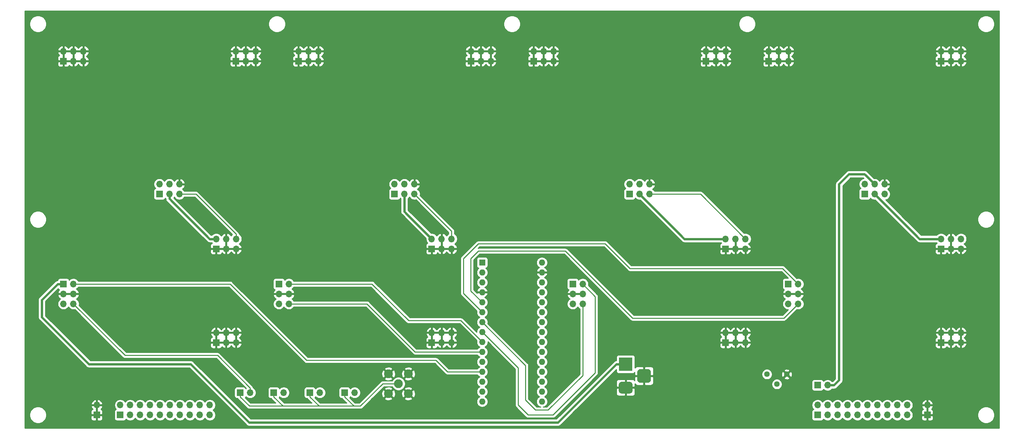
<source format=gbl>
G04 #@! TF.GenerationSoftware,KiCad,Pcbnew,5.1.5+dfsg1-2build2*
G04 #@! TF.CreationDate,2021-11-26T12:37:46+03:00*
G04 #@! TF.ProjectId,Motherboard,4d6f7468-6572-4626-9f61-72642e6b6963,rev?*
G04 #@! TF.SameCoordinates,Original*
G04 #@! TF.FileFunction,Copper,L2,Bot*
G04 #@! TF.FilePolarity,Positive*
%FSLAX46Y46*%
G04 Gerber Fmt 4.6, Leading zero omitted, Abs format (unit mm)*
G04 Created by KiCad (PCBNEW 5.1.5+dfsg1-2build2) date 2021-11-26 12:37:46*
%MOMM*%
%LPD*%
G04 APERTURE LIST*
%ADD10C,1.440000*%
%ADD11C,0.100000*%
%ADD12R,3.500000X3.500000*%
%ADD13O,1.700000X1.700000*%
%ADD14R,1.700000X1.700000*%
%ADD15C,2.250000*%
%ADD16O,1.600000X1.600000*%
%ADD17R,1.600000X1.600000*%
%ADD18C,0.800000*%
%ADD19C,0.250000*%
%ADD20C,0.600000*%
%ADD21C,0.254000*%
G04 APERTURE END LIST*
D10*
X211055000Y-108586000D03*
X213595000Y-111126000D03*
X216135000Y-108586000D03*
G04 #@! TA.AperFunction,ComponentPad*
D11*
G36*
X180660765Y-107254213D02*
G01*
X180745704Y-107266813D01*
X180828999Y-107287677D01*
X180909848Y-107316605D01*
X180987472Y-107353319D01*
X181061124Y-107397464D01*
X181130094Y-107448616D01*
X181193718Y-107506282D01*
X181251384Y-107569906D01*
X181302536Y-107638876D01*
X181346681Y-107712528D01*
X181383395Y-107790152D01*
X181412323Y-107871001D01*
X181433187Y-107954296D01*
X181445787Y-108039235D01*
X181450000Y-108125000D01*
X181450000Y-109875000D01*
X181445787Y-109960765D01*
X181433187Y-110045704D01*
X181412323Y-110128999D01*
X181383395Y-110209848D01*
X181346681Y-110287472D01*
X181302536Y-110361124D01*
X181251384Y-110430094D01*
X181193718Y-110493718D01*
X181130094Y-110551384D01*
X181061124Y-110602536D01*
X180987472Y-110646681D01*
X180909848Y-110683395D01*
X180828999Y-110712323D01*
X180745704Y-110733187D01*
X180660765Y-110745787D01*
X180575000Y-110750000D01*
X178825000Y-110750000D01*
X178739235Y-110745787D01*
X178654296Y-110733187D01*
X178571001Y-110712323D01*
X178490152Y-110683395D01*
X178412528Y-110646681D01*
X178338876Y-110602536D01*
X178269906Y-110551384D01*
X178206282Y-110493718D01*
X178148616Y-110430094D01*
X178097464Y-110361124D01*
X178053319Y-110287472D01*
X178016605Y-110209848D01*
X177987677Y-110128999D01*
X177966813Y-110045704D01*
X177954213Y-109960765D01*
X177950000Y-109875000D01*
X177950000Y-108125000D01*
X177954213Y-108039235D01*
X177966813Y-107954296D01*
X177987677Y-107871001D01*
X178016605Y-107790152D01*
X178053319Y-107712528D01*
X178097464Y-107638876D01*
X178148616Y-107569906D01*
X178206282Y-107506282D01*
X178269906Y-107448616D01*
X178338876Y-107397464D01*
X178412528Y-107353319D01*
X178490152Y-107316605D01*
X178571001Y-107287677D01*
X178654296Y-107266813D01*
X178739235Y-107254213D01*
X178825000Y-107250000D01*
X180575000Y-107250000D01*
X180660765Y-107254213D01*
G37*
G04 #@! TD.AperFunction*
G04 #@! TA.AperFunction,ComponentPad*
G36*
X176073513Y-110503611D02*
G01*
X176146318Y-110514411D01*
X176217714Y-110532295D01*
X176287013Y-110557090D01*
X176353548Y-110588559D01*
X176416678Y-110626398D01*
X176475795Y-110670242D01*
X176530330Y-110719670D01*
X176579758Y-110774205D01*
X176623602Y-110833322D01*
X176661441Y-110896452D01*
X176692910Y-110962987D01*
X176717705Y-111032286D01*
X176735589Y-111103682D01*
X176746389Y-111176487D01*
X176750000Y-111250000D01*
X176750000Y-112750000D01*
X176746389Y-112823513D01*
X176735589Y-112896318D01*
X176717705Y-112967714D01*
X176692910Y-113037013D01*
X176661441Y-113103548D01*
X176623602Y-113166678D01*
X176579758Y-113225795D01*
X176530330Y-113280330D01*
X176475795Y-113329758D01*
X176416678Y-113373602D01*
X176353548Y-113411441D01*
X176287013Y-113442910D01*
X176217714Y-113467705D01*
X176146318Y-113485589D01*
X176073513Y-113496389D01*
X176000000Y-113500000D01*
X174000000Y-113500000D01*
X173926487Y-113496389D01*
X173853682Y-113485589D01*
X173782286Y-113467705D01*
X173712987Y-113442910D01*
X173646452Y-113411441D01*
X173583322Y-113373602D01*
X173524205Y-113329758D01*
X173469670Y-113280330D01*
X173420242Y-113225795D01*
X173376398Y-113166678D01*
X173338559Y-113103548D01*
X173307090Y-113037013D01*
X173282295Y-112967714D01*
X173264411Y-112896318D01*
X173253611Y-112823513D01*
X173250000Y-112750000D01*
X173250000Y-111250000D01*
X173253611Y-111176487D01*
X173264411Y-111103682D01*
X173282295Y-111032286D01*
X173307090Y-110962987D01*
X173338559Y-110896452D01*
X173376398Y-110833322D01*
X173420242Y-110774205D01*
X173469670Y-110719670D01*
X173524205Y-110670242D01*
X173583322Y-110626398D01*
X173646452Y-110588559D01*
X173712987Y-110557090D01*
X173782286Y-110532295D01*
X173853682Y-110514411D01*
X173926487Y-110503611D01*
X174000000Y-110500000D01*
X176000000Y-110500000D01*
X176073513Y-110503611D01*
G37*
G04 #@! TD.AperFunction*
D12*
X175000000Y-106000000D03*
D13*
X79150000Y-113279000D03*
D14*
X76610000Y-113279000D03*
D13*
X96930000Y-113279000D03*
D14*
X94390000Y-113279000D03*
D13*
X34040000Y-90580000D03*
X31500000Y-90580000D03*
X34040000Y-88040000D03*
X31500000Y-88040000D03*
X34040000Y-85500000D03*
D14*
X31500000Y-85500000D03*
D13*
X181080000Y-59960000D03*
X181080000Y-62500000D03*
X178540000Y-59960000D03*
X178540000Y-62500000D03*
X176000000Y-59960000D03*
D14*
X176000000Y-62500000D03*
D13*
X75580000Y-97960000D03*
X75580000Y-100500000D03*
X73040000Y-97960000D03*
X73040000Y-100500000D03*
X70500000Y-97960000D03*
D14*
X70500000Y-100500000D03*
D13*
X246860000Y-116460000D03*
X246860000Y-119000000D03*
X244320000Y-116460000D03*
X244320000Y-119000000D03*
X241780000Y-116460000D03*
X241780000Y-119000000D03*
X239240000Y-116460000D03*
X239240000Y-119000000D03*
X236700000Y-116460000D03*
X236700000Y-119000000D03*
X234160000Y-116460000D03*
X234160000Y-119000000D03*
X231620000Y-116460000D03*
X231620000Y-119000000D03*
X229080000Y-116460000D03*
X229080000Y-119000000D03*
X226540000Y-116460000D03*
X226540000Y-119000000D03*
X224000000Y-116460000D03*
D14*
X224000000Y-119000000D03*
D13*
X68860000Y-116460000D03*
X68860000Y-119000000D03*
X66320000Y-116460000D03*
X66320000Y-119000000D03*
X63780000Y-116460000D03*
X63780000Y-119000000D03*
X61240000Y-116460000D03*
X61240000Y-119000000D03*
X58700000Y-116460000D03*
X58700000Y-119000000D03*
X56160000Y-116460000D03*
X56160000Y-119000000D03*
X53620000Y-116460000D03*
X53620000Y-119000000D03*
X51080000Y-116460000D03*
X51080000Y-119000000D03*
X48540000Y-116460000D03*
X48540000Y-119000000D03*
X46000000Y-116460000D03*
D14*
X46000000Y-119000000D03*
D13*
X80580000Y-25960000D03*
X80580000Y-28500000D03*
X78040000Y-25960000D03*
X78040000Y-28500000D03*
X75500000Y-25960000D03*
D14*
X75500000Y-28500000D03*
D13*
X260580000Y-25960000D03*
X260580000Y-28500000D03*
X258040000Y-25960000D03*
X258040000Y-28500000D03*
X255500000Y-25960000D03*
D14*
X255500000Y-28500000D03*
D13*
X216580000Y-25960000D03*
X216580000Y-28500000D03*
X214040000Y-25960000D03*
X214040000Y-28500000D03*
X211500000Y-25960000D03*
D14*
X211500000Y-28500000D03*
D13*
X200580000Y-25960000D03*
X200580000Y-28500000D03*
X198040000Y-25960000D03*
X198040000Y-28500000D03*
X195500000Y-25960000D03*
D14*
X195500000Y-28500000D03*
D13*
X156580000Y-25960000D03*
X156580000Y-28500000D03*
X154040000Y-25960000D03*
X154040000Y-28500000D03*
X151500000Y-25960000D03*
D14*
X151500000Y-28500000D03*
D13*
X140580000Y-25960000D03*
X140580000Y-28500000D03*
X138040000Y-25960000D03*
X138040000Y-28500000D03*
X135500000Y-25960000D03*
D14*
X135500000Y-28500000D03*
D13*
X96580000Y-25960000D03*
X96580000Y-28500000D03*
X94040000Y-25960000D03*
X94040000Y-28500000D03*
X91500000Y-25960000D03*
D14*
X91500000Y-28500000D03*
D13*
X36580000Y-25960000D03*
X36580000Y-28500000D03*
X34040000Y-25960000D03*
X34040000Y-28500000D03*
X31500000Y-25960000D03*
D14*
X31500000Y-28500000D03*
D13*
X260580000Y-97960000D03*
X260580000Y-100500000D03*
X258040000Y-97960000D03*
X258040000Y-100500000D03*
X255500000Y-97960000D03*
D14*
X255500000Y-100500000D03*
D13*
X205580000Y-97960000D03*
X205580000Y-100500000D03*
X203040000Y-97960000D03*
X203040000Y-100500000D03*
X200500000Y-97960000D03*
D14*
X200500000Y-100500000D03*
D13*
X130580000Y-97960000D03*
X130580000Y-100500000D03*
X128040000Y-97960000D03*
X128040000Y-100500000D03*
X125500000Y-97960000D03*
D14*
X125500000Y-100500000D03*
D13*
X252000000Y-116460000D03*
D14*
X252000000Y-119000000D03*
D13*
X40000000Y-116460000D03*
D14*
X40000000Y-119000000D03*
X224000000Y-111380000D03*
D13*
X226540000Y-111380000D03*
X260580000Y-73960000D03*
X260580000Y-76500000D03*
X258040000Y-73960000D03*
X258040000Y-76500000D03*
X255500000Y-73960000D03*
D14*
X255500000Y-76500000D03*
D13*
X205580000Y-73960000D03*
X205580000Y-76500000D03*
X203040000Y-73960000D03*
X203040000Y-76500000D03*
X200500000Y-73960000D03*
D14*
X200500000Y-76500000D03*
D13*
X130580000Y-73960000D03*
X130580000Y-76500000D03*
X128040000Y-73960000D03*
X128040000Y-76500000D03*
X125500000Y-73960000D03*
D14*
X125500000Y-76500000D03*
D13*
X75580000Y-73960000D03*
X75580000Y-76500000D03*
X73040000Y-73960000D03*
X73040000Y-76500000D03*
X70500000Y-73960000D03*
D14*
X70500000Y-76500000D03*
D13*
X241080000Y-59960000D03*
X241080000Y-62500000D03*
X238540000Y-59960000D03*
X238540000Y-62500000D03*
X236000000Y-59960000D03*
D14*
X236000000Y-62500000D03*
D13*
X121080000Y-59960000D03*
X121080000Y-62500000D03*
X118540000Y-59960000D03*
X118540000Y-62500000D03*
X116000000Y-59960000D03*
D14*
X116000000Y-62500000D03*
D13*
X61080000Y-59960000D03*
X61080000Y-62500000D03*
X58540000Y-59960000D03*
X58540000Y-62500000D03*
X56000000Y-59960000D03*
D14*
X56000000Y-62500000D03*
D13*
X219040000Y-90580000D03*
X216500000Y-90580000D03*
X219040000Y-88040000D03*
X216500000Y-88040000D03*
X219040000Y-85500000D03*
D14*
X216500000Y-85500000D03*
D13*
X164040000Y-90580000D03*
X161500000Y-90580000D03*
X164040000Y-88040000D03*
X161500000Y-88040000D03*
X164040000Y-85500000D03*
D14*
X161500000Y-85500000D03*
D13*
X89040000Y-90580000D03*
X86500000Y-90580000D03*
X89040000Y-88040000D03*
X86500000Y-88040000D03*
X89040000Y-85500000D03*
D14*
X86500000Y-85500000D03*
D15*
X117000000Y-111000000D03*
X114460000Y-108460000D03*
X114460000Y-113540000D03*
X119540000Y-113540000D03*
X119540000Y-108460000D03*
D13*
X105820000Y-113279000D03*
D14*
X103280000Y-113279000D03*
D13*
X87730000Y-113279000D03*
D14*
X85190000Y-113279000D03*
D16*
X153620000Y-115560000D03*
X138380000Y-115560000D03*
X153620000Y-80000000D03*
X138380000Y-113020000D03*
X153620000Y-82540000D03*
X138380000Y-110480000D03*
X153620000Y-85080000D03*
X138380000Y-107940000D03*
X153620000Y-87620000D03*
X138380000Y-105400000D03*
X153620000Y-90160000D03*
X138380000Y-102860000D03*
X153620000Y-92700000D03*
X138380000Y-100320000D03*
X153620000Y-95240000D03*
X138380000Y-97780000D03*
X153620000Y-97780000D03*
X138380000Y-95240000D03*
X153620000Y-100320000D03*
X138380000Y-92700000D03*
X153620000Y-102860000D03*
X138380000Y-90160000D03*
X153620000Y-105400000D03*
X138380000Y-87620000D03*
X153620000Y-107940000D03*
X138380000Y-85080000D03*
X153620000Y-110480000D03*
X138380000Y-82540000D03*
X153620000Y-113020000D03*
D17*
X138380000Y-80000000D03*
D18*
X209785000Y-114682000D03*
D19*
X219040000Y-85500000D02*
X215075000Y-81535000D01*
X215075000Y-81535000D02*
X176130000Y-81535000D01*
X176130000Y-81535000D02*
X169780000Y-75185000D01*
X169780000Y-75185000D02*
X137395000Y-75185000D01*
X137395000Y-75185000D02*
X133585000Y-78995000D01*
X133585000Y-87905000D02*
X138380000Y-92700000D01*
X133585000Y-78995000D02*
X133585000Y-87905000D01*
X159620000Y-77090000D02*
X137395000Y-77090000D01*
X137395000Y-77090000D02*
X135490000Y-78995000D01*
X135490000Y-87270000D02*
X138380000Y-90160000D01*
X135490000Y-78995000D02*
X135490000Y-87270000D01*
X219040000Y-90580000D02*
X215385000Y-94235000D01*
X176765000Y-94235000D02*
X171685000Y-89155000D01*
X215385000Y-94235000D02*
X176765000Y-94235000D01*
X171685000Y-89155000D02*
X159620000Y-77090000D01*
X171934999Y-89404999D02*
X171685000Y-89155000D01*
X138380000Y-95240000D02*
X149460000Y-106320000D01*
X149460000Y-106320000D02*
X149460000Y-115190000D01*
X149460000Y-115190000D02*
X152000000Y-117730000D01*
X152000000Y-117730000D02*
X155175000Y-117730000D01*
X164040000Y-108865000D02*
X164040000Y-90580000D01*
X155175000Y-117730000D02*
X164040000Y-108865000D01*
X164040000Y-85500000D02*
X167240000Y-88700000D01*
X167240000Y-88700000D02*
X167240000Y-108205000D01*
X167240000Y-108205000D02*
X156445000Y-119000000D01*
X156445000Y-119000000D02*
X150095000Y-119000000D01*
X150095000Y-119000000D02*
X147555000Y-116460000D01*
X147555000Y-106955000D02*
X138380000Y-97780000D01*
X147555000Y-116460000D02*
X147555000Y-106955000D01*
X110245000Y-85500000D02*
X119615000Y-94870000D01*
X89040000Y-85500000D02*
X110245000Y-85500000D01*
X137580001Y-99520001D02*
X137580001Y-99500001D01*
X138380000Y-100320000D02*
X137580001Y-99520001D01*
X132950000Y-94870000D02*
X130918000Y-94870000D01*
X137580001Y-99500001D02*
X132950000Y-94870000D01*
X130918000Y-94870000D02*
X131045000Y-94870000D01*
X119615000Y-94870000D02*
X130918000Y-94870000D01*
X89040000Y-90580000D02*
X108975000Y-90580000D01*
X108975000Y-90580000D02*
X121255000Y-102860000D01*
X138380000Y-102860000D02*
X121255000Y-102860000D01*
X126600000Y-105030000D02*
X129510000Y-107940000D01*
X93580000Y-105030000D02*
X126600000Y-105030000D01*
X129510000Y-107940000D02*
X138380000Y-107940000D01*
X74050000Y-85500000D02*
X93580000Y-105030000D01*
X34040000Y-85500000D02*
X74050000Y-85500000D01*
X79150000Y-112076919D02*
X70833081Y-103760000D01*
X79150000Y-113279000D02*
X79150000Y-112076919D01*
X70833081Y-103760000D02*
X52940000Y-103760000D01*
X34040000Y-90580000D02*
X47220000Y-103760000D01*
X47220000Y-103760000D02*
X52940000Y-103760000D01*
D20*
X232010000Y-57405000D02*
X229470000Y-59945000D01*
X235985000Y-57405000D02*
X232010000Y-57405000D01*
X238540000Y-59960000D02*
X235985000Y-57405000D01*
X226540000Y-111380000D02*
X228200000Y-111380000D01*
X229470000Y-110110000D02*
X229470000Y-103125000D01*
X228200000Y-111380000D02*
X229470000Y-110110000D01*
X229470000Y-103125000D02*
X229470000Y-103370000D01*
X229470000Y-59945000D02*
X229470000Y-103125000D01*
X30050000Y-85500000D02*
X31500000Y-85500000D01*
X26000000Y-94000000D02*
X26000000Y-89550000D01*
X64000000Y-106000000D02*
X38000000Y-106000000D01*
X157715000Y-120905000D02*
X78905000Y-120905000D01*
X38000000Y-106000000D02*
X26000000Y-94000000D01*
X158620000Y-120000000D02*
X157715000Y-120905000D01*
X78905000Y-120905000D02*
X64000000Y-106000000D01*
X158650000Y-120000000D02*
X158620000Y-120000000D01*
X26000000Y-89550000D02*
X30050000Y-85500000D01*
X172650000Y-106000000D02*
X158650000Y-120000000D01*
X172650000Y-106000000D02*
X175000000Y-106000000D01*
D19*
X103280000Y-114379000D02*
X105615000Y-116714000D01*
X103280000Y-113279000D02*
X103280000Y-114379000D01*
X94390000Y-114379000D02*
X96725000Y-116714000D01*
X94390000Y-113279000D02*
X94390000Y-114379000D01*
X85190000Y-114379000D02*
X87525000Y-116714000D01*
X85190000Y-113279000D02*
X85190000Y-114379000D01*
X107296000Y-116714000D02*
X113010000Y-111000000D01*
X113010000Y-111000000D02*
X117000000Y-111000000D01*
X78945000Y-116714000D02*
X107296000Y-116714000D01*
X76610000Y-114379000D02*
X78945000Y-116714000D01*
X76610000Y-113279000D02*
X76610000Y-114379000D01*
X63735000Y-62485000D02*
X64120000Y-62500000D01*
X65314215Y-62492134D02*
X62472134Y-62492134D01*
X75580000Y-72757919D02*
X65314215Y-62492134D01*
X75580000Y-73960000D02*
X75580000Y-72757919D01*
X62472134Y-62492134D02*
X63735000Y-62485000D01*
X61080000Y-62500000D02*
X62472134Y-62492134D01*
D20*
X70000000Y-73960000D02*
X70500000Y-73960000D01*
X69297919Y-73960000D02*
X70500000Y-73960000D01*
X68797919Y-73960000D02*
X69297919Y-73960000D01*
X58540000Y-63702081D02*
X68797919Y-73960000D01*
X58540000Y-62500000D02*
X58540000Y-63702081D01*
D19*
X130580000Y-72000000D02*
X121080000Y-62500000D01*
X130580000Y-73960000D02*
X130580000Y-72000000D01*
D20*
X118540000Y-67000000D02*
X125500000Y-73960000D01*
X118540000Y-62500000D02*
X118540000Y-67000000D01*
X190000000Y-73960000D02*
X200500000Y-73960000D01*
X178540000Y-62500000D02*
X190000000Y-73960000D01*
X250000000Y-73960000D02*
X255500000Y-73960000D01*
X238540000Y-62500000D02*
X250000000Y-73960000D01*
D19*
X194120000Y-62500000D02*
X181080000Y-62500000D01*
X205580000Y-73960000D02*
X194120000Y-62500000D01*
D21*
G36*
X270340000Y-122340000D02*
G01*
X21660000Y-122340000D01*
X21660000Y-118786323D01*
X22830497Y-118786323D01*
X22830497Y-119213677D01*
X22913870Y-119632821D01*
X23077412Y-120027645D01*
X23314837Y-120382977D01*
X23617023Y-120685163D01*
X23972355Y-120922588D01*
X24367179Y-121086130D01*
X24786323Y-121169503D01*
X25213677Y-121169503D01*
X25632821Y-121086130D01*
X26027645Y-120922588D01*
X26382977Y-120685163D01*
X26685163Y-120382977D01*
X26922588Y-120027645D01*
X26996171Y-119850000D01*
X38511928Y-119850000D01*
X38524188Y-119974482D01*
X38560498Y-120094180D01*
X38619463Y-120204494D01*
X38698815Y-120301185D01*
X38795506Y-120380537D01*
X38905820Y-120439502D01*
X39025518Y-120475812D01*
X39150000Y-120488072D01*
X39714250Y-120485000D01*
X39873000Y-120326250D01*
X39873000Y-119127000D01*
X40127000Y-119127000D01*
X40127000Y-120326250D01*
X40285750Y-120485000D01*
X40850000Y-120488072D01*
X40974482Y-120475812D01*
X41094180Y-120439502D01*
X41204494Y-120380537D01*
X41301185Y-120301185D01*
X41380537Y-120204494D01*
X41439502Y-120094180D01*
X41475812Y-119974482D01*
X41488072Y-119850000D01*
X41485000Y-119285750D01*
X41326250Y-119127000D01*
X40127000Y-119127000D01*
X39873000Y-119127000D01*
X38673750Y-119127000D01*
X38515000Y-119285750D01*
X38511928Y-119850000D01*
X26996171Y-119850000D01*
X27086130Y-119632821D01*
X27169503Y-119213677D01*
X27169503Y-118786323D01*
X27086130Y-118367179D01*
X26996172Y-118150000D01*
X38511928Y-118150000D01*
X38515000Y-118714250D01*
X38673750Y-118873000D01*
X39873000Y-118873000D01*
X39873000Y-116587000D01*
X40127000Y-116587000D01*
X40127000Y-118873000D01*
X41326250Y-118873000D01*
X41485000Y-118714250D01*
X41488072Y-118150000D01*
X44511928Y-118150000D01*
X44511928Y-119850000D01*
X44524188Y-119974482D01*
X44560498Y-120094180D01*
X44619463Y-120204494D01*
X44698815Y-120301185D01*
X44795506Y-120380537D01*
X44905820Y-120439502D01*
X45025518Y-120475812D01*
X45150000Y-120488072D01*
X46850000Y-120488072D01*
X46974482Y-120475812D01*
X47094180Y-120439502D01*
X47204494Y-120380537D01*
X47301185Y-120301185D01*
X47380537Y-120204494D01*
X47439502Y-120094180D01*
X47461513Y-120021620D01*
X47593368Y-120153475D01*
X47836589Y-120315990D01*
X48106842Y-120427932D01*
X48393740Y-120485000D01*
X48686260Y-120485000D01*
X48973158Y-120427932D01*
X49243411Y-120315990D01*
X49486632Y-120153475D01*
X49693475Y-119946632D01*
X49810000Y-119772240D01*
X49926525Y-119946632D01*
X50133368Y-120153475D01*
X50376589Y-120315990D01*
X50646842Y-120427932D01*
X50933740Y-120485000D01*
X51226260Y-120485000D01*
X51513158Y-120427932D01*
X51783411Y-120315990D01*
X52026632Y-120153475D01*
X52233475Y-119946632D01*
X52350000Y-119772240D01*
X52466525Y-119946632D01*
X52673368Y-120153475D01*
X52916589Y-120315990D01*
X53186842Y-120427932D01*
X53473740Y-120485000D01*
X53766260Y-120485000D01*
X54053158Y-120427932D01*
X54323411Y-120315990D01*
X54566632Y-120153475D01*
X54773475Y-119946632D01*
X54890000Y-119772240D01*
X55006525Y-119946632D01*
X55213368Y-120153475D01*
X55456589Y-120315990D01*
X55726842Y-120427932D01*
X56013740Y-120485000D01*
X56306260Y-120485000D01*
X56593158Y-120427932D01*
X56863411Y-120315990D01*
X57106632Y-120153475D01*
X57313475Y-119946632D01*
X57430000Y-119772240D01*
X57546525Y-119946632D01*
X57753368Y-120153475D01*
X57996589Y-120315990D01*
X58266842Y-120427932D01*
X58553740Y-120485000D01*
X58846260Y-120485000D01*
X59133158Y-120427932D01*
X59403411Y-120315990D01*
X59646632Y-120153475D01*
X59853475Y-119946632D01*
X59970000Y-119772240D01*
X60086525Y-119946632D01*
X60293368Y-120153475D01*
X60536589Y-120315990D01*
X60806842Y-120427932D01*
X61093740Y-120485000D01*
X61386260Y-120485000D01*
X61673158Y-120427932D01*
X61943411Y-120315990D01*
X62186632Y-120153475D01*
X62393475Y-119946632D01*
X62510000Y-119772240D01*
X62626525Y-119946632D01*
X62833368Y-120153475D01*
X63076589Y-120315990D01*
X63346842Y-120427932D01*
X63633740Y-120485000D01*
X63926260Y-120485000D01*
X64213158Y-120427932D01*
X64483411Y-120315990D01*
X64726632Y-120153475D01*
X64933475Y-119946632D01*
X65050000Y-119772240D01*
X65166525Y-119946632D01*
X65373368Y-120153475D01*
X65616589Y-120315990D01*
X65886842Y-120427932D01*
X66173740Y-120485000D01*
X66466260Y-120485000D01*
X66753158Y-120427932D01*
X67023411Y-120315990D01*
X67266632Y-120153475D01*
X67473475Y-119946632D01*
X67590000Y-119772240D01*
X67706525Y-119946632D01*
X67913368Y-120153475D01*
X68156589Y-120315990D01*
X68426842Y-120427932D01*
X68713740Y-120485000D01*
X69006260Y-120485000D01*
X69293158Y-120427932D01*
X69563411Y-120315990D01*
X69806632Y-120153475D01*
X70013475Y-119946632D01*
X70175990Y-119703411D01*
X70287932Y-119433158D01*
X70345000Y-119146260D01*
X70345000Y-118853740D01*
X70287932Y-118566842D01*
X70175990Y-118296589D01*
X70013475Y-118053368D01*
X69806632Y-117846525D01*
X69632240Y-117730000D01*
X69806632Y-117613475D01*
X70013475Y-117406632D01*
X70175990Y-117163411D01*
X70287932Y-116893158D01*
X70345000Y-116606260D01*
X70345000Y-116313740D01*
X70287932Y-116026842D01*
X70175990Y-115756589D01*
X70013475Y-115513368D01*
X69806632Y-115306525D01*
X69563411Y-115144010D01*
X69293158Y-115032068D01*
X69006260Y-114975000D01*
X68713740Y-114975000D01*
X68426842Y-115032068D01*
X68156589Y-115144010D01*
X67913368Y-115306525D01*
X67706525Y-115513368D01*
X67590000Y-115687760D01*
X67473475Y-115513368D01*
X67266632Y-115306525D01*
X67023411Y-115144010D01*
X66753158Y-115032068D01*
X66466260Y-114975000D01*
X66173740Y-114975000D01*
X65886842Y-115032068D01*
X65616589Y-115144010D01*
X65373368Y-115306525D01*
X65166525Y-115513368D01*
X65050000Y-115687760D01*
X64933475Y-115513368D01*
X64726632Y-115306525D01*
X64483411Y-115144010D01*
X64213158Y-115032068D01*
X63926260Y-114975000D01*
X63633740Y-114975000D01*
X63346842Y-115032068D01*
X63076589Y-115144010D01*
X62833368Y-115306525D01*
X62626525Y-115513368D01*
X62510000Y-115687760D01*
X62393475Y-115513368D01*
X62186632Y-115306525D01*
X61943411Y-115144010D01*
X61673158Y-115032068D01*
X61386260Y-114975000D01*
X61093740Y-114975000D01*
X60806842Y-115032068D01*
X60536589Y-115144010D01*
X60293368Y-115306525D01*
X60086525Y-115513368D01*
X59970000Y-115687760D01*
X59853475Y-115513368D01*
X59646632Y-115306525D01*
X59403411Y-115144010D01*
X59133158Y-115032068D01*
X58846260Y-114975000D01*
X58553740Y-114975000D01*
X58266842Y-115032068D01*
X57996589Y-115144010D01*
X57753368Y-115306525D01*
X57546525Y-115513368D01*
X57430000Y-115687760D01*
X57313475Y-115513368D01*
X57106632Y-115306525D01*
X56863411Y-115144010D01*
X56593158Y-115032068D01*
X56306260Y-114975000D01*
X56013740Y-114975000D01*
X55726842Y-115032068D01*
X55456589Y-115144010D01*
X55213368Y-115306525D01*
X55006525Y-115513368D01*
X54890000Y-115687760D01*
X54773475Y-115513368D01*
X54566632Y-115306525D01*
X54323411Y-115144010D01*
X54053158Y-115032068D01*
X53766260Y-114975000D01*
X53473740Y-114975000D01*
X53186842Y-115032068D01*
X52916589Y-115144010D01*
X52673368Y-115306525D01*
X52466525Y-115513368D01*
X52350000Y-115687760D01*
X52233475Y-115513368D01*
X52026632Y-115306525D01*
X51783411Y-115144010D01*
X51513158Y-115032068D01*
X51226260Y-114975000D01*
X50933740Y-114975000D01*
X50646842Y-115032068D01*
X50376589Y-115144010D01*
X50133368Y-115306525D01*
X49926525Y-115513368D01*
X49810000Y-115687760D01*
X49693475Y-115513368D01*
X49486632Y-115306525D01*
X49243411Y-115144010D01*
X48973158Y-115032068D01*
X48686260Y-114975000D01*
X48393740Y-114975000D01*
X48106842Y-115032068D01*
X47836589Y-115144010D01*
X47593368Y-115306525D01*
X47386525Y-115513368D01*
X47270000Y-115687760D01*
X47153475Y-115513368D01*
X46946632Y-115306525D01*
X46703411Y-115144010D01*
X46433158Y-115032068D01*
X46146260Y-114975000D01*
X45853740Y-114975000D01*
X45566842Y-115032068D01*
X45296589Y-115144010D01*
X45053368Y-115306525D01*
X44846525Y-115513368D01*
X44684010Y-115756589D01*
X44572068Y-116026842D01*
X44515000Y-116313740D01*
X44515000Y-116606260D01*
X44572068Y-116893158D01*
X44684010Y-117163411D01*
X44846525Y-117406632D01*
X44978380Y-117538487D01*
X44905820Y-117560498D01*
X44795506Y-117619463D01*
X44698815Y-117698815D01*
X44619463Y-117795506D01*
X44560498Y-117905820D01*
X44524188Y-118025518D01*
X44511928Y-118150000D01*
X41488072Y-118150000D01*
X41475812Y-118025518D01*
X41439502Y-117905820D01*
X41380537Y-117795506D01*
X41301185Y-117698815D01*
X41204494Y-117619463D01*
X41094180Y-117560498D01*
X41018374Y-117537502D01*
X41195178Y-117341355D01*
X41344157Y-117091252D01*
X41441481Y-116816891D01*
X41320814Y-116587000D01*
X40127000Y-116587000D01*
X39873000Y-116587000D01*
X38679186Y-116587000D01*
X38558519Y-116816891D01*
X38655843Y-117091252D01*
X38804822Y-117341355D01*
X38981626Y-117537502D01*
X38905820Y-117560498D01*
X38795506Y-117619463D01*
X38698815Y-117698815D01*
X38619463Y-117795506D01*
X38560498Y-117905820D01*
X38524188Y-118025518D01*
X38511928Y-118150000D01*
X26996172Y-118150000D01*
X26922588Y-117972355D01*
X26685163Y-117617023D01*
X26382977Y-117314837D01*
X26027645Y-117077412D01*
X25632821Y-116913870D01*
X25213677Y-116830497D01*
X24786323Y-116830497D01*
X24367179Y-116913870D01*
X23972355Y-117077412D01*
X23617023Y-117314837D01*
X23314837Y-117617023D01*
X23077412Y-117972355D01*
X22913870Y-118367179D01*
X22830497Y-118786323D01*
X21660000Y-118786323D01*
X21660000Y-116103109D01*
X38558519Y-116103109D01*
X38679186Y-116333000D01*
X39873000Y-116333000D01*
X39873000Y-115139845D01*
X40127000Y-115139845D01*
X40127000Y-116333000D01*
X41320814Y-116333000D01*
X41441481Y-116103109D01*
X41344157Y-115828748D01*
X41195178Y-115578645D01*
X41000269Y-115362412D01*
X40766920Y-115188359D01*
X40504099Y-115063175D01*
X40356890Y-115018524D01*
X40127000Y-115139845D01*
X39873000Y-115139845D01*
X39643110Y-115018524D01*
X39495901Y-115063175D01*
X39233080Y-115188359D01*
X38999731Y-115362412D01*
X38804822Y-115578645D01*
X38655843Y-115828748D01*
X38558519Y-116103109D01*
X21660000Y-116103109D01*
X21660000Y-89550000D01*
X25060476Y-89550000D01*
X25065001Y-89595942D01*
X25065000Y-93954068D01*
X25060476Y-94000000D01*
X25065000Y-94045931D01*
X25078529Y-94183291D01*
X25131993Y-94359539D01*
X25218814Y-94521971D01*
X25335656Y-94664344D01*
X25371341Y-94693630D01*
X37306370Y-106628659D01*
X37335656Y-106664344D01*
X37478028Y-106781186D01*
X37640460Y-106868007D01*
X37712828Y-106889959D01*
X37816708Y-106921472D01*
X38000000Y-106939524D01*
X38045935Y-106935000D01*
X63612711Y-106935000D01*
X78211375Y-121533665D01*
X78240656Y-121569344D01*
X78383028Y-121686186D01*
X78545460Y-121773007D01*
X78668243Y-121810253D01*
X78721707Y-121826471D01*
X78904999Y-121844524D01*
X78950931Y-121840000D01*
X157669068Y-121840000D01*
X157715000Y-121844524D01*
X157760932Y-121840000D01*
X157898292Y-121826471D01*
X158074540Y-121773007D01*
X158236972Y-121686186D01*
X158379344Y-121569344D01*
X158408630Y-121533659D01*
X159148624Y-120793665D01*
X159171972Y-120781186D01*
X159314344Y-120664344D01*
X159343630Y-120628659D01*
X161822289Y-118150000D01*
X222511928Y-118150000D01*
X222511928Y-119850000D01*
X222524188Y-119974482D01*
X222560498Y-120094180D01*
X222619463Y-120204494D01*
X222698815Y-120301185D01*
X222795506Y-120380537D01*
X222905820Y-120439502D01*
X223025518Y-120475812D01*
X223150000Y-120488072D01*
X224850000Y-120488072D01*
X224974482Y-120475812D01*
X225094180Y-120439502D01*
X225204494Y-120380537D01*
X225301185Y-120301185D01*
X225380537Y-120204494D01*
X225439502Y-120094180D01*
X225461513Y-120021620D01*
X225593368Y-120153475D01*
X225836589Y-120315990D01*
X226106842Y-120427932D01*
X226393740Y-120485000D01*
X226686260Y-120485000D01*
X226973158Y-120427932D01*
X227243411Y-120315990D01*
X227486632Y-120153475D01*
X227693475Y-119946632D01*
X227810000Y-119772240D01*
X227926525Y-119946632D01*
X228133368Y-120153475D01*
X228376589Y-120315990D01*
X228646842Y-120427932D01*
X228933740Y-120485000D01*
X229226260Y-120485000D01*
X229513158Y-120427932D01*
X229783411Y-120315990D01*
X230026632Y-120153475D01*
X230233475Y-119946632D01*
X230350000Y-119772240D01*
X230466525Y-119946632D01*
X230673368Y-120153475D01*
X230916589Y-120315990D01*
X231186842Y-120427932D01*
X231473740Y-120485000D01*
X231766260Y-120485000D01*
X232053158Y-120427932D01*
X232323411Y-120315990D01*
X232566632Y-120153475D01*
X232773475Y-119946632D01*
X232890000Y-119772240D01*
X233006525Y-119946632D01*
X233213368Y-120153475D01*
X233456589Y-120315990D01*
X233726842Y-120427932D01*
X234013740Y-120485000D01*
X234306260Y-120485000D01*
X234593158Y-120427932D01*
X234863411Y-120315990D01*
X235106632Y-120153475D01*
X235313475Y-119946632D01*
X235430000Y-119772240D01*
X235546525Y-119946632D01*
X235753368Y-120153475D01*
X235996589Y-120315990D01*
X236266842Y-120427932D01*
X236553740Y-120485000D01*
X236846260Y-120485000D01*
X237133158Y-120427932D01*
X237403411Y-120315990D01*
X237646632Y-120153475D01*
X237853475Y-119946632D01*
X237970000Y-119772240D01*
X238086525Y-119946632D01*
X238293368Y-120153475D01*
X238536589Y-120315990D01*
X238806842Y-120427932D01*
X239093740Y-120485000D01*
X239386260Y-120485000D01*
X239673158Y-120427932D01*
X239943411Y-120315990D01*
X240186632Y-120153475D01*
X240393475Y-119946632D01*
X240510000Y-119772240D01*
X240626525Y-119946632D01*
X240833368Y-120153475D01*
X241076589Y-120315990D01*
X241346842Y-120427932D01*
X241633740Y-120485000D01*
X241926260Y-120485000D01*
X242213158Y-120427932D01*
X242483411Y-120315990D01*
X242726632Y-120153475D01*
X242933475Y-119946632D01*
X243050000Y-119772240D01*
X243166525Y-119946632D01*
X243373368Y-120153475D01*
X243616589Y-120315990D01*
X243886842Y-120427932D01*
X244173740Y-120485000D01*
X244466260Y-120485000D01*
X244753158Y-120427932D01*
X245023411Y-120315990D01*
X245266632Y-120153475D01*
X245473475Y-119946632D01*
X245590000Y-119772240D01*
X245706525Y-119946632D01*
X245913368Y-120153475D01*
X246156589Y-120315990D01*
X246426842Y-120427932D01*
X246713740Y-120485000D01*
X247006260Y-120485000D01*
X247293158Y-120427932D01*
X247563411Y-120315990D01*
X247806632Y-120153475D01*
X248013475Y-119946632D01*
X248078042Y-119850000D01*
X250511928Y-119850000D01*
X250524188Y-119974482D01*
X250560498Y-120094180D01*
X250619463Y-120204494D01*
X250698815Y-120301185D01*
X250795506Y-120380537D01*
X250905820Y-120439502D01*
X251025518Y-120475812D01*
X251150000Y-120488072D01*
X251714250Y-120485000D01*
X251873000Y-120326250D01*
X251873000Y-119127000D01*
X252127000Y-119127000D01*
X252127000Y-120326250D01*
X252285750Y-120485000D01*
X252850000Y-120488072D01*
X252974482Y-120475812D01*
X253094180Y-120439502D01*
X253204494Y-120380537D01*
X253301185Y-120301185D01*
X253380537Y-120204494D01*
X253439502Y-120094180D01*
X253475812Y-119974482D01*
X253488072Y-119850000D01*
X253485000Y-119285750D01*
X253326250Y-119127000D01*
X252127000Y-119127000D01*
X251873000Y-119127000D01*
X250673750Y-119127000D01*
X250515000Y-119285750D01*
X250511928Y-119850000D01*
X248078042Y-119850000D01*
X248175990Y-119703411D01*
X248287932Y-119433158D01*
X248345000Y-119146260D01*
X248345000Y-118853740D01*
X248287932Y-118566842D01*
X248175990Y-118296589D01*
X248078043Y-118150000D01*
X250511928Y-118150000D01*
X250515000Y-118714250D01*
X250673750Y-118873000D01*
X251873000Y-118873000D01*
X251873000Y-116587000D01*
X252127000Y-116587000D01*
X252127000Y-118873000D01*
X253326250Y-118873000D01*
X253412927Y-118786323D01*
X264830497Y-118786323D01*
X264830497Y-119213677D01*
X264913870Y-119632821D01*
X265077412Y-120027645D01*
X265314837Y-120382977D01*
X265617023Y-120685163D01*
X265972355Y-120922588D01*
X266367179Y-121086130D01*
X266786323Y-121169503D01*
X267213677Y-121169503D01*
X267632821Y-121086130D01*
X268027645Y-120922588D01*
X268382977Y-120685163D01*
X268685163Y-120382977D01*
X268922588Y-120027645D01*
X269086130Y-119632821D01*
X269169503Y-119213677D01*
X269169503Y-118786323D01*
X269086130Y-118367179D01*
X268922588Y-117972355D01*
X268685163Y-117617023D01*
X268382977Y-117314837D01*
X268027645Y-117077412D01*
X267632821Y-116913870D01*
X267213677Y-116830497D01*
X266786323Y-116830497D01*
X266367179Y-116913870D01*
X265972355Y-117077412D01*
X265617023Y-117314837D01*
X265314837Y-117617023D01*
X265077412Y-117972355D01*
X264913870Y-118367179D01*
X264830497Y-118786323D01*
X253412927Y-118786323D01*
X253485000Y-118714250D01*
X253488072Y-118150000D01*
X253475812Y-118025518D01*
X253439502Y-117905820D01*
X253380537Y-117795506D01*
X253301185Y-117698815D01*
X253204494Y-117619463D01*
X253094180Y-117560498D01*
X253018374Y-117537502D01*
X253195178Y-117341355D01*
X253344157Y-117091252D01*
X253441481Y-116816891D01*
X253320814Y-116587000D01*
X252127000Y-116587000D01*
X251873000Y-116587000D01*
X250679186Y-116587000D01*
X250558519Y-116816891D01*
X250655843Y-117091252D01*
X250804822Y-117341355D01*
X250981626Y-117537502D01*
X250905820Y-117560498D01*
X250795506Y-117619463D01*
X250698815Y-117698815D01*
X250619463Y-117795506D01*
X250560498Y-117905820D01*
X250524188Y-118025518D01*
X250511928Y-118150000D01*
X248078043Y-118150000D01*
X248013475Y-118053368D01*
X247806632Y-117846525D01*
X247632240Y-117730000D01*
X247806632Y-117613475D01*
X248013475Y-117406632D01*
X248175990Y-117163411D01*
X248287932Y-116893158D01*
X248345000Y-116606260D01*
X248345000Y-116313740D01*
X248303103Y-116103109D01*
X250558519Y-116103109D01*
X250679186Y-116333000D01*
X251873000Y-116333000D01*
X251873000Y-115139845D01*
X252127000Y-115139845D01*
X252127000Y-116333000D01*
X253320814Y-116333000D01*
X253441481Y-116103109D01*
X253344157Y-115828748D01*
X253195178Y-115578645D01*
X253000269Y-115362412D01*
X252766920Y-115188359D01*
X252504099Y-115063175D01*
X252356890Y-115018524D01*
X252127000Y-115139845D01*
X251873000Y-115139845D01*
X251643110Y-115018524D01*
X251495901Y-115063175D01*
X251233080Y-115188359D01*
X250999731Y-115362412D01*
X250804822Y-115578645D01*
X250655843Y-115828748D01*
X250558519Y-116103109D01*
X248303103Y-116103109D01*
X248287932Y-116026842D01*
X248175990Y-115756589D01*
X248013475Y-115513368D01*
X247806632Y-115306525D01*
X247563411Y-115144010D01*
X247293158Y-115032068D01*
X247006260Y-114975000D01*
X246713740Y-114975000D01*
X246426842Y-115032068D01*
X246156589Y-115144010D01*
X245913368Y-115306525D01*
X245706525Y-115513368D01*
X245590000Y-115687760D01*
X245473475Y-115513368D01*
X245266632Y-115306525D01*
X245023411Y-115144010D01*
X244753158Y-115032068D01*
X244466260Y-114975000D01*
X244173740Y-114975000D01*
X243886842Y-115032068D01*
X243616589Y-115144010D01*
X243373368Y-115306525D01*
X243166525Y-115513368D01*
X243050000Y-115687760D01*
X242933475Y-115513368D01*
X242726632Y-115306525D01*
X242483411Y-115144010D01*
X242213158Y-115032068D01*
X241926260Y-114975000D01*
X241633740Y-114975000D01*
X241346842Y-115032068D01*
X241076589Y-115144010D01*
X240833368Y-115306525D01*
X240626525Y-115513368D01*
X240510000Y-115687760D01*
X240393475Y-115513368D01*
X240186632Y-115306525D01*
X239943411Y-115144010D01*
X239673158Y-115032068D01*
X239386260Y-114975000D01*
X239093740Y-114975000D01*
X238806842Y-115032068D01*
X238536589Y-115144010D01*
X238293368Y-115306525D01*
X238086525Y-115513368D01*
X237970000Y-115687760D01*
X237853475Y-115513368D01*
X237646632Y-115306525D01*
X237403411Y-115144010D01*
X237133158Y-115032068D01*
X236846260Y-114975000D01*
X236553740Y-114975000D01*
X236266842Y-115032068D01*
X235996589Y-115144010D01*
X235753368Y-115306525D01*
X235546525Y-115513368D01*
X235430000Y-115687760D01*
X235313475Y-115513368D01*
X235106632Y-115306525D01*
X234863411Y-115144010D01*
X234593158Y-115032068D01*
X234306260Y-114975000D01*
X234013740Y-114975000D01*
X233726842Y-115032068D01*
X233456589Y-115144010D01*
X233213368Y-115306525D01*
X233006525Y-115513368D01*
X232890000Y-115687760D01*
X232773475Y-115513368D01*
X232566632Y-115306525D01*
X232323411Y-115144010D01*
X232053158Y-115032068D01*
X231766260Y-114975000D01*
X231473740Y-114975000D01*
X231186842Y-115032068D01*
X230916589Y-115144010D01*
X230673368Y-115306525D01*
X230466525Y-115513368D01*
X230350000Y-115687760D01*
X230233475Y-115513368D01*
X230026632Y-115306525D01*
X229783411Y-115144010D01*
X229513158Y-115032068D01*
X229226260Y-114975000D01*
X228933740Y-114975000D01*
X228646842Y-115032068D01*
X228376589Y-115144010D01*
X228133368Y-115306525D01*
X227926525Y-115513368D01*
X227810000Y-115687760D01*
X227693475Y-115513368D01*
X227486632Y-115306525D01*
X227243411Y-115144010D01*
X226973158Y-115032068D01*
X226686260Y-114975000D01*
X226393740Y-114975000D01*
X226106842Y-115032068D01*
X225836589Y-115144010D01*
X225593368Y-115306525D01*
X225386525Y-115513368D01*
X225270000Y-115687760D01*
X225153475Y-115513368D01*
X224946632Y-115306525D01*
X224703411Y-115144010D01*
X224433158Y-115032068D01*
X224146260Y-114975000D01*
X223853740Y-114975000D01*
X223566842Y-115032068D01*
X223296589Y-115144010D01*
X223053368Y-115306525D01*
X222846525Y-115513368D01*
X222684010Y-115756589D01*
X222572068Y-116026842D01*
X222515000Y-116313740D01*
X222515000Y-116606260D01*
X222572068Y-116893158D01*
X222684010Y-117163411D01*
X222846525Y-117406632D01*
X222978380Y-117538487D01*
X222905820Y-117560498D01*
X222795506Y-117619463D01*
X222698815Y-117698815D01*
X222619463Y-117795506D01*
X222560498Y-117905820D01*
X222524188Y-118025518D01*
X222511928Y-118150000D01*
X161822289Y-118150000D01*
X166472289Y-113500000D01*
X172611928Y-113500000D01*
X172624188Y-113624482D01*
X172660498Y-113744180D01*
X172719463Y-113854494D01*
X172798815Y-113951185D01*
X172895506Y-114030537D01*
X173005820Y-114089502D01*
X173125518Y-114125812D01*
X173250000Y-114138072D01*
X174714250Y-114135000D01*
X174873000Y-113976250D01*
X174873000Y-112127000D01*
X175127000Y-112127000D01*
X175127000Y-113976250D01*
X175285750Y-114135000D01*
X176750000Y-114138072D01*
X176874482Y-114125812D01*
X176994180Y-114089502D01*
X177104494Y-114030537D01*
X177201185Y-113951185D01*
X177280537Y-113854494D01*
X177339502Y-113744180D01*
X177375812Y-113624482D01*
X177388072Y-113500000D01*
X177385000Y-112285750D01*
X177226250Y-112127000D01*
X175127000Y-112127000D01*
X174873000Y-112127000D01*
X172773750Y-112127000D01*
X172615000Y-112285750D01*
X172611928Y-113500000D01*
X166472289Y-113500000D01*
X169472289Y-110500000D01*
X172611928Y-110500000D01*
X172615000Y-111714250D01*
X172773750Y-111873000D01*
X174873000Y-111873000D01*
X174873000Y-110023750D01*
X175127000Y-110023750D01*
X175127000Y-111873000D01*
X177226250Y-111873000D01*
X177385000Y-111714250D01*
X177386698Y-111043195D01*
X177419463Y-111104494D01*
X177498815Y-111201185D01*
X177595506Y-111280537D01*
X177705820Y-111339502D01*
X177825518Y-111375812D01*
X177950000Y-111388072D01*
X179414250Y-111385000D01*
X179573000Y-111226250D01*
X179573000Y-109127000D01*
X179827000Y-109127000D01*
X179827000Y-111226250D01*
X179985750Y-111385000D01*
X181450000Y-111388072D01*
X181574482Y-111375812D01*
X181694180Y-111339502D01*
X181804494Y-111280537D01*
X181901185Y-111201185D01*
X181980537Y-111104494D01*
X182039502Y-110994180D01*
X182039998Y-110992544D01*
X212240000Y-110992544D01*
X212240000Y-111259456D01*
X212292072Y-111521239D01*
X212394215Y-111767833D01*
X212542503Y-111989762D01*
X212731238Y-112178497D01*
X212953167Y-112326785D01*
X213199761Y-112428928D01*
X213461544Y-112481000D01*
X213728456Y-112481000D01*
X213990239Y-112428928D01*
X214236833Y-112326785D01*
X214458762Y-112178497D01*
X214647497Y-111989762D01*
X214795785Y-111767833D01*
X214897928Y-111521239D01*
X214950000Y-111259456D01*
X214950000Y-110992544D01*
X214897928Y-110730761D01*
X214814770Y-110530000D01*
X222511928Y-110530000D01*
X222511928Y-112230000D01*
X222524188Y-112354482D01*
X222560498Y-112474180D01*
X222619463Y-112584494D01*
X222698815Y-112681185D01*
X222795506Y-112760537D01*
X222905820Y-112819502D01*
X223025518Y-112855812D01*
X223150000Y-112868072D01*
X224850000Y-112868072D01*
X224974482Y-112855812D01*
X225094180Y-112819502D01*
X225204494Y-112760537D01*
X225301185Y-112681185D01*
X225380537Y-112584494D01*
X225439502Y-112474180D01*
X225461513Y-112401620D01*
X225593368Y-112533475D01*
X225836589Y-112695990D01*
X226106842Y-112807932D01*
X226393740Y-112865000D01*
X226686260Y-112865000D01*
X226973158Y-112807932D01*
X227243411Y-112695990D01*
X227486632Y-112533475D01*
X227693475Y-112326632D01*
X227701247Y-112315000D01*
X228154068Y-112315000D01*
X228200000Y-112319524D01*
X228245932Y-112315000D01*
X228383292Y-112301471D01*
X228559540Y-112248007D01*
X228721972Y-112161186D01*
X228864344Y-112044344D01*
X228893630Y-112008659D01*
X230098665Y-110803625D01*
X230134344Y-110774344D01*
X230251186Y-110631972D01*
X230338007Y-110469540D01*
X230377707Y-110338665D01*
X230391471Y-110293293D01*
X230409524Y-110110001D01*
X230405000Y-110064069D01*
X230405000Y-101350000D01*
X254011928Y-101350000D01*
X254024188Y-101474482D01*
X254060498Y-101594180D01*
X254119463Y-101704494D01*
X254198815Y-101801185D01*
X254295506Y-101880537D01*
X254405820Y-101939502D01*
X254525518Y-101975812D01*
X254650000Y-101988072D01*
X255214250Y-101985000D01*
X255373000Y-101826250D01*
X255373000Y-100627000D01*
X255627000Y-100627000D01*
X255627000Y-101826250D01*
X255785750Y-101985000D01*
X256350000Y-101988072D01*
X256474482Y-101975812D01*
X256594180Y-101939502D01*
X256704494Y-101880537D01*
X256801185Y-101801185D01*
X256880537Y-101704494D01*
X256939502Y-101594180D01*
X256963966Y-101513534D01*
X257039731Y-101597588D01*
X257273080Y-101771641D01*
X257535901Y-101896825D01*
X257683110Y-101941476D01*
X257913000Y-101820155D01*
X257913000Y-100627000D01*
X258167000Y-100627000D01*
X258167000Y-101820155D01*
X258396890Y-101941476D01*
X258544099Y-101896825D01*
X258806920Y-101771641D01*
X259040269Y-101597588D01*
X259235178Y-101381355D01*
X259310000Y-101255745D01*
X259384822Y-101381355D01*
X259579731Y-101597588D01*
X259813080Y-101771641D01*
X260075901Y-101896825D01*
X260223110Y-101941476D01*
X260453000Y-101820155D01*
X260453000Y-100627000D01*
X260707000Y-100627000D01*
X260707000Y-101820155D01*
X260936890Y-101941476D01*
X261084099Y-101896825D01*
X261346920Y-101771641D01*
X261580269Y-101597588D01*
X261775178Y-101381355D01*
X261924157Y-101131252D01*
X262021481Y-100856891D01*
X261900814Y-100627000D01*
X260707000Y-100627000D01*
X260453000Y-100627000D01*
X258167000Y-100627000D01*
X257913000Y-100627000D01*
X255627000Y-100627000D01*
X255373000Y-100627000D01*
X254173750Y-100627000D01*
X254015000Y-100785750D01*
X254011928Y-101350000D01*
X230405000Y-101350000D01*
X230405000Y-99650000D01*
X254011928Y-99650000D01*
X254015000Y-100214250D01*
X254173750Y-100373000D01*
X255373000Y-100373000D01*
X255373000Y-98087000D01*
X255627000Y-98087000D01*
X255627000Y-100373000D01*
X257913000Y-100373000D01*
X257913000Y-98087000D01*
X258167000Y-98087000D01*
X258167000Y-100373000D01*
X260453000Y-100373000D01*
X260453000Y-98087000D01*
X260707000Y-98087000D01*
X260707000Y-100373000D01*
X261900814Y-100373000D01*
X262021481Y-100143109D01*
X261924157Y-99868748D01*
X261775178Y-99618645D01*
X261580269Y-99402412D01*
X261349120Y-99230000D01*
X261580269Y-99057588D01*
X261775178Y-98841355D01*
X261924157Y-98591252D01*
X262021481Y-98316891D01*
X261900814Y-98087000D01*
X260707000Y-98087000D01*
X260453000Y-98087000D01*
X258167000Y-98087000D01*
X257913000Y-98087000D01*
X255627000Y-98087000D01*
X255373000Y-98087000D01*
X254179186Y-98087000D01*
X254058519Y-98316891D01*
X254155843Y-98591252D01*
X254304822Y-98841355D01*
X254481626Y-99037502D01*
X254405820Y-99060498D01*
X254295506Y-99119463D01*
X254198815Y-99198815D01*
X254119463Y-99295506D01*
X254060498Y-99405820D01*
X254024188Y-99525518D01*
X254011928Y-99650000D01*
X230405000Y-99650000D01*
X230405000Y-97603109D01*
X254058519Y-97603109D01*
X254179186Y-97833000D01*
X255373000Y-97833000D01*
X255373000Y-96639845D01*
X255627000Y-96639845D01*
X255627000Y-97833000D01*
X257913000Y-97833000D01*
X257913000Y-96639845D01*
X258167000Y-96639845D01*
X258167000Y-97833000D01*
X260453000Y-97833000D01*
X260453000Y-96639845D01*
X260707000Y-96639845D01*
X260707000Y-97833000D01*
X261900814Y-97833000D01*
X262021481Y-97603109D01*
X261924157Y-97328748D01*
X261775178Y-97078645D01*
X261580269Y-96862412D01*
X261346920Y-96688359D01*
X261084099Y-96563175D01*
X260936890Y-96518524D01*
X260707000Y-96639845D01*
X260453000Y-96639845D01*
X260223110Y-96518524D01*
X260075901Y-96563175D01*
X259813080Y-96688359D01*
X259579731Y-96862412D01*
X259384822Y-97078645D01*
X259310000Y-97204255D01*
X259235178Y-97078645D01*
X259040269Y-96862412D01*
X258806920Y-96688359D01*
X258544099Y-96563175D01*
X258396890Y-96518524D01*
X258167000Y-96639845D01*
X257913000Y-96639845D01*
X257683110Y-96518524D01*
X257535901Y-96563175D01*
X257273080Y-96688359D01*
X257039731Y-96862412D01*
X256844822Y-97078645D01*
X256770000Y-97204255D01*
X256695178Y-97078645D01*
X256500269Y-96862412D01*
X256266920Y-96688359D01*
X256004099Y-96563175D01*
X255856890Y-96518524D01*
X255627000Y-96639845D01*
X255373000Y-96639845D01*
X255143110Y-96518524D01*
X254995901Y-96563175D01*
X254733080Y-96688359D01*
X254499731Y-96862412D01*
X254304822Y-97078645D01*
X254155843Y-97328748D01*
X254058519Y-97603109D01*
X230405000Y-97603109D01*
X230405000Y-77350000D01*
X254011928Y-77350000D01*
X254024188Y-77474482D01*
X254060498Y-77594180D01*
X254119463Y-77704494D01*
X254198815Y-77801185D01*
X254295506Y-77880537D01*
X254405820Y-77939502D01*
X254525518Y-77975812D01*
X254650000Y-77988072D01*
X255214250Y-77985000D01*
X255373000Y-77826250D01*
X255373000Y-76627000D01*
X255627000Y-76627000D01*
X255627000Y-77826250D01*
X255785750Y-77985000D01*
X256350000Y-77988072D01*
X256474482Y-77975812D01*
X256594180Y-77939502D01*
X256704494Y-77880537D01*
X256801185Y-77801185D01*
X256880537Y-77704494D01*
X256939502Y-77594180D01*
X256963966Y-77513534D01*
X257039731Y-77597588D01*
X257273080Y-77771641D01*
X257535901Y-77896825D01*
X257683110Y-77941476D01*
X257913000Y-77820155D01*
X257913000Y-76627000D01*
X258167000Y-76627000D01*
X258167000Y-77820155D01*
X258396890Y-77941476D01*
X258544099Y-77896825D01*
X258806920Y-77771641D01*
X259040269Y-77597588D01*
X259235178Y-77381355D01*
X259310000Y-77255745D01*
X259384822Y-77381355D01*
X259579731Y-77597588D01*
X259813080Y-77771641D01*
X260075901Y-77896825D01*
X260223110Y-77941476D01*
X260453000Y-77820155D01*
X260453000Y-76627000D01*
X260707000Y-76627000D01*
X260707000Y-77820155D01*
X260936890Y-77941476D01*
X261084099Y-77896825D01*
X261346920Y-77771641D01*
X261580269Y-77597588D01*
X261775178Y-77381355D01*
X261924157Y-77131252D01*
X262021481Y-76856891D01*
X261900814Y-76627000D01*
X260707000Y-76627000D01*
X260453000Y-76627000D01*
X258167000Y-76627000D01*
X257913000Y-76627000D01*
X255627000Y-76627000D01*
X255373000Y-76627000D01*
X254173750Y-76627000D01*
X254015000Y-76785750D01*
X254011928Y-77350000D01*
X230405000Y-77350000D01*
X230405000Y-60332289D01*
X232397290Y-58340000D01*
X235597711Y-58340000D01*
X235752791Y-58495080D01*
X235566842Y-58532068D01*
X235296589Y-58644010D01*
X235053368Y-58806525D01*
X234846525Y-59013368D01*
X234684010Y-59256589D01*
X234572068Y-59526842D01*
X234515000Y-59813740D01*
X234515000Y-60106260D01*
X234572068Y-60393158D01*
X234684010Y-60663411D01*
X234846525Y-60906632D01*
X234978380Y-61038487D01*
X234905820Y-61060498D01*
X234795506Y-61119463D01*
X234698815Y-61198815D01*
X234619463Y-61295506D01*
X234560498Y-61405820D01*
X234524188Y-61525518D01*
X234511928Y-61650000D01*
X234511928Y-63350000D01*
X234524188Y-63474482D01*
X234560498Y-63594180D01*
X234619463Y-63704494D01*
X234698815Y-63801185D01*
X234795506Y-63880537D01*
X234905820Y-63939502D01*
X235025518Y-63975812D01*
X235150000Y-63988072D01*
X236850000Y-63988072D01*
X236974482Y-63975812D01*
X237094180Y-63939502D01*
X237204494Y-63880537D01*
X237301185Y-63801185D01*
X237380537Y-63704494D01*
X237439502Y-63594180D01*
X237461513Y-63521620D01*
X237593368Y-63653475D01*
X237836589Y-63815990D01*
X238106842Y-63927932D01*
X238393740Y-63985000D01*
X238686260Y-63985000D01*
X238699982Y-63982271D01*
X249306375Y-74588665D01*
X249335656Y-74624344D01*
X249478028Y-74741186D01*
X249640460Y-74828007D01*
X249763243Y-74865253D01*
X249816707Y-74881471D01*
X249835110Y-74883283D01*
X249954068Y-74895000D01*
X249954074Y-74895000D01*
X249999999Y-74899523D01*
X250045924Y-74895000D01*
X254338753Y-74895000D01*
X254346525Y-74906632D01*
X254478380Y-75038487D01*
X254405820Y-75060498D01*
X254295506Y-75119463D01*
X254198815Y-75198815D01*
X254119463Y-75295506D01*
X254060498Y-75405820D01*
X254024188Y-75525518D01*
X254011928Y-75650000D01*
X254015000Y-76214250D01*
X254173750Y-76373000D01*
X255373000Y-76373000D01*
X255373000Y-76353000D01*
X255627000Y-76353000D01*
X255627000Y-76373000D01*
X257913000Y-76373000D01*
X257913000Y-74087000D01*
X257893000Y-74087000D01*
X257893000Y-73833000D01*
X257913000Y-73833000D01*
X257913000Y-72639845D01*
X258167000Y-72639845D01*
X258167000Y-73833000D01*
X258187000Y-73833000D01*
X258187000Y-74087000D01*
X258167000Y-74087000D01*
X258167000Y-76373000D01*
X260453000Y-76373000D01*
X260453000Y-76353000D01*
X260707000Y-76353000D01*
X260707000Y-76373000D01*
X261900814Y-76373000D01*
X262021481Y-76143109D01*
X261924157Y-75868748D01*
X261775178Y-75618645D01*
X261580269Y-75402412D01*
X261350594Y-75231100D01*
X261526632Y-75113475D01*
X261733475Y-74906632D01*
X261895990Y-74663411D01*
X262007932Y-74393158D01*
X262065000Y-74106260D01*
X262065000Y-73813740D01*
X262007932Y-73526842D01*
X261895990Y-73256589D01*
X261733475Y-73013368D01*
X261526632Y-72806525D01*
X261283411Y-72644010D01*
X261013158Y-72532068D01*
X260726260Y-72475000D01*
X260433740Y-72475000D01*
X260146842Y-72532068D01*
X259876589Y-72644010D01*
X259633368Y-72806525D01*
X259426525Y-73013368D01*
X259304805Y-73195534D01*
X259235178Y-73078645D01*
X259040269Y-72862412D01*
X258806920Y-72688359D01*
X258544099Y-72563175D01*
X258396890Y-72518524D01*
X258167000Y-72639845D01*
X257913000Y-72639845D01*
X257683110Y-72518524D01*
X257535901Y-72563175D01*
X257273080Y-72688359D01*
X257039731Y-72862412D01*
X256844822Y-73078645D01*
X256775195Y-73195534D01*
X256653475Y-73013368D01*
X256446632Y-72806525D01*
X256203411Y-72644010D01*
X255933158Y-72532068D01*
X255646260Y-72475000D01*
X255353740Y-72475000D01*
X255066842Y-72532068D01*
X254796589Y-72644010D01*
X254553368Y-72806525D01*
X254346525Y-73013368D01*
X254338753Y-73025000D01*
X250387290Y-73025000D01*
X246148613Y-68786323D01*
X264830497Y-68786323D01*
X264830497Y-69213677D01*
X264913870Y-69632821D01*
X265077412Y-70027645D01*
X265314837Y-70382977D01*
X265617023Y-70685163D01*
X265972355Y-70922588D01*
X266367179Y-71086130D01*
X266786323Y-71169503D01*
X267213677Y-71169503D01*
X267632821Y-71086130D01*
X268027645Y-70922588D01*
X268382977Y-70685163D01*
X268685163Y-70382977D01*
X268922588Y-70027645D01*
X269086130Y-69632821D01*
X269169503Y-69213677D01*
X269169503Y-68786323D01*
X269086130Y-68367179D01*
X268922588Y-67972355D01*
X268685163Y-67617023D01*
X268382977Y-67314837D01*
X268027645Y-67077412D01*
X267632821Y-66913870D01*
X267213677Y-66830497D01*
X266786323Y-66830497D01*
X266367179Y-66913870D01*
X265972355Y-67077412D01*
X265617023Y-67314837D01*
X265314837Y-67617023D01*
X265077412Y-67972355D01*
X264913870Y-68367179D01*
X264830497Y-68786323D01*
X246148613Y-68786323D01*
X241327209Y-63964920D01*
X241513158Y-63927932D01*
X241783411Y-63815990D01*
X242026632Y-63653475D01*
X242233475Y-63446632D01*
X242395990Y-63203411D01*
X242507932Y-62933158D01*
X242565000Y-62646260D01*
X242565000Y-62353740D01*
X242507932Y-62066842D01*
X242395990Y-61796589D01*
X242233475Y-61553368D01*
X242026632Y-61346525D01*
X241850594Y-61228900D01*
X242080269Y-61057588D01*
X242275178Y-60841355D01*
X242424157Y-60591252D01*
X242521481Y-60316891D01*
X242400814Y-60087000D01*
X241207000Y-60087000D01*
X241207000Y-60107000D01*
X240953000Y-60107000D01*
X240953000Y-60087000D01*
X240933000Y-60087000D01*
X240933000Y-59833000D01*
X240953000Y-59833000D01*
X240953000Y-58639845D01*
X241207000Y-58639845D01*
X241207000Y-59833000D01*
X242400814Y-59833000D01*
X242521481Y-59603109D01*
X242424157Y-59328748D01*
X242275178Y-59078645D01*
X242080269Y-58862412D01*
X241846920Y-58688359D01*
X241584099Y-58563175D01*
X241436890Y-58518524D01*
X241207000Y-58639845D01*
X240953000Y-58639845D01*
X240723110Y-58518524D01*
X240575901Y-58563175D01*
X240313080Y-58688359D01*
X240079731Y-58862412D01*
X239884822Y-59078645D01*
X239815195Y-59195534D01*
X239693475Y-59013368D01*
X239486632Y-58806525D01*
X239243411Y-58644010D01*
X238973158Y-58532068D01*
X238686260Y-58475000D01*
X238393740Y-58475000D01*
X238380018Y-58477729D01*
X236678630Y-56776341D01*
X236649344Y-56740656D01*
X236506972Y-56623814D01*
X236344540Y-56536993D01*
X236168292Y-56483529D01*
X236030932Y-56470000D01*
X235985000Y-56465476D01*
X235939068Y-56470000D01*
X232055924Y-56470000D01*
X232009999Y-56465477D01*
X231964074Y-56470000D01*
X231964068Y-56470000D01*
X231845110Y-56481717D01*
X231826707Y-56483529D01*
X231773243Y-56499747D01*
X231650460Y-56536993D01*
X231488028Y-56623814D01*
X231345656Y-56740656D01*
X231316374Y-56776336D01*
X228841341Y-59251370D01*
X228805656Y-59280656D01*
X228688814Y-59423029D01*
X228601993Y-59585461D01*
X228596640Y-59603109D01*
X228548529Y-59761709D01*
X228530476Y-59945000D01*
X228535000Y-59990932D01*
X228535001Y-103079059D01*
X228535000Y-103079069D01*
X228535000Y-103415932D01*
X228535001Y-103415942D01*
X228535000Y-109722710D01*
X227812711Y-110445000D01*
X227701247Y-110445000D01*
X227693475Y-110433368D01*
X227486632Y-110226525D01*
X227243411Y-110064010D01*
X226973158Y-109952068D01*
X226686260Y-109895000D01*
X226393740Y-109895000D01*
X226106842Y-109952068D01*
X225836589Y-110064010D01*
X225593368Y-110226525D01*
X225461513Y-110358380D01*
X225439502Y-110285820D01*
X225380537Y-110175506D01*
X225301185Y-110078815D01*
X225204494Y-109999463D01*
X225094180Y-109940498D01*
X224974482Y-109904188D01*
X224850000Y-109891928D01*
X223150000Y-109891928D01*
X223025518Y-109904188D01*
X222905820Y-109940498D01*
X222795506Y-109999463D01*
X222698815Y-110078815D01*
X222619463Y-110175506D01*
X222560498Y-110285820D01*
X222524188Y-110405518D01*
X222511928Y-110530000D01*
X214814770Y-110530000D01*
X214795785Y-110484167D01*
X214647497Y-110262238D01*
X214458762Y-110073503D01*
X214236833Y-109925215D01*
X213990239Y-109823072D01*
X213728456Y-109771000D01*
X213461544Y-109771000D01*
X213199761Y-109823072D01*
X212953167Y-109925215D01*
X212731238Y-110073503D01*
X212542503Y-110262238D01*
X212394215Y-110484167D01*
X212292072Y-110730761D01*
X212240000Y-110992544D01*
X182039998Y-110992544D01*
X182075812Y-110874482D01*
X182088072Y-110750000D01*
X182085000Y-109285750D01*
X181926250Y-109127000D01*
X179827000Y-109127000D01*
X179573000Y-109127000D01*
X177473750Y-109127000D01*
X177315000Y-109285750D01*
X177313069Y-110206367D01*
X177280537Y-110145506D01*
X177201185Y-110048815D01*
X177104494Y-109969463D01*
X176994180Y-109910498D01*
X176874482Y-109874188D01*
X176750000Y-109861928D01*
X175285750Y-109865000D01*
X175127000Y-110023750D01*
X174873000Y-110023750D01*
X174714250Y-109865000D01*
X173250000Y-109861928D01*
X173125518Y-109874188D01*
X173005820Y-109910498D01*
X172895506Y-109969463D01*
X172798815Y-110048815D01*
X172719463Y-110145506D01*
X172660498Y-110255820D01*
X172624188Y-110375518D01*
X172611928Y-110500000D01*
X169472289Y-110500000D01*
X172611928Y-107360361D01*
X172611928Y-107750000D01*
X172624188Y-107874482D01*
X172660498Y-107994180D01*
X172719463Y-108104494D01*
X172798815Y-108201185D01*
X172895506Y-108280537D01*
X173005820Y-108339502D01*
X173125518Y-108375812D01*
X173250000Y-108388072D01*
X176750000Y-108388072D01*
X176874482Y-108375812D01*
X176994180Y-108339502D01*
X177104494Y-108280537D01*
X177201185Y-108201185D01*
X177280537Y-108104494D01*
X177313591Y-108042655D01*
X177315000Y-108714250D01*
X177473750Y-108873000D01*
X179573000Y-108873000D01*
X179573000Y-106773750D01*
X179827000Y-106773750D01*
X179827000Y-108873000D01*
X181926250Y-108873000D01*
X182085000Y-108714250D01*
X182085549Y-108452544D01*
X209700000Y-108452544D01*
X209700000Y-108719456D01*
X209752072Y-108981239D01*
X209854215Y-109227833D01*
X210002503Y-109449762D01*
X210191238Y-109638497D01*
X210413167Y-109786785D01*
X210659761Y-109888928D01*
X210921544Y-109941000D01*
X211188456Y-109941000D01*
X211450239Y-109888928D01*
X211696833Y-109786785D01*
X211918762Y-109638497D01*
X212035699Y-109521560D01*
X215379045Y-109521560D01*
X215440932Y-109757368D01*
X215682790Y-109870266D01*
X215942027Y-109933811D01*
X216208680Y-109945561D01*
X216472501Y-109905063D01*
X216723353Y-109813875D01*
X216829068Y-109757368D01*
X216890955Y-109521560D01*
X216135000Y-108765605D01*
X215379045Y-109521560D01*
X212035699Y-109521560D01*
X212107497Y-109449762D01*
X212255785Y-109227833D01*
X212357928Y-108981239D01*
X212410000Y-108719456D01*
X212410000Y-108659680D01*
X214775439Y-108659680D01*
X214815937Y-108923501D01*
X214907125Y-109174353D01*
X214963632Y-109280068D01*
X215199440Y-109341955D01*
X215955395Y-108586000D01*
X216314605Y-108586000D01*
X217070560Y-109341955D01*
X217306368Y-109280068D01*
X217419266Y-109038210D01*
X217482811Y-108778973D01*
X217494561Y-108512320D01*
X217454063Y-108248499D01*
X217362875Y-107997647D01*
X217306368Y-107891932D01*
X217070560Y-107830045D01*
X216314605Y-108586000D01*
X215955395Y-108586000D01*
X215199440Y-107830045D01*
X214963632Y-107891932D01*
X214850734Y-108133790D01*
X214787189Y-108393027D01*
X214775439Y-108659680D01*
X212410000Y-108659680D01*
X212410000Y-108452544D01*
X212357928Y-108190761D01*
X212255785Y-107944167D01*
X212107497Y-107722238D01*
X212035699Y-107650440D01*
X215379045Y-107650440D01*
X216135000Y-108406395D01*
X216890955Y-107650440D01*
X216829068Y-107414632D01*
X216587210Y-107301734D01*
X216327973Y-107238189D01*
X216061320Y-107226439D01*
X215797499Y-107266937D01*
X215546647Y-107358125D01*
X215440932Y-107414632D01*
X215379045Y-107650440D01*
X212035699Y-107650440D01*
X211918762Y-107533503D01*
X211696833Y-107385215D01*
X211450239Y-107283072D01*
X211188456Y-107231000D01*
X210921544Y-107231000D01*
X210659761Y-107283072D01*
X210413167Y-107385215D01*
X210191238Y-107533503D01*
X210002503Y-107722238D01*
X209854215Y-107944167D01*
X209752072Y-108190761D01*
X209700000Y-108452544D01*
X182085549Y-108452544D01*
X182088072Y-107250000D01*
X182075812Y-107125518D01*
X182039502Y-107005820D01*
X181980537Y-106895506D01*
X181901185Y-106798815D01*
X181804494Y-106719463D01*
X181694180Y-106660498D01*
X181574482Y-106624188D01*
X181450000Y-106611928D01*
X179985750Y-106615000D01*
X179827000Y-106773750D01*
X179573000Y-106773750D01*
X179414250Y-106615000D01*
X177950000Y-106611928D01*
X177825518Y-106624188D01*
X177705820Y-106660498D01*
X177595506Y-106719463D01*
X177498815Y-106798815D01*
X177419463Y-106895506D01*
X177388072Y-106954233D01*
X177388072Y-104250000D01*
X177375812Y-104125518D01*
X177339502Y-104005820D01*
X177280537Y-103895506D01*
X177201185Y-103798815D01*
X177104494Y-103719463D01*
X176994180Y-103660498D01*
X176874482Y-103624188D01*
X176750000Y-103611928D01*
X173250000Y-103611928D01*
X173125518Y-103624188D01*
X173005820Y-103660498D01*
X172895506Y-103719463D01*
X172798815Y-103798815D01*
X172719463Y-103895506D01*
X172660498Y-104005820D01*
X172624188Y-104125518D01*
X172611928Y-104250000D01*
X172611928Y-105064226D01*
X172604068Y-105065000D01*
X172466708Y-105078529D01*
X172290460Y-105131993D01*
X172128028Y-105218814D01*
X171985656Y-105335656D01*
X171956370Y-105371341D01*
X158121377Y-119206334D01*
X158098028Y-119218814D01*
X157955656Y-119335656D01*
X157926376Y-119371334D01*
X157327711Y-119970000D01*
X79292290Y-119970000D01*
X64693630Y-105371341D01*
X64664344Y-105335656D01*
X64521972Y-105218814D01*
X64359540Y-105131993D01*
X64183292Y-105078529D01*
X64045932Y-105065000D01*
X64000000Y-105060476D01*
X63954068Y-105065000D01*
X38387289Y-105065000D01*
X26935000Y-93612711D01*
X26935000Y-90433740D01*
X30015000Y-90433740D01*
X30015000Y-90726260D01*
X30072068Y-91013158D01*
X30184010Y-91283411D01*
X30346525Y-91526632D01*
X30553368Y-91733475D01*
X30796589Y-91895990D01*
X31066842Y-92007932D01*
X31353740Y-92065000D01*
X31646260Y-92065000D01*
X31933158Y-92007932D01*
X32203411Y-91895990D01*
X32446632Y-91733475D01*
X32653475Y-91526632D01*
X32770000Y-91352240D01*
X32886525Y-91526632D01*
X33093368Y-91733475D01*
X33336589Y-91895990D01*
X33606842Y-92007932D01*
X33893740Y-92065000D01*
X34186260Y-92065000D01*
X34406408Y-92021209D01*
X46656200Y-104271002D01*
X46679999Y-104300001D01*
X46795724Y-104394974D01*
X46927753Y-104465546D01*
X47071014Y-104509003D01*
X47182667Y-104520000D01*
X47182675Y-104520000D01*
X47220000Y-104523676D01*
X47257325Y-104520000D01*
X70518280Y-104520000D01*
X78163586Y-112165307D01*
X78071513Y-112257380D01*
X78049502Y-112184820D01*
X77990537Y-112074506D01*
X77911185Y-111977815D01*
X77814494Y-111898463D01*
X77704180Y-111839498D01*
X77584482Y-111803188D01*
X77460000Y-111790928D01*
X75760000Y-111790928D01*
X75635518Y-111803188D01*
X75515820Y-111839498D01*
X75405506Y-111898463D01*
X75308815Y-111977815D01*
X75229463Y-112074506D01*
X75170498Y-112184820D01*
X75134188Y-112304518D01*
X75121928Y-112429000D01*
X75121928Y-114129000D01*
X75134188Y-114253482D01*
X75170498Y-114373180D01*
X75229463Y-114483494D01*
X75308815Y-114580185D01*
X75405506Y-114659537D01*
X75515820Y-114718502D01*
X75635518Y-114754812D01*
X75760000Y-114767072D01*
X75955674Y-114767072D01*
X75975026Y-114803276D01*
X76038217Y-114880273D01*
X76070000Y-114919001D01*
X76098998Y-114942799D01*
X78381201Y-117225003D01*
X78404999Y-117254001D01*
X78520724Y-117348974D01*
X78652753Y-117419546D01*
X78796014Y-117463003D01*
X78907667Y-117474000D01*
X78907675Y-117474000D01*
X78945000Y-117477676D01*
X78982325Y-117474000D01*
X87487675Y-117474000D01*
X87525000Y-117477676D01*
X87562325Y-117474000D01*
X96687675Y-117474000D01*
X96725000Y-117477676D01*
X96762325Y-117474000D01*
X105577675Y-117474000D01*
X105615000Y-117477676D01*
X105652325Y-117474000D01*
X107258678Y-117474000D01*
X107296000Y-117477676D01*
X107333322Y-117474000D01*
X107333333Y-117474000D01*
X107444986Y-117463003D01*
X107588247Y-117419546D01*
X107720276Y-117348974D01*
X107836001Y-117254001D01*
X107859804Y-117224997D01*
X110320270Y-114764531D01*
X113415074Y-114764531D01*
X113525921Y-115041714D01*
X113836840Y-115195089D01*
X114171705Y-115284860D01*
X114517650Y-115307576D01*
X114861380Y-115262366D01*
X115189685Y-115150966D01*
X115394079Y-115041714D01*
X115504926Y-114764531D01*
X118495074Y-114764531D01*
X118605921Y-115041714D01*
X118916840Y-115195089D01*
X119251705Y-115284860D01*
X119597650Y-115307576D01*
X119941380Y-115262366D01*
X120269685Y-115150966D01*
X120474079Y-115041714D01*
X120584926Y-114764531D01*
X119540000Y-113719605D01*
X118495074Y-114764531D01*
X115504926Y-114764531D01*
X114460000Y-113719605D01*
X113415074Y-114764531D01*
X110320270Y-114764531D01*
X111487151Y-113597650D01*
X112692424Y-113597650D01*
X112737634Y-113941380D01*
X112849034Y-114269685D01*
X112958286Y-114474079D01*
X113235469Y-114584926D01*
X114280395Y-113540000D01*
X114639605Y-113540000D01*
X115684531Y-114584926D01*
X115961714Y-114474079D01*
X116115089Y-114163160D01*
X116204860Y-113828295D01*
X116220004Y-113597650D01*
X117772424Y-113597650D01*
X117817634Y-113941380D01*
X117929034Y-114269685D01*
X118038286Y-114474079D01*
X118315469Y-114584926D01*
X119360395Y-113540000D01*
X119719605Y-113540000D01*
X120764531Y-114584926D01*
X121041714Y-114474079D01*
X121195089Y-114163160D01*
X121284860Y-113828295D01*
X121307576Y-113482350D01*
X121262366Y-113138620D01*
X121150966Y-112810315D01*
X121041714Y-112605921D01*
X120764531Y-112495074D01*
X119719605Y-113540000D01*
X119360395Y-113540000D01*
X118315469Y-112495074D01*
X118038286Y-112605921D01*
X117884911Y-112916840D01*
X117795140Y-113251705D01*
X117772424Y-113597650D01*
X116220004Y-113597650D01*
X116227576Y-113482350D01*
X116182366Y-113138620D01*
X116070966Y-112810315D01*
X115961714Y-112605921D01*
X115684531Y-112495074D01*
X114639605Y-113540000D01*
X114280395Y-113540000D01*
X113235469Y-112495074D01*
X112958286Y-112605921D01*
X112804911Y-112916840D01*
X112715140Y-113251705D01*
X112692424Y-113597650D01*
X111487151Y-113597650D01*
X112769332Y-112315469D01*
X113415074Y-112315469D01*
X114460000Y-113360395D01*
X115504926Y-112315469D01*
X115394079Y-112038286D01*
X115083160Y-111884911D01*
X114748295Y-111795140D01*
X114402350Y-111772424D01*
X114058620Y-111817634D01*
X113730315Y-111929034D01*
X113525921Y-112038286D01*
X113415074Y-112315469D01*
X112769332Y-112315469D01*
X113324802Y-111760000D01*
X115409792Y-111760000D01*
X115440308Y-111833673D01*
X115632919Y-112121935D01*
X115878065Y-112367081D01*
X116166327Y-112559692D01*
X116486627Y-112692364D01*
X116826655Y-112760000D01*
X117173345Y-112760000D01*
X117513373Y-112692364D01*
X117833673Y-112559692D01*
X118121935Y-112367081D01*
X118173547Y-112315469D01*
X118495074Y-112315469D01*
X119540000Y-113360395D01*
X120584926Y-112315469D01*
X120474079Y-112038286D01*
X120163160Y-111884911D01*
X119828295Y-111795140D01*
X119482350Y-111772424D01*
X119138620Y-111817634D01*
X118810315Y-111929034D01*
X118605921Y-112038286D01*
X118495074Y-112315469D01*
X118173547Y-112315469D01*
X118367081Y-112121935D01*
X118559692Y-111833673D01*
X118692364Y-111513373D01*
X118760000Y-111173345D01*
X118760000Y-110826655D01*
X118692364Y-110486627D01*
X118559692Y-110166327D01*
X118367081Y-109878065D01*
X118173547Y-109684531D01*
X118495074Y-109684531D01*
X118605921Y-109961714D01*
X118916840Y-110115089D01*
X119251705Y-110204860D01*
X119597650Y-110227576D01*
X119941380Y-110182366D01*
X120269685Y-110070966D01*
X120474079Y-109961714D01*
X120584926Y-109684531D01*
X119540000Y-108639605D01*
X118495074Y-109684531D01*
X118173547Y-109684531D01*
X118121935Y-109632919D01*
X117833673Y-109440308D01*
X117513373Y-109307636D01*
X117173345Y-109240000D01*
X116826655Y-109240000D01*
X116486627Y-109307636D01*
X116166327Y-109440308D01*
X115878065Y-109632919D01*
X115632919Y-109878065D01*
X115440308Y-110166327D01*
X115409792Y-110240000D01*
X113047322Y-110240000D01*
X113009999Y-110236324D01*
X112972676Y-110240000D01*
X112972667Y-110240000D01*
X112861014Y-110250997D01*
X112717753Y-110294454D01*
X112585724Y-110365026D01*
X112469999Y-110459999D01*
X112446201Y-110488997D01*
X106981199Y-115954000D01*
X105929802Y-115954000D01*
X104567345Y-114591543D01*
X104581185Y-114580185D01*
X104660537Y-114483494D01*
X104719502Y-114373180D01*
X104741513Y-114300620D01*
X104873368Y-114432475D01*
X105116589Y-114594990D01*
X105386842Y-114706932D01*
X105673740Y-114764000D01*
X105966260Y-114764000D01*
X106253158Y-114706932D01*
X106523411Y-114594990D01*
X106766632Y-114432475D01*
X106973475Y-114225632D01*
X107135990Y-113982411D01*
X107247932Y-113712158D01*
X107305000Y-113425260D01*
X107305000Y-113132740D01*
X107247932Y-112845842D01*
X107135990Y-112575589D01*
X106973475Y-112332368D01*
X106766632Y-112125525D01*
X106523411Y-111963010D01*
X106253158Y-111851068D01*
X105966260Y-111794000D01*
X105673740Y-111794000D01*
X105386842Y-111851068D01*
X105116589Y-111963010D01*
X104873368Y-112125525D01*
X104741513Y-112257380D01*
X104719502Y-112184820D01*
X104660537Y-112074506D01*
X104581185Y-111977815D01*
X104484494Y-111898463D01*
X104374180Y-111839498D01*
X104254482Y-111803188D01*
X104130000Y-111790928D01*
X102430000Y-111790928D01*
X102305518Y-111803188D01*
X102185820Y-111839498D01*
X102075506Y-111898463D01*
X101978815Y-111977815D01*
X101899463Y-112074506D01*
X101840498Y-112184820D01*
X101804188Y-112304518D01*
X101791928Y-112429000D01*
X101791928Y-114129000D01*
X101804188Y-114253482D01*
X101840498Y-114373180D01*
X101899463Y-114483494D01*
X101978815Y-114580185D01*
X102075506Y-114659537D01*
X102185820Y-114718502D01*
X102305518Y-114754812D01*
X102430000Y-114767072D01*
X102625674Y-114767072D01*
X102645026Y-114803276D01*
X102708217Y-114880273D01*
X102740000Y-114919001D01*
X102768998Y-114942799D01*
X103780199Y-115954000D01*
X97039802Y-115954000D01*
X95677345Y-114591543D01*
X95691185Y-114580185D01*
X95770537Y-114483494D01*
X95829502Y-114373180D01*
X95851513Y-114300620D01*
X95983368Y-114432475D01*
X96226589Y-114594990D01*
X96496842Y-114706932D01*
X96783740Y-114764000D01*
X97076260Y-114764000D01*
X97363158Y-114706932D01*
X97633411Y-114594990D01*
X97876632Y-114432475D01*
X98083475Y-114225632D01*
X98245990Y-113982411D01*
X98357932Y-113712158D01*
X98415000Y-113425260D01*
X98415000Y-113132740D01*
X98357932Y-112845842D01*
X98245990Y-112575589D01*
X98083475Y-112332368D01*
X97876632Y-112125525D01*
X97633411Y-111963010D01*
X97363158Y-111851068D01*
X97076260Y-111794000D01*
X96783740Y-111794000D01*
X96496842Y-111851068D01*
X96226589Y-111963010D01*
X95983368Y-112125525D01*
X95851513Y-112257380D01*
X95829502Y-112184820D01*
X95770537Y-112074506D01*
X95691185Y-111977815D01*
X95594494Y-111898463D01*
X95484180Y-111839498D01*
X95364482Y-111803188D01*
X95240000Y-111790928D01*
X93540000Y-111790928D01*
X93415518Y-111803188D01*
X93295820Y-111839498D01*
X93185506Y-111898463D01*
X93088815Y-111977815D01*
X93009463Y-112074506D01*
X92950498Y-112184820D01*
X92914188Y-112304518D01*
X92901928Y-112429000D01*
X92901928Y-114129000D01*
X92914188Y-114253482D01*
X92950498Y-114373180D01*
X93009463Y-114483494D01*
X93088815Y-114580185D01*
X93185506Y-114659537D01*
X93295820Y-114718502D01*
X93415518Y-114754812D01*
X93540000Y-114767072D01*
X93735674Y-114767072D01*
X93755026Y-114803276D01*
X93818217Y-114880273D01*
X93850000Y-114919001D01*
X93878998Y-114942799D01*
X94890199Y-115954000D01*
X87839802Y-115954000D01*
X86477345Y-114591543D01*
X86491185Y-114580185D01*
X86570537Y-114483494D01*
X86629502Y-114373180D01*
X86651513Y-114300620D01*
X86783368Y-114432475D01*
X87026589Y-114594990D01*
X87296842Y-114706932D01*
X87583740Y-114764000D01*
X87876260Y-114764000D01*
X88163158Y-114706932D01*
X88433411Y-114594990D01*
X88676632Y-114432475D01*
X88883475Y-114225632D01*
X89045990Y-113982411D01*
X89157932Y-113712158D01*
X89215000Y-113425260D01*
X89215000Y-113132740D01*
X89157932Y-112845842D01*
X89045990Y-112575589D01*
X88883475Y-112332368D01*
X88676632Y-112125525D01*
X88433411Y-111963010D01*
X88163158Y-111851068D01*
X87876260Y-111794000D01*
X87583740Y-111794000D01*
X87296842Y-111851068D01*
X87026589Y-111963010D01*
X86783368Y-112125525D01*
X86651513Y-112257380D01*
X86629502Y-112184820D01*
X86570537Y-112074506D01*
X86491185Y-111977815D01*
X86394494Y-111898463D01*
X86284180Y-111839498D01*
X86164482Y-111803188D01*
X86040000Y-111790928D01*
X84340000Y-111790928D01*
X84215518Y-111803188D01*
X84095820Y-111839498D01*
X83985506Y-111898463D01*
X83888815Y-111977815D01*
X83809463Y-112074506D01*
X83750498Y-112184820D01*
X83714188Y-112304518D01*
X83701928Y-112429000D01*
X83701928Y-114129000D01*
X83714188Y-114253482D01*
X83750498Y-114373180D01*
X83809463Y-114483494D01*
X83888815Y-114580185D01*
X83985506Y-114659537D01*
X84095820Y-114718502D01*
X84215518Y-114754812D01*
X84340000Y-114767072D01*
X84535674Y-114767072D01*
X84555026Y-114803276D01*
X84618217Y-114880273D01*
X84650000Y-114919001D01*
X84678998Y-114942799D01*
X85690199Y-115954000D01*
X79259802Y-115954000D01*
X77897345Y-114591543D01*
X77911185Y-114580185D01*
X77990537Y-114483494D01*
X78049502Y-114373180D01*
X78071513Y-114300620D01*
X78203368Y-114432475D01*
X78446589Y-114594990D01*
X78716842Y-114706932D01*
X79003740Y-114764000D01*
X79296260Y-114764000D01*
X79583158Y-114706932D01*
X79853411Y-114594990D01*
X80096632Y-114432475D01*
X80303475Y-114225632D01*
X80465990Y-113982411D01*
X80577932Y-113712158D01*
X80635000Y-113425260D01*
X80635000Y-113132740D01*
X80577932Y-112845842D01*
X80465990Y-112575589D01*
X80303475Y-112332368D01*
X80096632Y-112125525D01*
X79905913Y-111998091D01*
X79899003Y-111927933D01*
X79855546Y-111784672D01*
X79784974Y-111652643D01*
X79690001Y-111536918D01*
X79661003Y-111513120D01*
X77832414Y-109684531D01*
X113415074Y-109684531D01*
X113525921Y-109961714D01*
X113836840Y-110115089D01*
X114171705Y-110204860D01*
X114517650Y-110227576D01*
X114861380Y-110182366D01*
X115189685Y-110070966D01*
X115394079Y-109961714D01*
X115504926Y-109684531D01*
X114460000Y-108639605D01*
X113415074Y-109684531D01*
X77832414Y-109684531D01*
X76665533Y-108517650D01*
X112692424Y-108517650D01*
X112737634Y-108861380D01*
X112849034Y-109189685D01*
X112958286Y-109394079D01*
X113235469Y-109504926D01*
X114280395Y-108460000D01*
X114639605Y-108460000D01*
X115684531Y-109504926D01*
X115961714Y-109394079D01*
X116115089Y-109083160D01*
X116204860Y-108748295D01*
X116220004Y-108517650D01*
X117772424Y-108517650D01*
X117817634Y-108861380D01*
X117929034Y-109189685D01*
X118038286Y-109394079D01*
X118315469Y-109504926D01*
X119360395Y-108460000D01*
X119719605Y-108460000D01*
X120764531Y-109504926D01*
X121041714Y-109394079D01*
X121195089Y-109083160D01*
X121284860Y-108748295D01*
X121307576Y-108402350D01*
X121262366Y-108058620D01*
X121150966Y-107730315D01*
X121041714Y-107525921D01*
X120764531Y-107415074D01*
X119719605Y-108460000D01*
X119360395Y-108460000D01*
X118315469Y-107415074D01*
X118038286Y-107525921D01*
X117884911Y-107836840D01*
X117795140Y-108171705D01*
X117772424Y-108517650D01*
X116220004Y-108517650D01*
X116227576Y-108402350D01*
X116182366Y-108058620D01*
X116070966Y-107730315D01*
X115961714Y-107525921D01*
X115684531Y-107415074D01*
X114639605Y-108460000D01*
X114280395Y-108460000D01*
X113235469Y-107415074D01*
X112958286Y-107525921D01*
X112804911Y-107836840D01*
X112715140Y-108171705D01*
X112692424Y-108517650D01*
X76665533Y-108517650D01*
X75383352Y-107235469D01*
X113415074Y-107235469D01*
X114460000Y-108280395D01*
X115504926Y-107235469D01*
X118495074Y-107235469D01*
X119540000Y-108280395D01*
X120584926Y-107235469D01*
X120474079Y-106958286D01*
X120163160Y-106804911D01*
X119828295Y-106715140D01*
X119482350Y-106692424D01*
X119138620Y-106737634D01*
X118810315Y-106849034D01*
X118605921Y-106958286D01*
X118495074Y-107235469D01*
X115504926Y-107235469D01*
X115394079Y-106958286D01*
X115083160Y-106804911D01*
X114748295Y-106715140D01*
X114402350Y-106692424D01*
X114058620Y-106737634D01*
X113730315Y-106849034D01*
X113525921Y-106958286D01*
X113415074Y-107235469D01*
X75383352Y-107235469D01*
X71396885Y-103249003D01*
X71373082Y-103219999D01*
X71257357Y-103125026D01*
X71125328Y-103054454D01*
X70982067Y-103010997D01*
X70870414Y-103000000D01*
X70870403Y-103000000D01*
X70833081Y-102996324D01*
X70795759Y-103000000D01*
X47534802Y-103000000D01*
X45884802Y-101350000D01*
X69011928Y-101350000D01*
X69024188Y-101474482D01*
X69060498Y-101594180D01*
X69119463Y-101704494D01*
X69198815Y-101801185D01*
X69295506Y-101880537D01*
X69405820Y-101939502D01*
X69525518Y-101975812D01*
X69650000Y-101988072D01*
X70214250Y-101985000D01*
X70373000Y-101826250D01*
X70373000Y-100627000D01*
X70627000Y-100627000D01*
X70627000Y-101826250D01*
X70785750Y-101985000D01*
X71350000Y-101988072D01*
X71474482Y-101975812D01*
X71594180Y-101939502D01*
X71704494Y-101880537D01*
X71801185Y-101801185D01*
X71880537Y-101704494D01*
X71939502Y-101594180D01*
X71963966Y-101513534D01*
X72039731Y-101597588D01*
X72273080Y-101771641D01*
X72535901Y-101896825D01*
X72683110Y-101941476D01*
X72913000Y-101820155D01*
X72913000Y-100627000D01*
X73167000Y-100627000D01*
X73167000Y-101820155D01*
X73396890Y-101941476D01*
X73544099Y-101896825D01*
X73806920Y-101771641D01*
X74040269Y-101597588D01*
X74235178Y-101381355D01*
X74310000Y-101255745D01*
X74384822Y-101381355D01*
X74579731Y-101597588D01*
X74813080Y-101771641D01*
X75075901Y-101896825D01*
X75223110Y-101941476D01*
X75453000Y-101820155D01*
X75453000Y-100627000D01*
X75707000Y-100627000D01*
X75707000Y-101820155D01*
X75936890Y-101941476D01*
X76084099Y-101896825D01*
X76346920Y-101771641D01*
X76580269Y-101597588D01*
X76775178Y-101381355D01*
X76924157Y-101131252D01*
X77021481Y-100856891D01*
X76900814Y-100627000D01*
X75707000Y-100627000D01*
X75453000Y-100627000D01*
X73167000Y-100627000D01*
X72913000Y-100627000D01*
X70627000Y-100627000D01*
X70373000Y-100627000D01*
X69173750Y-100627000D01*
X69015000Y-100785750D01*
X69011928Y-101350000D01*
X45884802Y-101350000D01*
X44184802Y-99650000D01*
X69011928Y-99650000D01*
X69015000Y-100214250D01*
X69173750Y-100373000D01*
X70373000Y-100373000D01*
X70373000Y-98087000D01*
X70627000Y-98087000D01*
X70627000Y-100373000D01*
X72913000Y-100373000D01*
X72913000Y-98087000D01*
X73167000Y-98087000D01*
X73167000Y-100373000D01*
X75453000Y-100373000D01*
X75453000Y-98087000D01*
X75707000Y-98087000D01*
X75707000Y-100373000D01*
X76900814Y-100373000D01*
X77021481Y-100143109D01*
X76924157Y-99868748D01*
X76775178Y-99618645D01*
X76580269Y-99402412D01*
X76349120Y-99230000D01*
X76580269Y-99057588D01*
X76775178Y-98841355D01*
X76924157Y-98591252D01*
X77021481Y-98316891D01*
X76900814Y-98087000D01*
X75707000Y-98087000D01*
X75453000Y-98087000D01*
X73167000Y-98087000D01*
X72913000Y-98087000D01*
X70627000Y-98087000D01*
X70373000Y-98087000D01*
X69179186Y-98087000D01*
X69058519Y-98316891D01*
X69155843Y-98591252D01*
X69304822Y-98841355D01*
X69481626Y-99037502D01*
X69405820Y-99060498D01*
X69295506Y-99119463D01*
X69198815Y-99198815D01*
X69119463Y-99295506D01*
X69060498Y-99405820D01*
X69024188Y-99525518D01*
X69011928Y-99650000D01*
X44184802Y-99650000D01*
X42137911Y-97603109D01*
X69058519Y-97603109D01*
X69179186Y-97833000D01*
X70373000Y-97833000D01*
X70373000Y-96639845D01*
X70627000Y-96639845D01*
X70627000Y-97833000D01*
X72913000Y-97833000D01*
X72913000Y-96639845D01*
X73167000Y-96639845D01*
X73167000Y-97833000D01*
X75453000Y-97833000D01*
X75453000Y-96639845D01*
X75707000Y-96639845D01*
X75707000Y-97833000D01*
X76900814Y-97833000D01*
X77021481Y-97603109D01*
X76924157Y-97328748D01*
X76775178Y-97078645D01*
X76580269Y-96862412D01*
X76346920Y-96688359D01*
X76084099Y-96563175D01*
X75936890Y-96518524D01*
X75707000Y-96639845D01*
X75453000Y-96639845D01*
X75223110Y-96518524D01*
X75075901Y-96563175D01*
X74813080Y-96688359D01*
X74579731Y-96862412D01*
X74384822Y-97078645D01*
X74310000Y-97204255D01*
X74235178Y-97078645D01*
X74040269Y-96862412D01*
X73806920Y-96688359D01*
X73544099Y-96563175D01*
X73396890Y-96518524D01*
X73167000Y-96639845D01*
X72913000Y-96639845D01*
X72683110Y-96518524D01*
X72535901Y-96563175D01*
X72273080Y-96688359D01*
X72039731Y-96862412D01*
X71844822Y-97078645D01*
X71770000Y-97204255D01*
X71695178Y-97078645D01*
X71500269Y-96862412D01*
X71266920Y-96688359D01*
X71004099Y-96563175D01*
X70856890Y-96518524D01*
X70627000Y-96639845D01*
X70373000Y-96639845D01*
X70143110Y-96518524D01*
X69995901Y-96563175D01*
X69733080Y-96688359D01*
X69499731Y-96862412D01*
X69304822Y-97078645D01*
X69155843Y-97328748D01*
X69058519Y-97603109D01*
X42137911Y-97603109D01*
X35481209Y-90946408D01*
X35525000Y-90726260D01*
X35525000Y-90433740D01*
X35467932Y-90146842D01*
X35355990Y-89876589D01*
X35193475Y-89633368D01*
X34986632Y-89426525D01*
X34804466Y-89304805D01*
X34921355Y-89235178D01*
X35137588Y-89040269D01*
X35311641Y-88806920D01*
X35436825Y-88544099D01*
X35481476Y-88396890D01*
X35360155Y-88167000D01*
X34167000Y-88167000D01*
X34167000Y-88187000D01*
X33913000Y-88187000D01*
X33913000Y-88167000D01*
X31627000Y-88167000D01*
X31627000Y-88187000D01*
X31373000Y-88187000D01*
X31373000Y-88167000D01*
X30179845Y-88167000D01*
X30058524Y-88396890D01*
X30103175Y-88544099D01*
X30228359Y-88806920D01*
X30402412Y-89040269D01*
X30618645Y-89235178D01*
X30735534Y-89304805D01*
X30553368Y-89426525D01*
X30346525Y-89633368D01*
X30184010Y-89876589D01*
X30072068Y-90146842D01*
X30015000Y-90433740D01*
X26935000Y-90433740D01*
X26935000Y-89937289D01*
X30141249Y-86731040D01*
X30198815Y-86801185D01*
X30295506Y-86880537D01*
X30405820Y-86939502D01*
X30486466Y-86963966D01*
X30402412Y-87039731D01*
X30228359Y-87273080D01*
X30103175Y-87535901D01*
X30058524Y-87683110D01*
X30179845Y-87913000D01*
X31373000Y-87913000D01*
X31373000Y-87893000D01*
X31627000Y-87893000D01*
X31627000Y-87913000D01*
X33913000Y-87913000D01*
X33913000Y-87893000D01*
X34167000Y-87893000D01*
X34167000Y-87913000D01*
X35360155Y-87913000D01*
X35481476Y-87683110D01*
X35436825Y-87535901D01*
X35311641Y-87273080D01*
X35137588Y-87039731D01*
X34921355Y-86844822D01*
X34804466Y-86775195D01*
X34986632Y-86653475D01*
X35193475Y-86446632D01*
X35318178Y-86260000D01*
X73735199Y-86260000D01*
X93016200Y-105541002D01*
X93039999Y-105570001D01*
X93155724Y-105664974D01*
X93287753Y-105735546D01*
X93431014Y-105779003D01*
X93542667Y-105790000D01*
X93542677Y-105790000D01*
X93580000Y-105793676D01*
X93617323Y-105790000D01*
X126285199Y-105790000D01*
X128946205Y-108451008D01*
X128969999Y-108480001D01*
X128998992Y-108503795D01*
X128998996Y-108503799D01*
X129015874Y-108517650D01*
X129085724Y-108574974D01*
X129217753Y-108645546D01*
X129361014Y-108689003D01*
X129472667Y-108700000D01*
X129472676Y-108700000D01*
X129509999Y-108703676D01*
X129547322Y-108700000D01*
X137161957Y-108700000D01*
X137265363Y-108854759D01*
X137465241Y-109054637D01*
X137697759Y-109210000D01*
X137465241Y-109365363D01*
X137265363Y-109565241D01*
X137108320Y-109800273D01*
X137000147Y-110061426D01*
X136945000Y-110338665D01*
X136945000Y-110621335D01*
X137000147Y-110898574D01*
X137108320Y-111159727D01*
X137265363Y-111394759D01*
X137465241Y-111594637D01*
X137697759Y-111750000D01*
X137465241Y-111905363D01*
X137265363Y-112105241D01*
X137108320Y-112340273D01*
X137000147Y-112601426D01*
X136945000Y-112878665D01*
X136945000Y-113161335D01*
X137000147Y-113438574D01*
X137108320Y-113699727D01*
X137265363Y-113934759D01*
X137465241Y-114134637D01*
X137697759Y-114290000D01*
X137465241Y-114445363D01*
X137265363Y-114645241D01*
X137108320Y-114880273D01*
X137000147Y-115141426D01*
X136945000Y-115418665D01*
X136945000Y-115701335D01*
X137000147Y-115978574D01*
X137108320Y-116239727D01*
X137265363Y-116474759D01*
X137465241Y-116674637D01*
X137700273Y-116831680D01*
X137961426Y-116939853D01*
X138238665Y-116995000D01*
X138521335Y-116995000D01*
X138798574Y-116939853D01*
X139059727Y-116831680D01*
X139294759Y-116674637D01*
X139494637Y-116474759D01*
X139651680Y-116239727D01*
X139759853Y-115978574D01*
X139815000Y-115701335D01*
X139815000Y-115418665D01*
X139759853Y-115141426D01*
X139651680Y-114880273D01*
X139494637Y-114645241D01*
X139294759Y-114445363D01*
X139062241Y-114290000D01*
X139294759Y-114134637D01*
X139494637Y-113934759D01*
X139651680Y-113699727D01*
X139759853Y-113438574D01*
X139815000Y-113161335D01*
X139815000Y-112878665D01*
X139759853Y-112601426D01*
X139651680Y-112340273D01*
X139494637Y-112105241D01*
X139294759Y-111905363D01*
X139062241Y-111750000D01*
X139294759Y-111594637D01*
X139494637Y-111394759D01*
X139651680Y-111159727D01*
X139759853Y-110898574D01*
X139815000Y-110621335D01*
X139815000Y-110338665D01*
X139759853Y-110061426D01*
X139651680Y-109800273D01*
X139494637Y-109565241D01*
X139294759Y-109365363D01*
X139062241Y-109210000D01*
X139294759Y-109054637D01*
X139494637Y-108854759D01*
X139651680Y-108619727D01*
X139759853Y-108358574D01*
X139815000Y-108081335D01*
X139815000Y-107798665D01*
X139759853Y-107521426D01*
X139651680Y-107260273D01*
X139494637Y-107025241D01*
X139294759Y-106825363D01*
X139062241Y-106670000D01*
X139294759Y-106514637D01*
X139494637Y-106314759D01*
X139651680Y-106079727D01*
X139759853Y-105818574D01*
X139815000Y-105541335D01*
X139815000Y-105258665D01*
X139759853Y-104981426D01*
X139651680Y-104720273D01*
X139494637Y-104485241D01*
X139294759Y-104285363D01*
X139062241Y-104130000D01*
X139294759Y-103974637D01*
X139494637Y-103774759D01*
X139651680Y-103539727D01*
X139759853Y-103278574D01*
X139815000Y-103001335D01*
X139815000Y-102718665D01*
X139759853Y-102441426D01*
X139651680Y-102180273D01*
X139494637Y-101945241D01*
X139294759Y-101745363D01*
X139062241Y-101590000D01*
X139294759Y-101434637D01*
X139494637Y-101234759D01*
X139651680Y-100999727D01*
X139759853Y-100738574D01*
X139815000Y-100461335D01*
X139815000Y-100289801D01*
X146795001Y-107269804D01*
X146795000Y-116422678D01*
X146791324Y-116460000D01*
X146795000Y-116497322D01*
X146795000Y-116497332D01*
X146805997Y-116608985D01*
X146849454Y-116752246D01*
X146920026Y-116884276D01*
X146959871Y-116932826D01*
X147014999Y-117000001D01*
X147044003Y-117023804D01*
X149531205Y-119511008D01*
X149554999Y-119540001D01*
X149583992Y-119563795D01*
X149583996Y-119563799D01*
X149654685Y-119621811D01*
X149670724Y-119634974D01*
X149802753Y-119705546D01*
X149946014Y-119749003D01*
X150057667Y-119760000D01*
X150057676Y-119760000D01*
X150094999Y-119763676D01*
X150132322Y-119760000D01*
X156407678Y-119760000D01*
X156445000Y-119763676D01*
X156482322Y-119760000D01*
X156482333Y-119760000D01*
X156593986Y-119749003D01*
X156737247Y-119705546D01*
X156869276Y-119634974D01*
X156985001Y-119540001D01*
X157008804Y-119510997D01*
X167751008Y-108768795D01*
X167780001Y-108745001D01*
X167803795Y-108716008D01*
X167803799Y-108716004D01*
X167874973Y-108629277D01*
X167880078Y-108619727D01*
X167945546Y-108497247D01*
X167989003Y-108353986D01*
X168000000Y-108242333D01*
X168000000Y-108242324D01*
X168003676Y-108205001D01*
X168000000Y-108167678D01*
X168000000Y-101350000D01*
X199011928Y-101350000D01*
X199024188Y-101474482D01*
X199060498Y-101594180D01*
X199119463Y-101704494D01*
X199198815Y-101801185D01*
X199295506Y-101880537D01*
X199405820Y-101939502D01*
X199525518Y-101975812D01*
X199650000Y-101988072D01*
X200214250Y-101985000D01*
X200373000Y-101826250D01*
X200373000Y-100627000D01*
X200627000Y-100627000D01*
X200627000Y-101826250D01*
X200785750Y-101985000D01*
X201350000Y-101988072D01*
X201474482Y-101975812D01*
X201594180Y-101939502D01*
X201704494Y-101880537D01*
X201801185Y-101801185D01*
X201880537Y-101704494D01*
X201939502Y-101594180D01*
X201963966Y-101513534D01*
X202039731Y-101597588D01*
X202273080Y-101771641D01*
X202535901Y-101896825D01*
X202683110Y-101941476D01*
X202913000Y-101820155D01*
X202913000Y-100627000D01*
X203167000Y-100627000D01*
X203167000Y-101820155D01*
X203396890Y-101941476D01*
X203544099Y-101896825D01*
X203806920Y-101771641D01*
X204040269Y-101597588D01*
X204235178Y-101381355D01*
X204310000Y-101255745D01*
X204384822Y-101381355D01*
X204579731Y-101597588D01*
X204813080Y-101771641D01*
X205075901Y-101896825D01*
X205223110Y-101941476D01*
X205453000Y-101820155D01*
X205453000Y-100627000D01*
X205707000Y-100627000D01*
X205707000Y-101820155D01*
X205936890Y-101941476D01*
X206084099Y-101896825D01*
X206346920Y-101771641D01*
X206580269Y-101597588D01*
X206775178Y-101381355D01*
X206924157Y-101131252D01*
X207021481Y-100856891D01*
X206900814Y-100627000D01*
X205707000Y-100627000D01*
X205453000Y-100627000D01*
X203167000Y-100627000D01*
X202913000Y-100627000D01*
X200627000Y-100627000D01*
X200373000Y-100627000D01*
X199173750Y-100627000D01*
X199015000Y-100785750D01*
X199011928Y-101350000D01*
X168000000Y-101350000D01*
X168000000Y-99650000D01*
X199011928Y-99650000D01*
X199015000Y-100214250D01*
X199173750Y-100373000D01*
X200373000Y-100373000D01*
X200373000Y-98087000D01*
X200627000Y-98087000D01*
X200627000Y-100373000D01*
X202913000Y-100373000D01*
X202913000Y-98087000D01*
X203167000Y-98087000D01*
X203167000Y-100373000D01*
X205453000Y-100373000D01*
X205453000Y-98087000D01*
X205707000Y-98087000D01*
X205707000Y-100373000D01*
X206900814Y-100373000D01*
X207021481Y-100143109D01*
X206924157Y-99868748D01*
X206775178Y-99618645D01*
X206580269Y-99402412D01*
X206349120Y-99230000D01*
X206580269Y-99057588D01*
X206775178Y-98841355D01*
X206924157Y-98591252D01*
X207021481Y-98316891D01*
X206900814Y-98087000D01*
X205707000Y-98087000D01*
X205453000Y-98087000D01*
X203167000Y-98087000D01*
X202913000Y-98087000D01*
X200627000Y-98087000D01*
X200373000Y-98087000D01*
X199179186Y-98087000D01*
X199058519Y-98316891D01*
X199155843Y-98591252D01*
X199304822Y-98841355D01*
X199481626Y-99037502D01*
X199405820Y-99060498D01*
X199295506Y-99119463D01*
X199198815Y-99198815D01*
X199119463Y-99295506D01*
X199060498Y-99405820D01*
X199024188Y-99525518D01*
X199011928Y-99650000D01*
X168000000Y-99650000D01*
X168000000Y-97603109D01*
X199058519Y-97603109D01*
X199179186Y-97833000D01*
X200373000Y-97833000D01*
X200373000Y-96639845D01*
X200627000Y-96639845D01*
X200627000Y-97833000D01*
X202913000Y-97833000D01*
X202913000Y-96639845D01*
X203167000Y-96639845D01*
X203167000Y-97833000D01*
X205453000Y-97833000D01*
X205453000Y-96639845D01*
X205707000Y-96639845D01*
X205707000Y-97833000D01*
X206900814Y-97833000D01*
X207021481Y-97603109D01*
X206924157Y-97328748D01*
X206775178Y-97078645D01*
X206580269Y-96862412D01*
X206346920Y-96688359D01*
X206084099Y-96563175D01*
X205936890Y-96518524D01*
X205707000Y-96639845D01*
X205453000Y-96639845D01*
X205223110Y-96518524D01*
X205075901Y-96563175D01*
X204813080Y-96688359D01*
X204579731Y-96862412D01*
X204384822Y-97078645D01*
X204310000Y-97204255D01*
X204235178Y-97078645D01*
X204040269Y-96862412D01*
X203806920Y-96688359D01*
X203544099Y-96563175D01*
X203396890Y-96518524D01*
X203167000Y-96639845D01*
X202913000Y-96639845D01*
X202683110Y-96518524D01*
X202535901Y-96563175D01*
X202273080Y-96688359D01*
X202039731Y-96862412D01*
X201844822Y-97078645D01*
X201770000Y-97204255D01*
X201695178Y-97078645D01*
X201500269Y-96862412D01*
X201266920Y-96688359D01*
X201004099Y-96563175D01*
X200856890Y-96518524D01*
X200627000Y-96639845D01*
X200373000Y-96639845D01*
X200143110Y-96518524D01*
X199995901Y-96563175D01*
X199733080Y-96688359D01*
X199499731Y-96862412D01*
X199304822Y-97078645D01*
X199155843Y-97328748D01*
X199058519Y-97603109D01*
X168000000Y-97603109D01*
X168000000Y-88737322D01*
X168003676Y-88699999D01*
X168000000Y-88662676D01*
X168000000Y-88662667D01*
X167989003Y-88551014D01*
X167945546Y-88407753D01*
X167874974Y-88275724D01*
X167810570Y-88197247D01*
X167803799Y-88188996D01*
X167803795Y-88188992D01*
X167780001Y-88159999D01*
X167751009Y-88136206D01*
X165481210Y-85866408D01*
X165525000Y-85646260D01*
X165525000Y-85353740D01*
X165467932Y-85066842D01*
X165355990Y-84796589D01*
X165193475Y-84553368D01*
X164986632Y-84346525D01*
X164743411Y-84184010D01*
X164473158Y-84072068D01*
X164186260Y-84015000D01*
X163893740Y-84015000D01*
X163606842Y-84072068D01*
X163336589Y-84184010D01*
X163093368Y-84346525D01*
X162961513Y-84478380D01*
X162939502Y-84405820D01*
X162880537Y-84295506D01*
X162801185Y-84198815D01*
X162704494Y-84119463D01*
X162594180Y-84060498D01*
X162474482Y-84024188D01*
X162350000Y-84011928D01*
X160650000Y-84011928D01*
X160525518Y-84024188D01*
X160405820Y-84060498D01*
X160295506Y-84119463D01*
X160198815Y-84198815D01*
X160119463Y-84295506D01*
X160060498Y-84405820D01*
X160024188Y-84525518D01*
X160011928Y-84650000D01*
X160011928Y-86350000D01*
X160024188Y-86474482D01*
X160060498Y-86594180D01*
X160119463Y-86704494D01*
X160198815Y-86801185D01*
X160295506Y-86880537D01*
X160405820Y-86939502D01*
X160486466Y-86963966D01*
X160402412Y-87039731D01*
X160228359Y-87273080D01*
X160103175Y-87535901D01*
X160058524Y-87683110D01*
X160179845Y-87913000D01*
X161373000Y-87913000D01*
X161373000Y-87893000D01*
X161627000Y-87893000D01*
X161627000Y-87913000D01*
X163913000Y-87913000D01*
X163913000Y-87893000D01*
X164167000Y-87893000D01*
X164167000Y-87913000D01*
X164187000Y-87913000D01*
X164187000Y-88167000D01*
X164167000Y-88167000D01*
X164167000Y-88187000D01*
X163913000Y-88187000D01*
X163913000Y-88167000D01*
X161627000Y-88167000D01*
X161627000Y-88187000D01*
X161373000Y-88187000D01*
X161373000Y-88167000D01*
X160179845Y-88167000D01*
X160058524Y-88396890D01*
X160103175Y-88544099D01*
X160228359Y-88806920D01*
X160402412Y-89040269D01*
X160618645Y-89235178D01*
X160735534Y-89304805D01*
X160553368Y-89426525D01*
X160346525Y-89633368D01*
X160184010Y-89876589D01*
X160072068Y-90146842D01*
X160015000Y-90433740D01*
X160015000Y-90726260D01*
X160072068Y-91013158D01*
X160184010Y-91283411D01*
X160346525Y-91526632D01*
X160553368Y-91733475D01*
X160796589Y-91895990D01*
X161066842Y-92007932D01*
X161353740Y-92065000D01*
X161646260Y-92065000D01*
X161933158Y-92007932D01*
X162203411Y-91895990D01*
X162446632Y-91733475D01*
X162653475Y-91526632D01*
X162770000Y-91352240D01*
X162886525Y-91526632D01*
X163093368Y-91733475D01*
X163280001Y-91858179D01*
X163280000Y-108550198D01*
X154860199Y-116970000D01*
X153887017Y-116970000D01*
X154038574Y-116939853D01*
X154299727Y-116831680D01*
X154534759Y-116674637D01*
X154734637Y-116474759D01*
X154891680Y-116239727D01*
X154999853Y-115978574D01*
X155055000Y-115701335D01*
X155055000Y-115418665D01*
X154999853Y-115141426D01*
X154891680Y-114880273D01*
X154734637Y-114645241D01*
X154534759Y-114445363D01*
X154302241Y-114290000D01*
X154534759Y-114134637D01*
X154734637Y-113934759D01*
X154891680Y-113699727D01*
X154999853Y-113438574D01*
X155055000Y-113161335D01*
X155055000Y-112878665D01*
X154999853Y-112601426D01*
X154891680Y-112340273D01*
X154734637Y-112105241D01*
X154534759Y-111905363D01*
X154302241Y-111750000D01*
X154534759Y-111594637D01*
X154734637Y-111394759D01*
X154891680Y-111159727D01*
X154999853Y-110898574D01*
X155055000Y-110621335D01*
X155055000Y-110338665D01*
X154999853Y-110061426D01*
X154891680Y-109800273D01*
X154734637Y-109565241D01*
X154534759Y-109365363D01*
X154302241Y-109210000D01*
X154534759Y-109054637D01*
X154734637Y-108854759D01*
X154891680Y-108619727D01*
X154999853Y-108358574D01*
X155055000Y-108081335D01*
X155055000Y-107798665D01*
X154999853Y-107521426D01*
X154891680Y-107260273D01*
X154734637Y-107025241D01*
X154534759Y-106825363D01*
X154302241Y-106670000D01*
X154534759Y-106514637D01*
X154734637Y-106314759D01*
X154891680Y-106079727D01*
X154999853Y-105818574D01*
X155055000Y-105541335D01*
X155055000Y-105258665D01*
X154999853Y-104981426D01*
X154891680Y-104720273D01*
X154734637Y-104485241D01*
X154534759Y-104285363D01*
X154302241Y-104130000D01*
X154534759Y-103974637D01*
X154734637Y-103774759D01*
X154891680Y-103539727D01*
X154999853Y-103278574D01*
X155055000Y-103001335D01*
X155055000Y-102718665D01*
X154999853Y-102441426D01*
X154891680Y-102180273D01*
X154734637Y-101945241D01*
X154534759Y-101745363D01*
X154302241Y-101590000D01*
X154534759Y-101434637D01*
X154734637Y-101234759D01*
X154891680Y-100999727D01*
X154999853Y-100738574D01*
X155055000Y-100461335D01*
X155055000Y-100178665D01*
X154999853Y-99901426D01*
X154891680Y-99640273D01*
X154734637Y-99405241D01*
X154534759Y-99205363D01*
X154302241Y-99050000D01*
X154534759Y-98894637D01*
X154734637Y-98694759D01*
X154891680Y-98459727D01*
X154999853Y-98198574D01*
X155055000Y-97921335D01*
X155055000Y-97638665D01*
X154999853Y-97361426D01*
X154891680Y-97100273D01*
X154734637Y-96865241D01*
X154534759Y-96665363D01*
X154302241Y-96510000D01*
X154534759Y-96354637D01*
X154734637Y-96154759D01*
X154891680Y-95919727D01*
X154999853Y-95658574D01*
X155055000Y-95381335D01*
X155055000Y-95098665D01*
X154999853Y-94821426D01*
X154891680Y-94560273D01*
X154734637Y-94325241D01*
X154534759Y-94125363D01*
X154302241Y-93970000D01*
X154534759Y-93814637D01*
X154734637Y-93614759D01*
X154891680Y-93379727D01*
X154999853Y-93118574D01*
X155055000Y-92841335D01*
X155055000Y-92558665D01*
X154999853Y-92281426D01*
X154891680Y-92020273D01*
X154734637Y-91785241D01*
X154534759Y-91585363D01*
X154302241Y-91430000D01*
X154534759Y-91274637D01*
X154734637Y-91074759D01*
X154891680Y-90839727D01*
X154999853Y-90578574D01*
X155055000Y-90301335D01*
X155055000Y-90018665D01*
X154999853Y-89741426D01*
X154891680Y-89480273D01*
X154734637Y-89245241D01*
X154534759Y-89045363D01*
X154302241Y-88890000D01*
X154534759Y-88734637D01*
X154734637Y-88534759D01*
X154891680Y-88299727D01*
X154999853Y-88038574D01*
X155055000Y-87761335D01*
X155055000Y-87478665D01*
X154999853Y-87201426D01*
X154891680Y-86940273D01*
X154734637Y-86705241D01*
X154534759Y-86505363D01*
X154302241Y-86350000D01*
X154534759Y-86194637D01*
X154734637Y-85994759D01*
X154891680Y-85759727D01*
X154999853Y-85498574D01*
X155055000Y-85221335D01*
X155055000Y-84938665D01*
X154999853Y-84661426D01*
X154891680Y-84400273D01*
X154734637Y-84165241D01*
X154534759Y-83965363D01*
X154299727Y-83808320D01*
X154289135Y-83803933D01*
X154475131Y-83692385D01*
X154683519Y-83503414D01*
X154851037Y-83277420D01*
X154971246Y-83023087D01*
X155011904Y-82889039D01*
X154889915Y-82667000D01*
X153747000Y-82667000D01*
X153747000Y-82687000D01*
X153493000Y-82687000D01*
X153493000Y-82667000D01*
X152350085Y-82667000D01*
X152228096Y-82889039D01*
X152268754Y-83023087D01*
X152388963Y-83277420D01*
X152556481Y-83503414D01*
X152764869Y-83692385D01*
X152950865Y-83803933D01*
X152940273Y-83808320D01*
X152705241Y-83965363D01*
X152505363Y-84165241D01*
X152348320Y-84400273D01*
X152240147Y-84661426D01*
X152185000Y-84938665D01*
X152185000Y-85221335D01*
X152240147Y-85498574D01*
X152348320Y-85759727D01*
X152505363Y-85994759D01*
X152705241Y-86194637D01*
X152937759Y-86350000D01*
X152705241Y-86505363D01*
X152505363Y-86705241D01*
X152348320Y-86940273D01*
X152240147Y-87201426D01*
X152185000Y-87478665D01*
X152185000Y-87761335D01*
X152240147Y-88038574D01*
X152348320Y-88299727D01*
X152505363Y-88534759D01*
X152705241Y-88734637D01*
X152937759Y-88890000D01*
X152705241Y-89045363D01*
X152505363Y-89245241D01*
X152348320Y-89480273D01*
X152240147Y-89741426D01*
X152185000Y-90018665D01*
X152185000Y-90301335D01*
X152240147Y-90578574D01*
X152348320Y-90839727D01*
X152505363Y-91074759D01*
X152705241Y-91274637D01*
X152937759Y-91430000D01*
X152705241Y-91585363D01*
X152505363Y-91785241D01*
X152348320Y-92020273D01*
X152240147Y-92281426D01*
X152185000Y-92558665D01*
X152185000Y-92841335D01*
X152240147Y-93118574D01*
X152348320Y-93379727D01*
X152505363Y-93614759D01*
X152705241Y-93814637D01*
X152937759Y-93970000D01*
X152705241Y-94125363D01*
X152505363Y-94325241D01*
X152348320Y-94560273D01*
X152240147Y-94821426D01*
X152185000Y-95098665D01*
X152185000Y-95381335D01*
X152240147Y-95658574D01*
X152348320Y-95919727D01*
X152505363Y-96154759D01*
X152705241Y-96354637D01*
X152937759Y-96510000D01*
X152705241Y-96665363D01*
X152505363Y-96865241D01*
X152348320Y-97100273D01*
X152240147Y-97361426D01*
X152185000Y-97638665D01*
X152185000Y-97921335D01*
X152240147Y-98198574D01*
X152348320Y-98459727D01*
X152505363Y-98694759D01*
X152705241Y-98894637D01*
X152937759Y-99050000D01*
X152705241Y-99205363D01*
X152505363Y-99405241D01*
X152348320Y-99640273D01*
X152240147Y-99901426D01*
X152185000Y-100178665D01*
X152185000Y-100461335D01*
X152240147Y-100738574D01*
X152348320Y-100999727D01*
X152505363Y-101234759D01*
X152705241Y-101434637D01*
X152937759Y-101590000D01*
X152705241Y-101745363D01*
X152505363Y-101945241D01*
X152348320Y-102180273D01*
X152240147Y-102441426D01*
X152185000Y-102718665D01*
X152185000Y-103001335D01*
X152240147Y-103278574D01*
X152348320Y-103539727D01*
X152505363Y-103774759D01*
X152705241Y-103974637D01*
X152937759Y-104130000D01*
X152705241Y-104285363D01*
X152505363Y-104485241D01*
X152348320Y-104720273D01*
X152240147Y-104981426D01*
X152185000Y-105258665D01*
X152185000Y-105541335D01*
X152240147Y-105818574D01*
X152348320Y-106079727D01*
X152505363Y-106314759D01*
X152705241Y-106514637D01*
X152937759Y-106670000D01*
X152705241Y-106825363D01*
X152505363Y-107025241D01*
X152348320Y-107260273D01*
X152240147Y-107521426D01*
X152185000Y-107798665D01*
X152185000Y-108081335D01*
X152240147Y-108358574D01*
X152348320Y-108619727D01*
X152505363Y-108854759D01*
X152705241Y-109054637D01*
X152937759Y-109210000D01*
X152705241Y-109365363D01*
X152505363Y-109565241D01*
X152348320Y-109800273D01*
X152240147Y-110061426D01*
X152185000Y-110338665D01*
X152185000Y-110621335D01*
X152240147Y-110898574D01*
X152348320Y-111159727D01*
X152505363Y-111394759D01*
X152705241Y-111594637D01*
X152937759Y-111750000D01*
X152705241Y-111905363D01*
X152505363Y-112105241D01*
X152348320Y-112340273D01*
X152240147Y-112601426D01*
X152185000Y-112878665D01*
X152185000Y-113161335D01*
X152240147Y-113438574D01*
X152348320Y-113699727D01*
X152505363Y-113934759D01*
X152705241Y-114134637D01*
X152937759Y-114290000D01*
X152705241Y-114445363D01*
X152505363Y-114645241D01*
X152348320Y-114880273D01*
X152240147Y-115141426D01*
X152185000Y-115418665D01*
X152185000Y-115701335D01*
X152240147Y-115978574D01*
X152348320Y-116239727D01*
X152505363Y-116474759D01*
X152705241Y-116674637D01*
X152940273Y-116831680D01*
X153201426Y-116939853D01*
X153352983Y-116970000D01*
X152314803Y-116970000D01*
X150220000Y-114875199D01*
X150220000Y-106357322D01*
X150223676Y-106319999D01*
X150220000Y-106282676D01*
X150220000Y-106282667D01*
X150209003Y-106171014D01*
X150165546Y-106027753D01*
X150094974Y-105895724D01*
X150000001Y-105779999D01*
X149971004Y-105756202D01*
X139778688Y-95563887D01*
X139815000Y-95381335D01*
X139815000Y-95098665D01*
X139759853Y-94821426D01*
X139651680Y-94560273D01*
X139494637Y-94325241D01*
X139294759Y-94125363D01*
X139062241Y-93970000D01*
X139294759Y-93814637D01*
X139494637Y-93614759D01*
X139651680Y-93379727D01*
X139759853Y-93118574D01*
X139815000Y-92841335D01*
X139815000Y-92558665D01*
X139759853Y-92281426D01*
X139651680Y-92020273D01*
X139494637Y-91785241D01*
X139294759Y-91585363D01*
X139062241Y-91430000D01*
X139294759Y-91274637D01*
X139494637Y-91074759D01*
X139651680Y-90839727D01*
X139759853Y-90578574D01*
X139815000Y-90301335D01*
X139815000Y-90018665D01*
X139759853Y-89741426D01*
X139651680Y-89480273D01*
X139494637Y-89245241D01*
X139294759Y-89045363D01*
X139059727Y-88888320D01*
X139049135Y-88883933D01*
X139235131Y-88772385D01*
X139443519Y-88583414D01*
X139611037Y-88357420D01*
X139731246Y-88103087D01*
X139771904Y-87969039D01*
X139649915Y-87747000D01*
X138507000Y-87747000D01*
X138507000Y-87767000D01*
X138253000Y-87767000D01*
X138253000Y-87747000D01*
X137110085Y-87747000D01*
X137085872Y-87791071D01*
X136250000Y-86955199D01*
X136250000Y-79309801D01*
X136359801Y-79200000D01*
X136941928Y-79200000D01*
X136941928Y-80800000D01*
X136954188Y-80924482D01*
X136990498Y-81044180D01*
X137049463Y-81154494D01*
X137128815Y-81251185D01*
X137225506Y-81330537D01*
X137335820Y-81389502D01*
X137455518Y-81425812D01*
X137463961Y-81426643D01*
X137265363Y-81625241D01*
X137108320Y-81860273D01*
X137000147Y-82121426D01*
X136945000Y-82398665D01*
X136945000Y-82681335D01*
X137000147Y-82958574D01*
X137108320Y-83219727D01*
X137265363Y-83454759D01*
X137465241Y-83654637D01*
X137697759Y-83810000D01*
X137465241Y-83965363D01*
X137265363Y-84165241D01*
X137108320Y-84400273D01*
X137000147Y-84661426D01*
X136945000Y-84938665D01*
X136945000Y-85221335D01*
X137000147Y-85498574D01*
X137108320Y-85759727D01*
X137265363Y-85994759D01*
X137465241Y-86194637D01*
X137700273Y-86351680D01*
X137710865Y-86356067D01*
X137524869Y-86467615D01*
X137316481Y-86656586D01*
X137148963Y-86882580D01*
X137028754Y-87136913D01*
X136988096Y-87270961D01*
X137110085Y-87493000D01*
X138253000Y-87493000D01*
X138253000Y-87473000D01*
X138507000Y-87473000D01*
X138507000Y-87493000D01*
X139649915Y-87493000D01*
X139771904Y-87270961D01*
X139731246Y-87136913D01*
X139611037Y-86882580D01*
X139443519Y-86656586D01*
X139235131Y-86467615D01*
X139049135Y-86356067D01*
X139059727Y-86351680D01*
X139294759Y-86194637D01*
X139494637Y-85994759D01*
X139651680Y-85759727D01*
X139759853Y-85498574D01*
X139815000Y-85221335D01*
X139815000Y-84938665D01*
X139759853Y-84661426D01*
X139651680Y-84400273D01*
X139494637Y-84165241D01*
X139294759Y-83965363D01*
X139062241Y-83810000D01*
X139294759Y-83654637D01*
X139494637Y-83454759D01*
X139651680Y-83219727D01*
X139759853Y-82958574D01*
X139815000Y-82681335D01*
X139815000Y-82398665D01*
X139759853Y-82121426D01*
X139651680Y-81860273D01*
X139494637Y-81625241D01*
X139296039Y-81426643D01*
X139304482Y-81425812D01*
X139424180Y-81389502D01*
X139534494Y-81330537D01*
X139631185Y-81251185D01*
X139710537Y-81154494D01*
X139769502Y-81044180D01*
X139805812Y-80924482D01*
X139818072Y-80800000D01*
X139818072Y-79858665D01*
X152185000Y-79858665D01*
X152185000Y-80141335D01*
X152240147Y-80418574D01*
X152348320Y-80679727D01*
X152505363Y-80914759D01*
X152705241Y-81114637D01*
X152940273Y-81271680D01*
X152950865Y-81276067D01*
X152764869Y-81387615D01*
X152556481Y-81576586D01*
X152388963Y-81802580D01*
X152268754Y-82056913D01*
X152228096Y-82190961D01*
X152350085Y-82413000D01*
X153493000Y-82413000D01*
X153493000Y-82393000D01*
X153747000Y-82393000D01*
X153747000Y-82413000D01*
X154889915Y-82413000D01*
X155011904Y-82190961D01*
X154971246Y-82056913D01*
X154851037Y-81802580D01*
X154683519Y-81576586D01*
X154475131Y-81387615D01*
X154289135Y-81276067D01*
X154299727Y-81271680D01*
X154534759Y-81114637D01*
X154734637Y-80914759D01*
X154891680Y-80679727D01*
X154999853Y-80418574D01*
X155055000Y-80141335D01*
X155055000Y-79858665D01*
X154999853Y-79581426D01*
X154891680Y-79320273D01*
X154734637Y-79085241D01*
X154534759Y-78885363D01*
X154299727Y-78728320D01*
X154038574Y-78620147D01*
X153761335Y-78565000D01*
X153478665Y-78565000D01*
X153201426Y-78620147D01*
X152940273Y-78728320D01*
X152705241Y-78885363D01*
X152505363Y-79085241D01*
X152348320Y-79320273D01*
X152240147Y-79581426D01*
X152185000Y-79858665D01*
X139818072Y-79858665D01*
X139818072Y-79200000D01*
X139805812Y-79075518D01*
X139769502Y-78955820D01*
X139710537Y-78845506D01*
X139631185Y-78748815D01*
X139534494Y-78669463D01*
X139424180Y-78610498D01*
X139304482Y-78574188D01*
X139180000Y-78561928D01*
X137580000Y-78561928D01*
X137455518Y-78574188D01*
X137335820Y-78610498D01*
X137225506Y-78669463D01*
X137128815Y-78748815D01*
X137049463Y-78845506D01*
X136990498Y-78955820D01*
X136954188Y-79075518D01*
X136941928Y-79200000D01*
X136359801Y-79200000D01*
X137709802Y-77850000D01*
X159305199Y-77850000D01*
X171173997Y-89718799D01*
X171174003Y-89718804D01*
X176201201Y-94746003D01*
X176224999Y-94775001D01*
X176253997Y-94798799D01*
X176340723Y-94869974D01*
X176470841Y-94939524D01*
X176472753Y-94940546D01*
X176616014Y-94984003D01*
X176727667Y-94995000D01*
X176727677Y-94995000D01*
X176765000Y-94998676D01*
X176802323Y-94995000D01*
X215347678Y-94995000D01*
X215385000Y-94998676D01*
X215422322Y-94995000D01*
X215422333Y-94995000D01*
X215533986Y-94984003D01*
X215677247Y-94940546D01*
X215809276Y-94869974D01*
X215925001Y-94775001D01*
X215948804Y-94745997D01*
X218673592Y-92021210D01*
X218893740Y-92065000D01*
X219186260Y-92065000D01*
X219473158Y-92007932D01*
X219743411Y-91895990D01*
X219986632Y-91733475D01*
X220193475Y-91526632D01*
X220355990Y-91283411D01*
X220467932Y-91013158D01*
X220525000Y-90726260D01*
X220525000Y-90433740D01*
X220467932Y-90146842D01*
X220355990Y-89876589D01*
X220193475Y-89633368D01*
X219986632Y-89426525D01*
X219804466Y-89304805D01*
X219921355Y-89235178D01*
X220137588Y-89040269D01*
X220311641Y-88806920D01*
X220436825Y-88544099D01*
X220481476Y-88396890D01*
X220360155Y-88167000D01*
X219167000Y-88167000D01*
X219167000Y-88187000D01*
X218913000Y-88187000D01*
X218913000Y-88167000D01*
X216627000Y-88167000D01*
X216627000Y-88187000D01*
X216373000Y-88187000D01*
X216373000Y-88167000D01*
X215179845Y-88167000D01*
X215058524Y-88396890D01*
X215103175Y-88544099D01*
X215228359Y-88806920D01*
X215402412Y-89040269D01*
X215618645Y-89235178D01*
X215735534Y-89304805D01*
X215553368Y-89426525D01*
X215346525Y-89633368D01*
X215184010Y-89876589D01*
X215072068Y-90146842D01*
X215015000Y-90433740D01*
X215015000Y-90726260D01*
X215072068Y-91013158D01*
X215184010Y-91283411D01*
X215346525Y-91526632D01*
X215553368Y-91733475D01*
X215796589Y-91895990D01*
X216066842Y-92007932D01*
X216353740Y-92065000D01*
X216480199Y-92065000D01*
X215070199Y-93475000D01*
X177079802Y-93475000D01*
X172248804Y-88644003D01*
X172248799Y-88643997D01*
X160183804Y-76579003D01*
X160160001Y-76549999D01*
X160044276Y-76455026D01*
X159912247Y-76384454D01*
X159768986Y-76340997D01*
X159657333Y-76330000D01*
X159657322Y-76330000D01*
X159620000Y-76326324D01*
X159582678Y-76330000D01*
X137432323Y-76330000D01*
X137395000Y-76326324D01*
X137357677Y-76330000D01*
X137357667Y-76330000D01*
X137321211Y-76333591D01*
X137709802Y-75945000D01*
X169465199Y-75945000D01*
X175566200Y-82046002D01*
X175589999Y-82075001D01*
X175618997Y-82098799D01*
X175705723Y-82169974D01*
X175744987Y-82190961D01*
X175837753Y-82240546D01*
X175981014Y-82284003D01*
X176092667Y-82295000D01*
X176092676Y-82295000D01*
X176129999Y-82298676D01*
X176167322Y-82295000D01*
X214760199Y-82295000D01*
X216477127Y-84011928D01*
X215650000Y-84011928D01*
X215525518Y-84024188D01*
X215405820Y-84060498D01*
X215295506Y-84119463D01*
X215198815Y-84198815D01*
X215119463Y-84295506D01*
X215060498Y-84405820D01*
X215024188Y-84525518D01*
X215011928Y-84650000D01*
X215011928Y-86350000D01*
X215024188Y-86474482D01*
X215060498Y-86594180D01*
X215119463Y-86704494D01*
X215198815Y-86801185D01*
X215295506Y-86880537D01*
X215405820Y-86939502D01*
X215486466Y-86963966D01*
X215402412Y-87039731D01*
X215228359Y-87273080D01*
X215103175Y-87535901D01*
X215058524Y-87683110D01*
X215179845Y-87913000D01*
X216373000Y-87913000D01*
X216373000Y-87893000D01*
X216627000Y-87893000D01*
X216627000Y-87913000D01*
X218913000Y-87913000D01*
X218913000Y-87893000D01*
X219167000Y-87893000D01*
X219167000Y-87913000D01*
X220360155Y-87913000D01*
X220481476Y-87683110D01*
X220436825Y-87535901D01*
X220311641Y-87273080D01*
X220137588Y-87039731D01*
X219921355Y-86844822D01*
X219804466Y-86775195D01*
X219986632Y-86653475D01*
X220193475Y-86446632D01*
X220355990Y-86203411D01*
X220467932Y-85933158D01*
X220525000Y-85646260D01*
X220525000Y-85353740D01*
X220467932Y-85066842D01*
X220355990Y-84796589D01*
X220193475Y-84553368D01*
X219986632Y-84346525D01*
X219743411Y-84184010D01*
X219473158Y-84072068D01*
X219186260Y-84015000D01*
X218893740Y-84015000D01*
X218673592Y-84058790D01*
X215638804Y-81024003D01*
X215615001Y-80994999D01*
X215499276Y-80900026D01*
X215367247Y-80829454D01*
X215223986Y-80785997D01*
X215112333Y-80775000D01*
X215112322Y-80775000D01*
X215075000Y-80771324D01*
X215037678Y-80775000D01*
X176444802Y-80775000D01*
X173019802Y-77350000D01*
X199011928Y-77350000D01*
X199024188Y-77474482D01*
X199060498Y-77594180D01*
X199119463Y-77704494D01*
X199198815Y-77801185D01*
X199295506Y-77880537D01*
X199405820Y-77939502D01*
X199525518Y-77975812D01*
X199650000Y-77988072D01*
X200214250Y-77985000D01*
X200373000Y-77826250D01*
X200373000Y-76627000D01*
X200627000Y-76627000D01*
X200627000Y-77826250D01*
X200785750Y-77985000D01*
X201350000Y-77988072D01*
X201474482Y-77975812D01*
X201594180Y-77939502D01*
X201704494Y-77880537D01*
X201801185Y-77801185D01*
X201880537Y-77704494D01*
X201939502Y-77594180D01*
X201963966Y-77513534D01*
X202039731Y-77597588D01*
X202273080Y-77771641D01*
X202535901Y-77896825D01*
X202683110Y-77941476D01*
X202913000Y-77820155D01*
X202913000Y-76627000D01*
X203167000Y-76627000D01*
X203167000Y-77820155D01*
X203396890Y-77941476D01*
X203544099Y-77896825D01*
X203806920Y-77771641D01*
X204040269Y-77597588D01*
X204235178Y-77381355D01*
X204310000Y-77255745D01*
X204384822Y-77381355D01*
X204579731Y-77597588D01*
X204813080Y-77771641D01*
X205075901Y-77896825D01*
X205223110Y-77941476D01*
X205453000Y-77820155D01*
X205453000Y-76627000D01*
X205707000Y-76627000D01*
X205707000Y-77820155D01*
X205936890Y-77941476D01*
X206084099Y-77896825D01*
X206346920Y-77771641D01*
X206580269Y-77597588D01*
X206775178Y-77381355D01*
X206924157Y-77131252D01*
X207021481Y-76856891D01*
X206900814Y-76627000D01*
X205707000Y-76627000D01*
X205453000Y-76627000D01*
X203167000Y-76627000D01*
X202913000Y-76627000D01*
X200627000Y-76627000D01*
X200373000Y-76627000D01*
X199173750Y-76627000D01*
X199015000Y-76785750D01*
X199011928Y-77350000D01*
X173019802Y-77350000D01*
X170343804Y-74674003D01*
X170320001Y-74644999D01*
X170204276Y-74550026D01*
X170072247Y-74479454D01*
X169928986Y-74435997D01*
X169817333Y-74425000D01*
X169817322Y-74425000D01*
X169780000Y-74421324D01*
X169742678Y-74425000D01*
X137432325Y-74425000D01*
X137395000Y-74421324D01*
X137357675Y-74425000D01*
X137357667Y-74425000D01*
X137246014Y-74435997D01*
X137102753Y-74479454D01*
X136970724Y-74550026D01*
X136854999Y-74644999D01*
X136831201Y-74673997D01*
X133074003Y-78431196D01*
X133044999Y-78454999D01*
X132989871Y-78522174D01*
X132950026Y-78570724D01*
X132923609Y-78620147D01*
X132879454Y-78702754D01*
X132835997Y-78846015D01*
X132825000Y-78957668D01*
X132825000Y-78957678D01*
X132821324Y-78995000D01*
X132825000Y-79032322D01*
X132825001Y-87867668D01*
X132821324Y-87905000D01*
X132825001Y-87942333D01*
X132832553Y-88019003D01*
X132835998Y-88053985D01*
X132879454Y-88197246D01*
X132950026Y-88329276D01*
X133000948Y-88391324D01*
X133045000Y-88445001D01*
X133073998Y-88468799D01*
X136981312Y-92376114D01*
X136945000Y-92558665D01*
X136945000Y-92841335D01*
X137000147Y-93118574D01*
X137108320Y-93379727D01*
X137265363Y-93614759D01*
X137465241Y-93814637D01*
X137697759Y-93970000D01*
X137465241Y-94125363D01*
X137265363Y-94325241D01*
X137108320Y-94560273D01*
X137000147Y-94821426D01*
X136945000Y-95098665D01*
X136945000Y-95381335D01*
X137000147Y-95658574D01*
X137108320Y-95919727D01*
X137265363Y-96154759D01*
X137465241Y-96354637D01*
X137697759Y-96510000D01*
X137465241Y-96665363D01*
X137265363Y-96865241D01*
X137108320Y-97100273D01*
X137000147Y-97361426D01*
X136945000Y-97638665D01*
X136945000Y-97790198D01*
X133513804Y-94359003D01*
X133490001Y-94329999D01*
X133374276Y-94235026D01*
X133242247Y-94164454D01*
X133098986Y-94120997D01*
X132987333Y-94110000D01*
X132987322Y-94110000D01*
X132950000Y-94106324D01*
X132912678Y-94110000D01*
X119929802Y-94110000D01*
X110808804Y-84989003D01*
X110785001Y-84959999D01*
X110669276Y-84865026D01*
X110537247Y-84794454D01*
X110393986Y-84750997D01*
X110282333Y-84740000D01*
X110282322Y-84740000D01*
X110245000Y-84736324D01*
X110207678Y-84740000D01*
X90318178Y-84740000D01*
X90193475Y-84553368D01*
X89986632Y-84346525D01*
X89743411Y-84184010D01*
X89473158Y-84072068D01*
X89186260Y-84015000D01*
X88893740Y-84015000D01*
X88606842Y-84072068D01*
X88336589Y-84184010D01*
X88093368Y-84346525D01*
X87961513Y-84478380D01*
X87939502Y-84405820D01*
X87880537Y-84295506D01*
X87801185Y-84198815D01*
X87704494Y-84119463D01*
X87594180Y-84060498D01*
X87474482Y-84024188D01*
X87350000Y-84011928D01*
X85650000Y-84011928D01*
X85525518Y-84024188D01*
X85405820Y-84060498D01*
X85295506Y-84119463D01*
X85198815Y-84198815D01*
X85119463Y-84295506D01*
X85060498Y-84405820D01*
X85024188Y-84525518D01*
X85011928Y-84650000D01*
X85011928Y-86350000D01*
X85024188Y-86474482D01*
X85060498Y-86594180D01*
X85119463Y-86704494D01*
X85198815Y-86801185D01*
X85295506Y-86880537D01*
X85405820Y-86939502D01*
X85486466Y-86963966D01*
X85402412Y-87039731D01*
X85228359Y-87273080D01*
X85103175Y-87535901D01*
X85058524Y-87683110D01*
X85179845Y-87913000D01*
X86373000Y-87913000D01*
X86373000Y-87893000D01*
X86627000Y-87893000D01*
X86627000Y-87913000D01*
X88913000Y-87913000D01*
X88913000Y-87893000D01*
X89167000Y-87893000D01*
X89167000Y-87913000D01*
X90360155Y-87913000D01*
X90481476Y-87683110D01*
X90436825Y-87535901D01*
X90311641Y-87273080D01*
X90137588Y-87039731D01*
X89921355Y-86844822D01*
X89804466Y-86775195D01*
X89986632Y-86653475D01*
X90193475Y-86446632D01*
X90318178Y-86260000D01*
X109930199Y-86260000D01*
X119051200Y-95381002D01*
X119074999Y-95410001D01*
X119103997Y-95433799D01*
X119190723Y-95504974D01*
X119322753Y-95575546D01*
X119466014Y-95619003D01*
X119577667Y-95630000D01*
X119577676Y-95630000D01*
X119614999Y-95633676D01*
X119652322Y-95630000D01*
X132635199Y-95630000D01*
X136939919Y-99934721D01*
X136945027Y-99944277D01*
X136982533Y-99989977D01*
X136945000Y-100178665D01*
X136945000Y-100461335D01*
X137000147Y-100738574D01*
X137108320Y-100999727D01*
X137265363Y-101234759D01*
X137465241Y-101434637D01*
X137697759Y-101590000D01*
X137465241Y-101745363D01*
X137265363Y-101945241D01*
X137161957Y-102100000D01*
X121569802Y-102100000D01*
X120819802Y-101350000D01*
X124011928Y-101350000D01*
X124024188Y-101474482D01*
X124060498Y-101594180D01*
X124119463Y-101704494D01*
X124198815Y-101801185D01*
X124295506Y-101880537D01*
X124405820Y-101939502D01*
X124525518Y-101975812D01*
X124650000Y-101988072D01*
X125214250Y-101985000D01*
X125373000Y-101826250D01*
X125373000Y-100627000D01*
X125627000Y-100627000D01*
X125627000Y-101826250D01*
X125785750Y-101985000D01*
X126350000Y-101988072D01*
X126474482Y-101975812D01*
X126594180Y-101939502D01*
X126704494Y-101880537D01*
X126801185Y-101801185D01*
X126880537Y-101704494D01*
X126939502Y-101594180D01*
X126963966Y-101513534D01*
X127039731Y-101597588D01*
X127273080Y-101771641D01*
X127535901Y-101896825D01*
X127683110Y-101941476D01*
X127913000Y-101820155D01*
X127913000Y-100627000D01*
X128167000Y-100627000D01*
X128167000Y-101820155D01*
X128396890Y-101941476D01*
X128544099Y-101896825D01*
X128806920Y-101771641D01*
X129040269Y-101597588D01*
X129235178Y-101381355D01*
X129310000Y-101255745D01*
X129384822Y-101381355D01*
X129579731Y-101597588D01*
X129813080Y-101771641D01*
X130075901Y-101896825D01*
X130223110Y-101941476D01*
X130453000Y-101820155D01*
X130453000Y-100627000D01*
X130707000Y-100627000D01*
X130707000Y-101820155D01*
X130936890Y-101941476D01*
X131084099Y-101896825D01*
X131346920Y-101771641D01*
X131580269Y-101597588D01*
X131775178Y-101381355D01*
X131924157Y-101131252D01*
X132021481Y-100856891D01*
X131900814Y-100627000D01*
X130707000Y-100627000D01*
X130453000Y-100627000D01*
X128167000Y-100627000D01*
X127913000Y-100627000D01*
X125627000Y-100627000D01*
X125373000Y-100627000D01*
X124173750Y-100627000D01*
X124015000Y-100785750D01*
X124011928Y-101350000D01*
X120819802Y-101350000D01*
X119119802Y-99650000D01*
X124011928Y-99650000D01*
X124015000Y-100214250D01*
X124173750Y-100373000D01*
X125373000Y-100373000D01*
X125373000Y-98087000D01*
X125627000Y-98087000D01*
X125627000Y-100373000D01*
X127913000Y-100373000D01*
X127913000Y-98087000D01*
X128167000Y-98087000D01*
X128167000Y-100373000D01*
X130453000Y-100373000D01*
X130453000Y-98087000D01*
X130707000Y-98087000D01*
X130707000Y-100373000D01*
X131900814Y-100373000D01*
X132021481Y-100143109D01*
X131924157Y-99868748D01*
X131775178Y-99618645D01*
X131580269Y-99402412D01*
X131349120Y-99230000D01*
X131580269Y-99057588D01*
X131775178Y-98841355D01*
X131924157Y-98591252D01*
X132021481Y-98316891D01*
X131900814Y-98087000D01*
X130707000Y-98087000D01*
X130453000Y-98087000D01*
X128167000Y-98087000D01*
X127913000Y-98087000D01*
X125627000Y-98087000D01*
X125373000Y-98087000D01*
X124179186Y-98087000D01*
X124058519Y-98316891D01*
X124155843Y-98591252D01*
X124304822Y-98841355D01*
X124481626Y-99037502D01*
X124405820Y-99060498D01*
X124295506Y-99119463D01*
X124198815Y-99198815D01*
X124119463Y-99295506D01*
X124060498Y-99405820D01*
X124024188Y-99525518D01*
X124011928Y-99650000D01*
X119119802Y-99650000D01*
X117072911Y-97603109D01*
X124058519Y-97603109D01*
X124179186Y-97833000D01*
X125373000Y-97833000D01*
X125373000Y-96639845D01*
X125627000Y-96639845D01*
X125627000Y-97833000D01*
X127913000Y-97833000D01*
X127913000Y-96639845D01*
X128167000Y-96639845D01*
X128167000Y-97833000D01*
X130453000Y-97833000D01*
X130453000Y-96639845D01*
X130707000Y-96639845D01*
X130707000Y-97833000D01*
X131900814Y-97833000D01*
X132021481Y-97603109D01*
X131924157Y-97328748D01*
X131775178Y-97078645D01*
X131580269Y-96862412D01*
X131346920Y-96688359D01*
X131084099Y-96563175D01*
X130936890Y-96518524D01*
X130707000Y-96639845D01*
X130453000Y-96639845D01*
X130223110Y-96518524D01*
X130075901Y-96563175D01*
X129813080Y-96688359D01*
X129579731Y-96862412D01*
X129384822Y-97078645D01*
X129310000Y-97204255D01*
X129235178Y-97078645D01*
X129040269Y-96862412D01*
X128806920Y-96688359D01*
X128544099Y-96563175D01*
X128396890Y-96518524D01*
X128167000Y-96639845D01*
X127913000Y-96639845D01*
X127683110Y-96518524D01*
X127535901Y-96563175D01*
X127273080Y-96688359D01*
X127039731Y-96862412D01*
X126844822Y-97078645D01*
X126770000Y-97204255D01*
X126695178Y-97078645D01*
X126500269Y-96862412D01*
X126266920Y-96688359D01*
X126004099Y-96563175D01*
X125856890Y-96518524D01*
X125627000Y-96639845D01*
X125373000Y-96639845D01*
X125143110Y-96518524D01*
X124995901Y-96563175D01*
X124733080Y-96688359D01*
X124499731Y-96862412D01*
X124304822Y-97078645D01*
X124155843Y-97328748D01*
X124058519Y-97603109D01*
X117072911Y-97603109D01*
X109538804Y-90069003D01*
X109515001Y-90039999D01*
X109399276Y-89945026D01*
X109267247Y-89874454D01*
X109123986Y-89830997D01*
X109012333Y-89820000D01*
X109012322Y-89820000D01*
X108975000Y-89816324D01*
X108937678Y-89820000D01*
X90318178Y-89820000D01*
X90193475Y-89633368D01*
X89986632Y-89426525D01*
X89804466Y-89304805D01*
X89921355Y-89235178D01*
X90137588Y-89040269D01*
X90311641Y-88806920D01*
X90436825Y-88544099D01*
X90481476Y-88396890D01*
X90360155Y-88167000D01*
X89167000Y-88167000D01*
X89167000Y-88187000D01*
X88913000Y-88187000D01*
X88913000Y-88167000D01*
X86627000Y-88167000D01*
X86627000Y-88187000D01*
X86373000Y-88187000D01*
X86373000Y-88167000D01*
X85179845Y-88167000D01*
X85058524Y-88396890D01*
X85103175Y-88544099D01*
X85228359Y-88806920D01*
X85402412Y-89040269D01*
X85618645Y-89235178D01*
X85735534Y-89304805D01*
X85553368Y-89426525D01*
X85346525Y-89633368D01*
X85184010Y-89876589D01*
X85072068Y-90146842D01*
X85015000Y-90433740D01*
X85015000Y-90726260D01*
X85072068Y-91013158D01*
X85184010Y-91283411D01*
X85346525Y-91526632D01*
X85553368Y-91733475D01*
X85796589Y-91895990D01*
X86066842Y-92007932D01*
X86353740Y-92065000D01*
X86646260Y-92065000D01*
X86933158Y-92007932D01*
X87203411Y-91895990D01*
X87446632Y-91733475D01*
X87653475Y-91526632D01*
X87770000Y-91352240D01*
X87886525Y-91526632D01*
X88093368Y-91733475D01*
X88336589Y-91895990D01*
X88606842Y-92007932D01*
X88893740Y-92065000D01*
X89186260Y-92065000D01*
X89473158Y-92007932D01*
X89743411Y-91895990D01*
X89986632Y-91733475D01*
X90193475Y-91526632D01*
X90318178Y-91340000D01*
X108660199Y-91340000D01*
X120691201Y-103371003D01*
X120714999Y-103400001D01*
X120743997Y-103423799D01*
X120830724Y-103494974D01*
X120962753Y-103565546D01*
X121106014Y-103609003D01*
X121255000Y-103623677D01*
X121292333Y-103620000D01*
X137161957Y-103620000D01*
X137265363Y-103774759D01*
X137465241Y-103974637D01*
X137697759Y-104130000D01*
X137465241Y-104285363D01*
X137265363Y-104485241D01*
X137108320Y-104720273D01*
X137000147Y-104981426D01*
X136945000Y-105258665D01*
X136945000Y-105541335D01*
X137000147Y-105818574D01*
X137108320Y-106079727D01*
X137265363Y-106314759D01*
X137465241Y-106514637D01*
X137697759Y-106670000D01*
X137465241Y-106825363D01*
X137265363Y-107025241D01*
X137161957Y-107180000D01*
X129824803Y-107180000D01*
X127163804Y-104519003D01*
X127140001Y-104489999D01*
X127024276Y-104395026D01*
X126892247Y-104324454D01*
X126748986Y-104280997D01*
X126637333Y-104270000D01*
X126637322Y-104270000D01*
X126600000Y-104266324D01*
X126562678Y-104270000D01*
X93894802Y-104270000D01*
X74613804Y-84989003D01*
X74590001Y-84959999D01*
X74474276Y-84865026D01*
X74342247Y-84794454D01*
X74198986Y-84750997D01*
X74087333Y-84740000D01*
X74087322Y-84740000D01*
X74050000Y-84736324D01*
X74012678Y-84740000D01*
X35318178Y-84740000D01*
X35193475Y-84553368D01*
X34986632Y-84346525D01*
X34743411Y-84184010D01*
X34473158Y-84072068D01*
X34186260Y-84015000D01*
X33893740Y-84015000D01*
X33606842Y-84072068D01*
X33336589Y-84184010D01*
X33093368Y-84346525D01*
X32961513Y-84478380D01*
X32939502Y-84405820D01*
X32880537Y-84295506D01*
X32801185Y-84198815D01*
X32704494Y-84119463D01*
X32594180Y-84060498D01*
X32474482Y-84024188D01*
X32350000Y-84011928D01*
X30650000Y-84011928D01*
X30525518Y-84024188D01*
X30405820Y-84060498D01*
X30295506Y-84119463D01*
X30198815Y-84198815D01*
X30119463Y-84295506D01*
X30060498Y-84405820D01*
X30024188Y-84525518D01*
X30020458Y-84563386D01*
X30004068Y-84565000D01*
X29866708Y-84578529D01*
X29690460Y-84631993D01*
X29528028Y-84718814D01*
X29385656Y-84835656D01*
X29356370Y-84871341D01*
X25371336Y-88856375D01*
X25335657Y-88885656D01*
X25218815Y-89028028D01*
X25152515Y-89152068D01*
X25131994Y-89190460D01*
X25078529Y-89366709D01*
X25060476Y-89550000D01*
X21660000Y-89550000D01*
X21660000Y-77350000D01*
X69011928Y-77350000D01*
X69024188Y-77474482D01*
X69060498Y-77594180D01*
X69119463Y-77704494D01*
X69198815Y-77801185D01*
X69295506Y-77880537D01*
X69405820Y-77939502D01*
X69525518Y-77975812D01*
X69650000Y-77988072D01*
X70214250Y-77985000D01*
X70373000Y-77826250D01*
X70373000Y-76627000D01*
X70627000Y-76627000D01*
X70627000Y-77826250D01*
X70785750Y-77985000D01*
X71350000Y-77988072D01*
X71474482Y-77975812D01*
X71594180Y-77939502D01*
X71704494Y-77880537D01*
X71801185Y-77801185D01*
X71880537Y-77704494D01*
X71939502Y-77594180D01*
X71963966Y-77513534D01*
X72039731Y-77597588D01*
X72273080Y-77771641D01*
X72535901Y-77896825D01*
X72683110Y-77941476D01*
X72913000Y-77820155D01*
X72913000Y-76627000D01*
X73167000Y-76627000D01*
X73167000Y-77820155D01*
X73396890Y-77941476D01*
X73544099Y-77896825D01*
X73806920Y-77771641D01*
X74040269Y-77597588D01*
X74235178Y-77381355D01*
X74310000Y-77255745D01*
X74384822Y-77381355D01*
X74579731Y-77597588D01*
X74813080Y-77771641D01*
X75075901Y-77896825D01*
X75223110Y-77941476D01*
X75453000Y-77820155D01*
X75453000Y-76627000D01*
X75707000Y-76627000D01*
X75707000Y-77820155D01*
X75936890Y-77941476D01*
X76084099Y-77896825D01*
X76346920Y-77771641D01*
X76580269Y-77597588D01*
X76775178Y-77381355D01*
X76793855Y-77350000D01*
X124011928Y-77350000D01*
X124024188Y-77474482D01*
X124060498Y-77594180D01*
X124119463Y-77704494D01*
X124198815Y-77801185D01*
X124295506Y-77880537D01*
X124405820Y-77939502D01*
X124525518Y-77975812D01*
X124650000Y-77988072D01*
X125214250Y-77985000D01*
X125373000Y-77826250D01*
X125373000Y-76627000D01*
X125627000Y-76627000D01*
X125627000Y-77826250D01*
X125785750Y-77985000D01*
X126350000Y-77988072D01*
X126474482Y-77975812D01*
X126594180Y-77939502D01*
X126704494Y-77880537D01*
X126801185Y-77801185D01*
X126880537Y-77704494D01*
X126939502Y-77594180D01*
X126963966Y-77513534D01*
X127039731Y-77597588D01*
X127273080Y-77771641D01*
X127535901Y-77896825D01*
X127683110Y-77941476D01*
X127913000Y-77820155D01*
X127913000Y-76627000D01*
X128167000Y-76627000D01*
X128167000Y-77820155D01*
X128396890Y-77941476D01*
X128544099Y-77896825D01*
X128806920Y-77771641D01*
X129040269Y-77597588D01*
X129235178Y-77381355D01*
X129310000Y-77255745D01*
X129384822Y-77381355D01*
X129579731Y-77597588D01*
X129813080Y-77771641D01*
X130075901Y-77896825D01*
X130223110Y-77941476D01*
X130453000Y-77820155D01*
X130453000Y-76627000D01*
X130707000Y-76627000D01*
X130707000Y-77820155D01*
X130936890Y-77941476D01*
X131084099Y-77896825D01*
X131346920Y-77771641D01*
X131580269Y-77597588D01*
X131775178Y-77381355D01*
X131924157Y-77131252D01*
X132021481Y-76856891D01*
X131900814Y-76627000D01*
X130707000Y-76627000D01*
X130453000Y-76627000D01*
X128167000Y-76627000D01*
X127913000Y-76627000D01*
X125627000Y-76627000D01*
X125373000Y-76627000D01*
X124173750Y-76627000D01*
X124015000Y-76785750D01*
X124011928Y-77350000D01*
X76793855Y-77350000D01*
X76924157Y-77131252D01*
X77021481Y-76856891D01*
X76900814Y-76627000D01*
X75707000Y-76627000D01*
X75453000Y-76627000D01*
X73167000Y-76627000D01*
X72913000Y-76627000D01*
X70627000Y-76627000D01*
X70373000Y-76627000D01*
X69173750Y-76627000D01*
X69015000Y-76785750D01*
X69011928Y-77350000D01*
X21660000Y-77350000D01*
X21660000Y-68786323D01*
X22830497Y-68786323D01*
X22830497Y-69213677D01*
X22913870Y-69632821D01*
X23077412Y-70027645D01*
X23314837Y-70382977D01*
X23617023Y-70685163D01*
X23972355Y-70922588D01*
X24367179Y-71086130D01*
X24786323Y-71169503D01*
X25213677Y-71169503D01*
X25632821Y-71086130D01*
X26027645Y-70922588D01*
X26382977Y-70685163D01*
X26685163Y-70382977D01*
X26922588Y-70027645D01*
X27086130Y-69632821D01*
X27169503Y-69213677D01*
X27169503Y-68786323D01*
X27086130Y-68367179D01*
X26922588Y-67972355D01*
X26685163Y-67617023D01*
X26382977Y-67314837D01*
X26027645Y-67077412D01*
X25632821Y-66913870D01*
X25213677Y-66830497D01*
X24786323Y-66830497D01*
X24367179Y-66913870D01*
X23972355Y-67077412D01*
X23617023Y-67314837D01*
X23314837Y-67617023D01*
X23077412Y-67972355D01*
X22913870Y-68367179D01*
X22830497Y-68786323D01*
X21660000Y-68786323D01*
X21660000Y-61650000D01*
X54511928Y-61650000D01*
X54511928Y-63350000D01*
X54524188Y-63474482D01*
X54560498Y-63594180D01*
X54619463Y-63704494D01*
X54698815Y-63801185D01*
X54795506Y-63880537D01*
X54905820Y-63939502D01*
X55025518Y-63975812D01*
X55150000Y-63988072D01*
X56850000Y-63988072D01*
X56974482Y-63975812D01*
X57094180Y-63939502D01*
X57204494Y-63880537D01*
X57301185Y-63801185D01*
X57380537Y-63704494D01*
X57439502Y-63594180D01*
X57461513Y-63521620D01*
X57593368Y-63653475D01*
X57604529Y-63660932D01*
X57600476Y-63702081D01*
X57618529Y-63885372D01*
X57645964Y-63975812D01*
X57671994Y-64061621D01*
X57758815Y-64224053D01*
X57875657Y-64366425D01*
X57911336Y-64395706D01*
X68104294Y-74588665D01*
X68133575Y-74624344D01*
X68275947Y-74741186D01*
X68438379Y-74828007D01*
X68561162Y-74865253D01*
X68614626Y-74881471D01*
X68797918Y-74899524D01*
X68843850Y-74895000D01*
X69338753Y-74895000D01*
X69346525Y-74906632D01*
X69478380Y-75038487D01*
X69405820Y-75060498D01*
X69295506Y-75119463D01*
X69198815Y-75198815D01*
X69119463Y-75295506D01*
X69060498Y-75405820D01*
X69024188Y-75525518D01*
X69011928Y-75650000D01*
X69015000Y-76214250D01*
X69173750Y-76373000D01*
X70373000Y-76373000D01*
X70373000Y-76353000D01*
X70627000Y-76353000D01*
X70627000Y-76373000D01*
X72913000Y-76373000D01*
X72913000Y-74087000D01*
X72893000Y-74087000D01*
X72893000Y-73833000D01*
X72913000Y-73833000D01*
X72913000Y-72639845D01*
X72683110Y-72518524D01*
X72535901Y-72563175D01*
X72273080Y-72688359D01*
X72039731Y-72862412D01*
X71844822Y-73078645D01*
X71775195Y-73195534D01*
X71653475Y-73013368D01*
X71446632Y-72806525D01*
X71203411Y-72644010D01*
X70933158Y-72532068D01*
X70646260Y-72475000D01*
X70353740Y-72475000D01*
X70066842Y-72532068D01*
X69796589Y-72644010D01*
X69553368Y-72806525D01*
X69346525Y-73013368D01*
X69338753Y-73025000D01*
X69185209Y-73025000D01*
X59650158Y-63489949D01*
X59693475Y-63446632D01*
X59810000Y-63272240D01*
X59926525Y-63446632D01*
X60133368Y-63653475D01*
X60376589Y-63815990D01*
X60646842Y-63927932D01*
X60933740Y-63985000D01*
X61226260Y-63985000D01*
X61513158Y-63927932D01*
X61783411Y-63815990D01*
X62026632Y-63653475D01*
X62233475Y-63446632D01*
X62363015Y-63252762D01*
X62439094Y-63252332D01*
X62439095Y-63252332D01*
X62474144Y-63252134D01*
X63903315Y-63252134D01*
X64127716Y-63260877D01*
X64239713Y-63254235D01*
X64247754Y-63252134D01*
X64999414Y-63252134D01*
X74593586Y-72846307D01*
X74426525Y-73013368D01*
X74304805Y-73195534D01*
X74235178Y-73078645D01*
X74040269Y-72862412D01*
X73806920Y-72688359D01*
X73544099Y-72563175D01*
X73396890Y-72518524D01*
X73167000Y-72639845D01*
X73167000Y-73833000D01*
X73187000Y-73833000D01*
X73187000Y-74087000D01*
X73167000Y-74087000D01*
X73167000Y-76373000D01*
X75453000Y-76373000D01*
X75453000Y-76353000D01*
X75707000Y-76353000D01*
X75707000Y-76373000D01*
X76900814Y-76373000D01*
X77021481Y-76143109D01*
X76924157Y-75868748D01*
X76775178Y-75618645D01*
X76580269Y-75402412D01*
X76350594Y-75231100D01*
X76526632Y-75113475D01*
X76733475Y-74906632D01*
X76895990Y-74663411D01*
X77007932Y-74393158D01*
X77065000Y-74106260D01*
X77065000Y-73813740D01*
X77007932Y-73526842D01*
X76895990Y-73256589D01*
X76733475Y-73013368D01*
X76526632Y-72806525D01*
X76335913Y-72679091D01*
X76329003Y-72608933D01*
X76285546Y-72465672D01*
X76214974Y-72333643D01*
X76201811Y-72317604D01*
X76143799Y-72246915D01*
X76143795Y-72246911D01*
X76120001Y-72217918D01*
X76091008Y-72194124D01*
X65878019Y-61981137D01*
X65854216Y-61952133D01*
X65738491Y-61857160D01*
X65606462Y-61786588D01*
X65463201Y-61743131D01*
X65351548Y-61732134D01*
X65351537Y-61732134D01*
X65314215Y-61728458D01*
X65276893Y-61732134D01*
X63932897Y-61732134D01*
X63784923Y-61726369D01*
X63768039Y-61724802D01*
X63747666Y-61724917D01*
X63727284Y-61724123D01*
X63710338Y-61725128D01*
X62505174Y-61731936D01*
X62505172Y-61731936D01*
X62470130Y-61732134D01*
X62434801Y-61732134D01*
X62432651Y-61732346D01*
X62353363Y-61732794D01*
X62298043Y-61650000D01*
X114511928Y-61650000D01*
X114511928Y-63350000D01*
X114524188Y-63474482D01*
X114560498Y-63594180D01*
X114619463Y-63704494D01*
X114698815Y-63801185D01*
X114795506Y-63880537D01*
X114905820Y-63939502D01*
X115025518Y-63975812D01*
X115150000Y-63988072D01*
X116850000Y-63988072D01*
X116974482Y-63975812D01*
X117094180Y-63939502D01*
X117204494Y-63880537D01*
X117301185Y-63801185D01*
X117380537Y-63704494D01*
X117439502Y-63594180D01*
X117461513Y-63521620D01*
X117593368Y-63653475D01*
X117605000Y-63661247D01*
X117605001Y-66954058D01*
X117600476Y-67000000D01*
X117618529Y-67183291D01*
X117671994Y-67359540D01*
X117758815Y-67521972D01*
X117875657Y-67664344D01*
X117911336Y-67693625D01*
X124017729Y-73800019D01*
X124015000Y-73813740D01*
X124015000Y-74106260D01*
X124072068Y-74393158D01*
X124184010Y-74663411D01*
X124346525Y-74906632D01*
X124478380Y-75038487D01*
X124405820Y-75060498D01*
X124295506Y-75119463D01*
X124198815Y-75198815D01*
X124119463Y-75295506D01*
X124060498Y-75405820D01*
X124024188Y-75525518D01*
X124011928Y-75650000D01*
X124015000Y-76214250D01*
X124173750Y-76373000D01*
X125373000Y-76373000D01*
X125373000Y-76353000D01*
X125627000Y-76353000D01*
X125627000Y-76373000D01*
X127913000Y-76373000D01*
X127913000Y-74087000D01*
X127893000Y-74087000D01*
X127893000Y-73833000D01*
X127913000Y-73833000D01*
X127913000Y-72639845D01*
X127683110Y-72518524D01*
X127535901Y-72563175D01*
X127273080Y-72688359D01*
X127039731Y-72862412D01*
X126844822Y-73078645D01*
X126775195Y-73195534D01*
X126653475Y-73013368D01*
X126446632Y-72806525D01*
X126203411Y-72644010D01*
X125933158Y-72532068D01*
X125646260Y-72475000D01*
X125353740Y-72475000D01*
X125340019Y-72477729D01*
X119475000Y-66612711D01*
X119475000Y-63661247D01*
X119486632Y-63653475D01*
X119693475Y-63446632D01*
X119810000Y-63272240D01*
X119926525Y-63446632D01*
X120133368Y-63653475D01*
X120376589Y-63815990D01*
X120646842Y-63927932D01*
X120933740Y-63985000D01*
X121226260Y-63985000D01*
X121446408Y-63941209D01*
X129820001Y-72314803D01*
X129820001Y-72681821D01*
X129633368Y-72806525D01*
X129426525Y-73013368D01*
X129304805Y-73195534D01*
X129235178Y-73078645D01*
X129040269Y-72862412D01*
X128806920Y-72688359D01*
X128544099Y-72563175D01*
X128396890Y-72518524D01*
X128167000Y-72639845D01*
X128167000Y-73833000D01*
X128187000Y-73833000D01*
X128187000Y-74087000D01*
X128167000Y-74087000D01*
X128167000Y-76373000D01*
X130453000Y-76373000D01*
X130453000Y-76353000D01*
X130707000Y-76353000D01*
X130707000Y-76373000D01*
X131900814Y-76373000D01*
X132021481Y-76143109D01*
X131924157Y-75868748D01*
X131775178Y-75618645D01*
X131580269Y-75402412D01*
X131350594Y-75231100D01*
X131526632Y-75113475D01*
X131733475Y-74906632D01*
X131895990Y-74663411D01*
X132007932Y-74393158D01*
X132065000Y-74106260D01*
X132065000Y-73813740D01*
X132007932Y-73526842D01*
X131895990Y-73256589D01*
X131733475Y-73013368D01*
X131526632Y-72806525D01*
X131340000Y-72681822D01*
X131340000Y-72037323D01*
X131343676Y-72000000D01*
X131340000Y-71962677D01*
X131340000Y-71962667D01*
X131329003Y-71851014D01*
X131285546Y-71707753D01*
X131214974Y-71575724D01*
X131120001Y-71459999D01*
X131091003Y-71436201D01*
X122521209Y-62866408D01*
X122565000Y-62646260D01*
X122565000Y-62353740D01*
X122507932Y-62066842D01*
X122395990Y-61796589D01*
X122298043Y-61650000D01*
X174511928Y-61650000D01*
X174511928Y-63350000D01*
X174524188Y-63474482D01*
X174560498Y-63594180D01*
X174619463Y-63704494D01*
X174698815Y-63801185D01*
X174795506Y-63880537D01*
X174905820Y-63939502D01*
X175025518Y-63975812D01*
X175150000Y-63988072D01*
X176850000Y-63988072D01*
X176974482Y-63975812D01*
X177094180Y-63939502D01*
X177204494Y-63880537D01*
X177301185Y-63801185D01*
X177380537Y-63704494D01*
X177439502Y-63594180D01*
X177461513Y-63521620D01*
X177593368Y-63653475D01*
X177836589Y-63815990D01*
X178106842Y-63927932D01*
X178393740Y-63985000D01*
X178686260Y-63985000D01*
X178699982Y-63982271D01*
X189306375Y-74588665D01*
X189335656Y-74624344D01*
X189478028Y-74741186D01*
X189640460Y-74828007D01*
X189763243Y-74865253D01*
X189816707Y-74881471D01*
X189835110Y-74883283D01*
X189954068Y-74895000D01*
X189954074Y-74895000D01*
X189999999Y-74899523D01*
X190045924Y-74895000D01*
X199338753Y-74895000D01*
X199346525Y-74906632D01*
X199478380Y-75038487D01*
X199405820Y-75060498D01*
X199295506Y-75119463D01*
X199198815Y-75198815D01*
X199119463Y-75295506D01*
X199060498Y-75405820D01*
X199024188Y-75525518D01*
X199011928Y-75650000D01*
X199015000Y-76214250D01*
X199173750Y-76373000D01*
X200373000Y-76373000D01*
X200373000Y-76353000D01*
X200627000Y-76353000D01*
X200627000Y-76373000D01*
X202913000Y-76373000D01*
X202913000Y-74087000D01*
X202893000Y-74087000D01*
X202893000Y-73833000D01*
X202913000Y-73833000D01*
X202913000Y-73813000D01*
X203167000Y-73813000D01*
X203167000Y-73833000D01*
X203187000Y-73833000D01*
X203187000Y-74087000D01*
X203167000Y-74087000D01*
X203167000Y-76373000D01*
X205453000Y-76373000D01*
X205453000Y-76353000D01*
X205707000Y-76353000D01*
X205707000Y-76373000D01*
X206900814Y-76373000D01*
X207021481Y-76143109D01*
X206924157Y-75868748D01*
X206775178Y-75618645D01*
X206580269Y-75402412D01*
X206350594Y-75231100D01*
X206526632Y-75113475D01*
X206733475Y-74906632D01*
X206895990Y-74663411D01*
X207007932Y-74393158D01*
X207065000Y-74106260D01*
X207065000Y-73813740D01*
X207007932Y-73526842D01*
X206895990Y-73256589D01*
X206733475Y-73013368D01*
X206526632Y-72806525D01*
X206283411Y-72644010D01*
X206013158Y-72532068D01*
X205726260Y-72475000D01*
X205433740Y-72475000D01*
X205213593Y-72518790D01*
X194683804Y-61989003D01*
X194660001Y-61959999D01*
X194544276Y-61865026D01*
X194412247Y-61794454D01*
X194268986Y-61750997D01*
X194157333Y-61740000D01*
X194157322Y-61740000D01*
X194120000Y-61736324D01*
X194082678Y-61740000D01*
X182358178Y-61740000D01*
X182233475Y-61553368D01*
X182026632Y-61346525D01*
X181850594Y-61228900D01*
X182080269Y-61057588D01*
X182275178Y-60841355D01*
X182424157Y-60591252D01*
X182521481Y-60316891D01*
X182400814Y-60087000D01*
X181207000Y-60087000D01*
X181207000Y-60107000D01*
X180953000Y-60107000D01*
X180953000Y-60087000D01*
X180933000Y-60087000D01*
X180933000Y-59833000D01*
X180953000Y-59833000D01*
X180953000Y-58639845D01*
X181207000Y-58639845D01*
X181207000Y-59833000D01*
X182400814Y-59833000D01*
X182521481Y-59603109D01*
X182424157Y-59328748D01*
X182275178Y-59078645D01*
X182080269Y-58862412D01*
X181846920Y-58688359D01*
X181584099Y-58563175D01*
X181436890Y-58518524D01*
X181207000Y-58639845D01*
X180953000Y-58639845D01*
X180723110Y-58518524D01*
X180575901Y-58563175D01*
X180313080Y-58688359D01*
X180079731Y-58862412D01*
X179884822Y-59078645D01*
X179815195Y-59195534D01*
X179693475Y-59013368D01*
X179486632Y-58806525D01*
X179243411Y-58644010D01*
X178973158Y-58532068D01*
X178686260Y-58475000D01*
X178393740Y-58475000D01*
X178106842Y-58532068D01*
X177836589Y-58644010D01*
X177593368Y-58806525D01*
X177386525Y-59013368D01*
X177270000Y-59187760D01*
X177153475Y-59013368D01*
X176946632Y-58806525D01*
X176703411Y-58644010D01*
X176433158Y-58532068D01*
X176146260Y-58475000D01*
X175853740Y-58475000D01*
X175566842Y-58532068D01*
X175296589Y-58644010D01*
X175053368Y-58806525D01*
X174846525Y-59013368D01*
X174684010Y-59256589D01*
X174572068Y-59526842D01*
X174515000Y-59813740D01*
X174515000Y-60106260D01*
X174572068Y-60393158D01*
X174684010Y-60663411D01*
X174846525Y-60906632D01*
X174978380Y-61038487D01*
X174905820Y-61060498D01*
X174795506Y-61119463D01*
X174698815Y-61198815D01*
X174619463Y-61295506D01*
X174560498Y-61405820D01*
X174524188Y-61525518D01*
X174511928Y-61650000D01*
X122298043Y-61650000D01*
X122233475Y-61553368D01*
X122026632Y-61346525D01*
X121850594Y-61228900D01*
X122080269Y-61057588D01*
X122275178Y-60841355D01*
X122424157Y-60591252D01*
X122521481Y-60316891D01*
X122400814Y-60087000D01*
X121207000Y-60087000D01*
X121207000Y-60107000D01*
X120953000Y-60107000D01*
X120953000Y-60087000D01*
X120933000Y-60087000D01*
X120933000Y-59833000D01*
X120953000Y-59833000D01*
X120953000Y-58639845D01*
X121207000Y-58639845D01*
X121207000Y-59833000D01*
X122400814Y-59833000D01*
X122521481Y-59603109D01*
X122424157Y-59328748D01*
X122275178Y-59078645D01*
X122080269Y-58862412D01*
X121846920Y-58688359D01*
X121584099Y-58563175D01*
X121436890Y-58518524D01*
X121207000Y-58639845D01*
X120953000Y-58639845D01*
X120723110Y-58518524D01*
X120575901Y-58563175D01*
X120313080Y-58688359D01*
X120079731Y-58862412D01*
X119884822Y-59078645D01*
X119815195Y-59195534D01*
X119693475Y-59013368D01*
X119486632Y-58806525D01*
X119243411Y-58644010D01*
X118973158Y-58532068D01*
X118686260Y-58475000D01*
X118393740Y-58475000D01*
X118106842Y-58532068D01*
X117836589Y-58644010D01*
X117593368Y-58806525D01*
X117386525Y-59013368D01*
X117270000Y-59187760D01*
X117153475Y-59013368D01*
X116946632Y-58806525D01*
X116703411Y-58644010D01*
X116433158Y-58532068D01*
X116146260Y-58475000D01*
X115853740Y-58475000D01*
X115566842Y-58532068D01*
X115296589Y-58644010D01*
X115053368Y-58806525D01*
X114846525Y-59013368D01*
X114684010Y-59256589D01*
X114572068Y-59526842D01*
X114515000Y-59813740D01*
X114515000Y-60106260D01*
X114572068Y-60393158D01*
X114684010Y-60663411D01*
X114846525Y-60906632D01*
X114978380Y-61038487D01*
X114905820Y-61060498D01*
X114795506Y-61119463D01*
X114698815Y-61198815D01*
X114619463Y-61295506D01*
X114560498Y-61405820D01*
X114524188Y-61525518D01*
X114511928Y-61650000D01*
X62298043Y-61650000D01*
X62233475Y-61553368D01*
X62026632Y-61346525D01*
X61850594Y-61228900D01*
X62080269Y-61057588D01*
X62275178Y-60841355D01*
X62424157Y-60591252D01*
X62521481Y-60316891D01*
X62400814Y-60087000D01*
X61207000Y-60087000D01*
X61207000Y-60107000D01*
X60953000Y-60107000D01*
X60953000Y-60087000D01*
X60933000Y-60087000D01*
X60933000Y-59833000D01*
X60953000Y-59833000D01*
X60953000Y-58639845D01*
X61207000Y-58639845D01*
X61207000Y-59833000D01*
X62400814Y-59833000D01*
X62521481Y-59603109D01*
X62424157Y-59328748D01*
X62275178Y-59078645D01*
X62080269Y-58862412D01*
X61846920Y-58688359D01*
X61584099Y-58563175D01*
X61436890Y-58518524D01*
X61207000Y-58639845D01*
X60953000Y-58639845D01*
X60723110Y-58518524D01*
X60575901Y-58563175D01*
X60313080Y-58688359D01*
X60079731Y-58862412D01*
X59884822Y-59078645D01*
X59815195Y-59195534D01*
X59693475Y-59013368D01*
X59486632Y-58806525D01*
X59243411Y-58644010D01*
X58973158Y-58532068D01*
X58686260Y-58475000D01*
X58393740Y-58475000D01*
X58106842Y-58532068D01*
X57836589Y-58644010D01*
X57593368Y-58806525D01*
X57386525Y-59013368D01*
X57270000Y-59187760D01*
X57153475Y-59013368D01*
X56946632Y-58806525D01*
X56703411Y-58644010D01*
X56433158Y-58532068D01*
X56146260Y-58475000D01*
X55853740Y-58475000D01*
X55566842Y-58532068D01*
X55296589Y-58644010D01*
X55053368Y-58806525D01*
X54846525Y-59013368D01*
X54684010Y-59256589D01*
X54572068Y-59526842D01*
X54515000Y-59813740D01*
X54515000Y-60106260D01*
X54572068Y-60393158D01*
X54684010Y-60663411D01*
X54846525Y-60906632D01*
X54978380Y-61038487D01*
X54905820Y-61060498D01*
X54795506Y-61119463D01*
X54698815Y-61198815D01*
X54619463Y-61295506D01*
X54560498Y-61405820D01*
X54524188Y-61525518D01*
X54511928Y-61650000D01*
X21660000Y-61650000D01*
X21660000Y-29350000D01*
X30011928Y-29350000D01*
X30024188Y-29474482D01*
X30060498Y-29594180D01*
X30119463Y-29704494D01*
X30198815Y-29801185D01*
X30295506Y-29880537D01*
X30405820Y-29939502D01*
X30525518Y-29975812D01*
X30650000Y-29988072D01*
X31214250Y-29985000D01*
X31373000Y-29826250D01*
X31373000Y-28627000D01*
X31627000Y-28627000D01*
X31627000Y-29826250D01*
X31785750Y-29985000D01*
X32350000Y-29988072D01*
X32474482Y-29975812D01*
X32594180Y-29939502D01*
X32704494Y-29880537D01*
X32801185Y-29801185D01*
X32880537Y-29704494D01*
X32939502Y-29594180D01*
X32963966Y-29513534D01*
X33039731Y-29597588D01*
X33273080Y-29771641D01*
X33535901Y-29896825D01*
X33683110Y-29941476D01*
X33913000Y-29820155D01*
X33913000Y-28627000D01*
X34167000Y-28627000D01*
X34167000Y-29820155D01*
X34396890Y-29941476D01*
X34544099Y-29896825D01*
X34806920Y-29771641D01*
X35040269Y-29597588D01*
X35235178Y-29381355D01*
X35310000Y-29255745D01*
X35384822Y-29381355D01*
X35579731Y-29597588D01*
X35813080Y-29771641D01*
X36075901Y-29896825D01*
X36223110Y-29941476D01*
X36453000Y-29820155D01*
X36453000Y-28627000D01*
X36707000Y-28627000D01*
X36707000Y-29820155D01*
X36936890Y-29941476D01*
X37084099Y-29896825D01*
X37346920Y-29771641D01*
X37580269Y-29597588D01*
X37775178Y-29381355D01*
X37793855Y-29350000D01*
X74011928Y-29350000D01*
X74024188Y-29474482D01*
X74060498Y-29594180D01*
X74119463Y-29704494D01*
X74198815Y-29801185D01*
X74295506Y-29880537D01*
X74405820Y-29939502D01*
X74525518Y-29975812D01*
X74650000Y-29988072D01*
X75214250Y-29985000D01*
X75373000Y-29826250D01*
X75373000Y-28627000D01*
X75627000Y-28627000D01*
X75627000Y-29826250D01*
X75785750Y-29985000D01*
X76350000Y-29988072D01*
X76474482Y-29975812D01*
X76594180Y-29939502D01*
X76704494Y-29880537D01*
X76801185Y-29801185D01*
X76880537Y-29704494D01*
X76939502Y-29594180D01*
X76963966Y-29513534D01*
X77039731Y-29597588D01*
X77273080Y-29771641D01*
X77535901Y-29896825D01*
X77683110Y-29941476D01*
X77913000Y-29820155D01*
X77913000Y-28627000D01*
X78167000Y-28627000D01*
X78167000Y-29820155D01*
X78396890Y-29941476D01*
X78544099Y-29896825D01*
X78806920Y-29771641D01*
X79040269Y-29597588D01*
X79235178Y-29381355D01*
X79310000Y-29255745D01*
X79384822Y-29381355D01*
X79579731Y-29597588D01*
X79813080Y-29771641D01*
X80075901Y-29896825D01*
X80223110Y-29941476D01*
X80453000Y-29820155D01*
X80453000Y-28627000D01*
X80707000Y-28627000D01*
X80707000Y-29820155D01*
X80936890Y-29941476D01*
X81084099Y-29896825D01*
X81346920Y-29771641D01*
X81580269Y-29597588D01*
X81775178Y-29381355D01*
X81793855Y-29350000D01*
X90011928Y-29350000D01*
X90024188Y-29474482D01*
X90060498Y-29594180D01*
X90119463Y-29704494D01*
X90198815Y-29801185D01*
X90295506Y-29880537D01*
X90405820Y-29939502D01*
X90525518Y-29975812D01*
X90650000Y-29988072D01*
X91214250Y-29985000D01*
X91373000Y-29826250D01*
X91373000Y-28627000D01*
X91627000Y-28627000D01*
X91627000Y-29826250D01*
X91785750Y-29985000D01*
X92350000Y-29988072D01*
X92474482Y-29975812D01*
X92594180Y-29939502D01*
X92704494Y-29880537D01*
X92801185Y-29801185D01*
X92880537Y-29704494D01*
X92939502Y-29594180D01*
X92963966Y-29513534D01*
X93039731Y-29597588D01*
X93273080Y-29771641D01*
X93535901Y-29896825D01*
X93683110Y-29941476D01*
X93913000Y-29820155D01*
X93913000Y-28627000D01*
X94167000Y-28627000D01*
X94167000Y-29820155D01*
X94396890Y-29941476D01*
X94544099Y-29896825D01*
X94806920Y-29771641D01*
X95040269Y-29597588D01*
X95235178Y-29381355D01*
X95310000Y-29255745D01*
X95384822Y-29381355D01*
X95579731Y-29597588D01*
X95813080Y-29771641D01*
X96075901Y-29896825D01*
X96223110Y-29941476D01*
X96453000Y-29820155D01*
X96453000Y-28627000D01*
X96707000Y-28627000D01*
X96707000Y-29820155D01*
X96936890Y-29941476D01*
X97084099Y-29896825D01*
X97346920Y-29771641D01*
X97580269Y-29597588D01*
X97775178Y-29381355D01*
X97793855Y-29350000D01*
X134011928Y-29350000D01*
X134024188Y-29474482D01*
X134060498Y-29594180D01*
X134119463Y-29704494D01*
X134198815Y-29801185D01*
X134295506Y-29880537D01*
X134405820Y-29939502D01*
X134525518Y-29975812D01*
X134650000Y-29988072D01*
X135214250Y-29985000D01*
X135373000Y-29826250D01*
X135373000Y-28627000D01*
X135627000Y-28627000D01*
X135627000Y-29826250D01*
X135785750Y-29985000D01*
X136350000Y-29988072D01*
X136474482Y-29975812D01*
X136594180Y-29939502D01*
X136704494Y-29880537D01*
X136801185Y-29801185D01*
X136880537Y-29704494D01*
X136939502Y-29594180D01*
X136963966Y-29513534D01*
X137039731Y-29597588D01*
X137273080Y-29771641D01*
X137535901Y-29896825D01*
X137683110Y-29941476D01*
X137913000Y-29820155D01*
X137913000Y-28627000D01*
X138167000Y-28627000D01*
X138167000Y-29820155D01*
X138396890Y-29941476D01*
X138544099Y-29896825D01*
X138806920Y-29771641D01*
X139040269Y-29597588D01*
X139235178Y-29381355D01*
X139310000Y-29255745D01*
X139384822Y-29381355D01*
X139579731Y-29597588D01*
X139813080Y-29771641D01*
X140075901Y-29896825D01*
X140223110Y-29941476D01*
X140453000Y-29820155D01*
X140453000Y-28627000D01*
X140707000Y-28627000D01*
X140707000Y-29820155D01*
X140936890Y-29941476D01*
X141084099Y-29896825D01*
X141346920Y-29771641D01*
X141580269Y-29597588D01*
X141775178Y-29381355D01*
X141793855Y-29350000D01*
X150011928Y-29350000D01*
X150024188Y-29474482D01*
X150060498Y-29594180D01*
X150119463Y-29704494D01*
X150198815Y-29801185D01*
X150295506Y-29880537D01*
X150405820Y-29939502D01*
X150525518Y-29975812D01*
X150650000Y-29988072D01*
X151214250Y-29985000D01*
X151373000Y-29826250D01*
X151373000Y-28627000D01*
X151627000Y-28627000D01*
X151627000Y-29826250D01*
X151785750Y-29985000D01*
X152350000Y-29988072D01*
X152474482Y-29975812D01*
X152594180Y-29939502D01*
X152704494Y-29880537D01*
X152801185Y-29801185D01*
X152880537Y-29704494D01*
X152939502Y-29594180D01*
X152963966Y-29513534D01*
X153039731Y-29597588D01*
X153273080Y-29771641D01*
X153535901Y-29896825D01*
X153683110Y-29941476D01*
X153913000Y-29820155D01*
X153913000Y-28627000D01*
X154167000Y-28627000D01*
X154167000Y-29820155D01*
X154396890Y-29941476D01*
X154544099Y-29896825D01*
X154806920Y-29771641D01*
X155040269Y-29597588D01*
X155235178Y-29381355D01*
X155310000Y-29255745D01*
X155384822Y-29381355D01*
X155579731Y-29597588D01*
X155813080Y-29771641D01*
X156075901Y-29896825D01*
X156223110Y-29941476D01*
X156453000Y-29820155D01*
X156453000Y-28627000D01*
X156707000Y-28627000D01*
X156707000Y-29820155D01*
X156936890Y-29941476D01*
X157084099Y-29896825D01*
X157346920Y-29771641D01*
X157580269Y-29597588D01*
X157775178Y-29381355D01*
X157793855Y-29350000D01*
X194011928Y-29350000D01*
X194024188Y-29474482D01*
X194060498Y-29594180D01*
X194119463Y-29704494D01*
X194198815Y-29801185D01*
X194295506Y-29880537D01*
X194405820Y-29939502D01*
X194525518Y-29975812D01*
X194650000Y-29988072D01*
X195214250Y-29985000D01*
X195373000Y-29826250D01*
X195373000Y-28627000D01*
X195627000Y-28627000D01*
X195627000Y-29826250D01*
X195785750Y-29985000D01*
X196350000Y-29988072D01*
X196474482Y-29975812D01*
X196594180Y-29939502D01*
X196704494Y-29880537D01*
X196801185Y-29801185D01*
X196880537Y-29704494D01*
X196939502Y-29594180D01*
X196963966Y-29513534D01*
X197039731Y-29597588D01*
X197273080Y-29771641D01*
X197535901Y-29896825D01*
X197683110Y-29941476D01*
X197913000Y-29820155D01*
X197913000Y-28627000D01*
X198167000Y-28627000D01*
X198167000Y-29820155D01*
X198396890Y-29941476D01*
X198544099Y-29896825D01*
X198806920Y-29771641D01*
X199040269Y-29597588D01*
X199235178Y-29381355D01*
X199310000Y-29255745D01*
X199384822Y-29381355D01*
X199579731Y-29597588D01*
X199813080Y-29771641D01*
X200075901Y-29896825D01*
X200223110Y-29941476D01*
X200453000Y-29820155D01*
X200453000Y-28627000D01*
X200707000Y-28627000D01*
X200707000Y-29820155D01*
X200936890Y-29941476D01*
X201084099Y-29896825D01*
X201346920Y-29771641D01*
X201580269Y-29597588D01*
X201775178Y-29381355D01*
X201793855Y-29350000D01*
X210011928Y-29350000D01*
X210024188Y-29474482D01*
X210060498Y-29594180D01*
X210119463Y-29704494D01*
X210198815Y-29801185D01*
X210295506Y-29880537D01*
X210405820Y-29939502D01*
X210525518Y-29975812D01*
X210650000Y-29988072D01*
X211214250Y-29985000D01*
X211373000Y-29826250D01*
X211373000Y-28627000D01*
X211627000Y-28627000D01*
X211627000Y-29826250D01*
X211785750Y-29985000D01*
X212350000Y-29988072D01*
X212474482Y-29975812D01*
X212594180Y-29939502D01*
X212704494Y-29880537D01*
X212801185Y-29801185D01*
X212880537Y-29704494D01*
X212939502Y-29594180D01*
X212963966Y-29513534D01*
X213039731Y-29597588D01*
X213273080Y-29771641D01*
X213535901Y-29896825D01*
X213683110Y-29941476D01*
X213913000Y-29820155D01*
X213913000Y-28627000D01*
X214167000Y-28627000D01*
X214167000Y-29820155D01*
X214396890Y-29941476D01*
X214544099Y-29896825D01*
X214806920Y-29771641D01*
X215040269Y-29597588D01*
X215235178Y-29381355D01*
X215310000Y-29255745D01*
X215384822Y-29381355D01*
X215579731Y-29597588D01*
X215813080Y-29771641D01*
X216075901Y-29896825D01*
X216223110Y-29941476D01*
X216453000Y-29820155D01*
X216453000Y-28627000D01*
X216707000Y-28627000D01*
X216707000Y-29820155D01*
X216936890Y-29941476D01*
X217084099Y-29896825D01*
X217346920Y-29771641D01*
X217580269Y-29597588D01*
X217775178Y-29381355D01*
X217793855Y-29350000D01*
X254011928Y-29350000D01*
X254024188Y-29474482D01*
X254060498Y-29594180D01*
X254119463Y-29704494D01*
X254198815Y-29801185D01*
X254295506Y-29880537D01*
X254405820Y-29939502D01*
X254525518Y-29975812D01*
X254650000Y-29988072D01*
X255214250Y-29985000D01*
X255373000Y-29826250D01*
X255373000Y-28627000D01*
X255627000Y-28627000D01*
X255627000Y-29826250D01*
X255785750Y-29985000D01*
X256350000Y-29988072D01*
X256474482Y-29975812D01*
X256594180Y-29939502D01*
X256704494Y-29880537D01*
X256801185Y-29801185D01*
X256880537Y-29704494D01*
X256939502Y-29594180D01*
X256963966Y-29513534D01*
X257039731Y-29597588D01*
X257273080Y-29771641D01*
X257535901Y-29896825D01*
X257683110Y-29941476D01*
X257913000Y-29820155D01*
X257913000Y-28627000D01*
X258167000Y-28627000D01*
X258167000Y-29820155D01*
X258396890Y-29941476D01*
X258544099Y-29896825D01*
X258806920Y-29771641D01*
X259040269Y-29597588D01*
X259235178Y-29381355D01*
X259310000Y-29255745D01*
X259384822Y-29381355D01*
X259579731Y-29597588D01*
X259813080Y-29771641D01*
X260075901Y-29896825D01*
X260223110Y-29941476D01*
X260453000Y-29820155D01*
X260453000Y-28627000D01*
X260707000Y-28627000D01*
X260707000Y-29820155D01*
X260936890Y-29941476D01*
X261084099Y-29896825D01*
X261346920Y-29771641D01*
X261580269Y-29597588D01*
X261775178Y-29381355D01*
X261924157Y-29131252D01*
X262021481Y-28856891D01*
X261900814Y-28627000D01*
X260707000Y-28627000D01*
X260453000Y-28627000D01*
X258167000Y-28627000D01*
X257913000Y-28627000D01*
X255627000Y-28627000D01*
X255373000Y-28627000D01*
X254173750Y-28627000D01*
X254015000Y-28785750D01*
X254011928Y-29350000D01*
X217793855Y-29350000D01*
X217924157Y-29131252D01*
X218021481Y-28856891D01*
X217900814Y-28627000D01*
X216707000Y-28627000D01*
X216453000Y-28627000D01*
X214167000Y-28627000D01*
X213913000Y-28627000D01*
X211627000Y-28627000D01*
X211373000Y-28627000D01*
X210173750Y-28627000D01*
X210015000Y-28785750D01*
X210011928Y-29350000D01*
X201793855Y-29350000D01*
X201924157Y-29131252D01*
X202021481Y-28856891D01*
X201900814Y-28627000D01*
X200707000Y-28627000D01*
X200453000Y-28627000D01*
X198167000Y-28627000D01*
X197913000Y-28627000D01*
X195627000Y-28627000D01*
X195373000Y-28627000D01*
X194173750Y-28627000D01*
X194015000Y-28785750D01*
X194011928Y-29350000D01*
X157793855Y-29350000D01*
X157924157Y-29131252D01*
X158021481Y-28856891D01*
X157900814Y-28627000D01*
X156707000Y-28627000D01*
X156453000Y-28627000D01*
X154167000Y-28627000D01*
X153913000Y-28627000D01*
X151627000Y-28627000D01*
X151373000Y-28627000D01*
X150173750Y-28627000D01*
X150015000Y-28785750D01*
X150011928Y-29350000D01*
X141793855Y-29350000D01*
X141924157Y-29131252D01*
X142021481Y-28856891D01*
X141900814Y-28627000D01*
X140707000Y-28627000D01*
X140453000Y-28627000D01*
X138167000Y-28627000D01*
X137913000Y-28627000D01*
X135627000Y-28627000D01*
X135373000Y-28627000D01*
X134173750Y-28627000D01*
X134015000Y-28785750D01*
X134011928Y-29350000D01*
X97793855Y-29350000D01*
X97924157Y-29131252D01*
X98021481Y-28856891D01*
X97900814Y-28627000D01*
X96707000Y-28627000D01*
X96453000Y-28627000D01*
X94167000Y-28627000D01*
X93913000Y-28627000D01*
X91627000Y-28627000D01*
X91373000Y-28627000D01*
X90173750Y-28627000D01*
X90015000Y-28785750D01*
X90011928Y-29350000D01*
X81793855Y-29350000D01*
X81924157Y-29131252D01*
X82021481Y-28856891D01*
X81900814Y-28627000D01*
X80707000Y-28627000D01*
X80453000Y-28627000D01*
X78167000Y-28627000D01*
X77913000Y-28627000D01*
X75627000Y-28627000D01*
X75373000Y-28627000D01*
X74173750Y-28627000D01*
X74015000Y-28785750D01*
X74011928Y-29350000D01*
X37793855Y-29350000D01*
X37924157Y-29131252D01*
X38021481Y-28856891D01*
X37900814Y-28627000D01*
X36707000Y-28627000D01*
X36453000Y-28627000D01*
X34167000Y-28627000D01*
X33913000Y-28627000D01*
X31627000Y-28627000D01*
X31373000Y-28627000D01*
X30173750Y-28627000D01*
X30015000Y-28785750D01*
X30011928Y-29350000D01*
X21660000Y-29350000D01*
X21660000Y-27650000D01*
X30011928Y-27650000D01*
X30015000Y-28214250D01*
X30173750Y-28373000D01*
X31373000Y-28373000D01*
X31373000Y-26087000D01*
X31627000Y-26087000D01*
X31627000Y-28373000D01*
X33913000Y-28373000D01*
X33913000Y-26087000D01*
X34167000Y-26087000D01*
X34167000Y-28373000D01*
X36453000Y-28373000D01*
X36453000Y-26087000D01*
X36707000Y-26087000D01*
X36707000Y-28373000D01*
X37900814Y-28373000D01*
X38021481Y-28143109D01*
X37924157Y-27868748D01*
X37793856Y-27650000D01*
X74011928Y-27650000D01*
X74015000Y-28214250D01*
X74173750Y-28373000D01*
X75373000Y-28373000D01*
X75373000Y-26087000D01*
X75627000Y-26087000D01*
X75627000Y-28373000D01*
X77913000Y-28373000D01*
X77913000Y-26087000D01*
X78167000Y-26087000D01*
X78167000Y-28373000D01*
X80453000Y-28373000D01*
X80453000Y-26087000D01*
X80707000Y-26087000D01*
X80707000Y-28373000D01*
X81900814Y-28373000D01*
X82021481Y-28143109D01*
X81924157Y-27868748D01*
X81793856Y-27650000D01*
X90011928Y-27650000D01*
X90015000Y-28214250D01*
X90173750Y-28373000D01*
X91373000Y-28373000D01*
X91373000Y-26087000D01*
X91627000Y-26087000D01*
X91627000Y-28373000D01*
X93913000Y-28373000D01*
X93913000Y-26087000D01*
X94167000Y-26087000D01*
X94167000Y-28373000D01*
X96453000Y-28373000D01*
X96453000Y-26087000D01*
X96707000Y-26087000D01*
X96707000Y-28373000D01*
X97900814Y-28373000D01*
X98021481Y-28143109D01*
X97924157Y-27868748D01*
X97793856Y-27650000D01*
X134011928Y-27650000D01*
X134015000Y-28214250D01*
X134173750Y-28373000D01*
X135373000Y-28373000D01*
X135373000Y-26087000D01*
X135627000Y-26087000D01*
X135627000Y-28373000D01*
X137913000Y-28373000D01*
X137913000Y-26087000D01*
X138167000Y-26087000D01*
X138167000Y-28373000D01*
X140453000Y-28373000D01*
X140453000Y-26087000D01*
X140707000Y-26087000D01*
X140707000Y-28373000D01*
X141900814Y-28373000D01*
X142021481Y-28143109D01*
X141924157Y-27868748D01*
X141793856Y-27650000D01*
X150011928Y-27650000D01*
X150015000Y-28214250D01*
X150173750Y-28373000D01*
X151373000Y-28373000D01*
X151373000Y-26087000D01*
X151627000Y-26087000D01*
X151627000Y-28373000D01*
X153913000Y-28373000D01*
X153913000Y-26087000D01*
X154167000Y-26087000D01*
X154167000Y-28373000D01*
X156453000Y-28373000D01*
X156453000Y-26087000D01*
X156707000Y-26087000D01*
X156707000Y-28373000D01*
X157900814Y-28373000D01*
X158021481Y-28143109D01*
X157924157Y-27868748D01*
X157793856Y-27650000D01*
X194011928Y-27650000D01*
X194015000Y-28214250D01*
X194173750Y-28373000D01*
X195373000Y-28373000D01*
X195373000Y-26087000D01*
X195627000Y-26087000D01*
X195627000Y-28373000D01*
X197913000Y-28373000D01*
X197913000Y-26087000D01*
X198167000Y-26087000D01*
X198167000Y-28373000D01*
X200453000Y-28373000D01*
X200453000Y-26087000D01*
X200707000Y-26087000D01*
X200707000Y-28373000D01*
X201900814Y-28373000D01*
X202021481Y-28143109D01*
X201924157Y-27868748D01*
X201793856Y-27650000D01*
X210011928Y-27650000D01*
X210015000Y-28214250D01*
X210173750Y-28373000D01*
X211373000Y-28373000D01*
X211373000Y-26087000D01*
X211627000Y-26087000D01*
X211627000Y-28373000D01*
X213913000Y-28373000D01*
X213913000Y-26087000D01*
X214167000Y-26087000D01*
X214167000Y-28373000D01*
X216453000Y-28373000D01*
X216453000Y-26087000D01*
X216707000Y-26087000D01*
X216707000Y-28373000D01*
X217900814Y-28373000D01*
X218021481Y-28143109D01*
X217924157Y-27868748D01*
X217793856Y-27650000D01*
X254011928Y-27650000D01*
X254015000Y-28214250D01*
X254173750Y-28373000D01*
X255373000Y-28373000D01*
X255373000Y-26087000D01*
X255627000Y-26087000D01*
X255627000Y-28373000D01*
X257913000Y-28373000D01*
X257913000Y-26087000D01*
X258167000Y-26087000D01*
X258167000Y-28373000D01*
X260453000Y-28373000D01*
X260453000Y-26087000D01*
X260707000Y-26087000D01*
X260707000Y-28373000D01*
X261900814Y-28373000D01*
X262021481Y-28143109D01*
X261924157Y-27868748D01*
X261775178Y-27618645D01*
X261580269Y-27402412D01*
X261349120Y-27230000D01*
X261580269Y-27057588D01*
X261775178Y-26841355D01*
X261924157Y-26591252D01*
X262021481Y-26316891D01*
X261900814Y-26087000D01*
X260707000Y-26087000D01*
X260453000Y-26087000D01*
X258167000Y-26087000D01*
X257913000Y-26087000D01*
X255627000Y-26087000D01*
X255373000Y-26087000D01*
X254179186Y-26087000D01*
X254058519Y-26316891D01*
X254155843Y-26591252D01*
X254304822Y-26841355D01*
X254481626Y-27037502D01*
X254405820Y-27060498D01*
X254295506Y-27119463D01*
X254198815Y-27198815D01*
X254119463Y-27295506D01*
X254060498Y-27405820D01*
X254024188Y-27525518D01*
X254011928Y-27650000D01*
X217793856Y-27650000D01*
X217775178Y-27618645D01*
X217580269Y-27402412D01*
X217349120Y-27230000D01*
X217580269Y-27057588D01*
X217775178Y-26841355D01*
X217924157Y-26591252D01*
X218021481Y-26316891D01*
X217900814Y-26087000D01*
X216707000Y-26087000D01*
X216453000Y-26087000D01*
X214167000Y-26087000D01*
X213913000Y-26087000D01*
X211627000Y-26087000D01*
X211373000Y-26087000D01*
X210179186Y-26087000D01*
X210058519Y-26316891D01*
X210155843Y-26591252D01*
X210304822Y-26841355D01*
X210481626Y-27037502D01*
X210405820Y-27060498D01*
X210295506Y-27119463D01*
X210198815Y-27198815D01*
X210119463Y-27295506D01*
X210060498Y-27405820D01*
X210024188Y-27525518D01*
X210011928Y-27650000D01*
X201793856Y-27650000D01*
X201775178Y-27618645D01*
X201580269Y-27402412D01*
X201349120Y-27230000D01*
X201580269Y-27057588D01*
X201775178Y-26841355D01*
X201924157Y-26591252D01*
X202021481Y-26316891D01*
X201900814Y-26087000D01*
X200707000Y-26087000D01*
X200453000Y-26087000D01*
X198167000Y-26087000D01*
X197913000Y-26087000D01*
X195627000Y-26087000D01*
X195373000Y-26087000D01*
X194179186Y-26087000D01*
X194058519Y-26316891D01*
X194155843Y-26591252D01*
X194304822Y-26841355D01*
X194481626Y-27037502D01*
X194405820Y-27060498D01*
X194295506Y-27119463D01*
X194198815Y-27198815D01*
X194119463Y-27295506D01*
X194060498Y-27405820D01*
X194024188Y-27525518D01*
X194011928Y-27650000D01*
X157793856Y-27650000D01*
X157775178Y-27618645D01*
X157580269Y-27402412D01*
X157349120Y-27230000D01*
X157580269Y-27057588D01*
X157775178Y-26841355D01*
X157924157Y-26591252D01*
X158021481Y-26316891D01*
X157900814Y-26087000D01*
X156707000Y-26087000D01*
X156453000Y-26087000D01*
X154167000Y-26087000D01*
X153913000Y-26087000D01*
X151627000Y-26087000D01*
X151373000Y-26087000D01*
X150179186Y-26087000D01*
X150058519Y-26316891D01*
X150155843Y-26591252D01*
X150304822Y-26841355D01*
X150481626Y-27037502D01*
X150405820Y-27060498D01*
X150295506Y-27119463D01*
X150198815Y-27198815D01*
X150119463Y-27295506D01*
X150060498Y-27405820D01*
X150024188Y-27525518D01*
X150011928Y-27650000D01*
X141793856Y-27650000D01*
X141775178Y-27618645D01*
X141580269Y-27402412D01*
X141349120Y-27230000D01*
X141580269Y-27057588D01*
X141775178Y-26841355D01*
X141924157Y-26591252D01*
X142021481Y-26316891D01*
X141900814Y-26087000D01*
X140707000Y-26087000D01*
X140453000Y-26087000D01*
X138167000Y-26087000D01*
X137913000Y-26087000D01*
X135627000Y-26087000D01*
X135373000Y-26087000D01*
X134179186Y-26087000D01*
X134058519Y-26316891D01*
X134155843Y-26591252D01*
X134304822Y-26841355D01*
X134481626Y-27037502D01*
X134405820Y-27060498D01*
X134295506Y-27119463D01*
X134198815Y-27198815D01*
X134119463Y-27295506D01*
X134060498Y-27405820D01*
X134024188Y-27525518D01*
X134011928Y-27650000D01*
X97793856Y-27650000D01*
X97775178Y-27618645D01*
X97580269Y-27402412D01*
X97349120Y-27230000D01*
X97580269Y-27057588D01*
X97775178Y-26841355D01*
X97924157Y-26591252D01*
X98021481Y-26316891D01*
X97900814Y-26087000D01*
X96707000Y-26087000D01*
X96453000Y-26087000D01*
X94167000Y-26087000D01*
X93913000Y-26087000D01*
X91627000Y-26087000D01*
X91373000Y-26087000D01*
X90179186Y-26087000D01*
X90058519Y-26316891D01*
X90155843Y-26591252D01*
X90304822Y-26841355D01*
X90481626Y-27037502D01*
X90405820Y-27060498D01*
X90295506Y-27119463D01*
X90198815Y-27198815D01*
X90119463Y-27295506D01*
X90060498Y-27405820D01*
X90024188Y-27525518D01*
X90011928Y-27650000D01*
X81793856Y-27650000D01*
X81775178Y-27618645D01*
X81580269Y-27402412D01*
X81349120Y-27230000D01*
X81580269Y-27057588D01*
X81775178Y-26841355D01*
X81924157Y-26591252D01*
X82021481Y-26316891D01*
X81900814Y-26087000D01*
X80707000Y-26087000D01*
X80453000Y-26087000D01*
X78167000Y-26087000D01*
X77913000Y-26087000D01*
X75627000Y-26087000D01*
X75373000Y-26087000D01*
X74179186Y-26087000D01*
X74058519Y-26316891D01*
X74155843Y-26591252D01*
X74304822Y-26841355D01*
X74481626Y-27037502D01*
X74405820Y-27060498D01*
X74295506Y-27119463D01*
X74198815Y-27198815D01*
X74119463Y-27295506D01*
X74060498Y-27405820D01*
X74024188Y-27525518D01*
X74011928Y-27650000D01*
X37793856Y-27650000D01*
X37775178Y-27618645D01*
X37580269Y-27402412D01*
X37349120Y-27230000D01*
X37580269Y-27057588D01*
X37775178Y-26841355D01*
X37924157Y-26591252D01*
X38021481Y-26316891D01*
X37900814Y-26087000D01*
X36707000Y-26087000D01*
X36453000Y-26087000D01*
X34167000Y-26087000D01*
X33913000Y-26087000D01*
X31627000Y-26087000D01*
X31373000Y-26087000D01*
X30179186Y-26087000D01*
X30058519Y-26316891D01*
X30155843Y-26591252D01*
X30304822Y-26841355D01*
X30481626Y-27037502D01*
X30405820Y-27060498D01*
X30295506Y-27119463D01*
X30198815Y-27198815D01*
X30119463Y-27295506D01*
X30060498Y-27405820D01*
X30024188Y-27525518D01*
X30011928Y-27650000D01*
X21660000Y-27650000D01*
X21660000Y-25603109D01*
X30058519Y-25603109D01*
X30179186Y-25833000D01*
X31373000Y-25833000D01*
X31373000Y-24639845D01*
X31627000Y-24639845D01*
X31627000Y-25833000D01*
X33913000Y-25833000D01*
X33913000Y-24639845D01*
X34167000Y-24639845D01*
X34167000Y-25833000D01*
X36453000Y-25833000D01*
X36453000Y-24639845D01*
X36707000Y-24639845D01*
X36707000Y-25833000D01*
X37900814Y-25833000D01*
X38021481Y-25603109D01*
X74058519Y-25603109D01*
X74179186Y-25833000D01*
X75373000Y-25833000D01*
X75373000Y-24639845D01*
X75627000Y-24639845D01*
X75627000Y-25833000D01*
X77913000Y-25833000D01*
X77913000Y-24639845D01*
X78167000Y-24639845D01*
X78167000Y-25833000D01*
X80453000Y-25833000D01*
X80453000Y-24639845D01*
X80707000Y-24639845D01*
X80707000Y-25833000D01*
X81900814Y-25833000D01*
X82021481Y-25603109D01*
X90058519Y-25603109D01*
X90179186Y-25833000D01*
X91373000Y-25833000D01*
X91373000Y-24639845D01*
X91627000Y-24639845D01*
X91627000Y-25833000D01*
X93913000Y-25833000D01*
X93913000Y-24639845D01*
X94167000Y-24639845D01*
X94167000Y-25833000D01*
X96453000Y-25833000D01*
X96453000Y-24639845D01*
X96707000Y-24639845D01*
X96707000Y-25833000D01*
X97900814Y-25833000D01*
X98021481Y-25603109D01*
X134058519Y-25603109D01*
X134179186Y-25833000D01*
X135373000Y-25833000D01*
X135373000Y-24639845D01*
X135627000Y-24639845D01*
X135627000Y-25833000D01*
X137913000Y-25833000D01*
X137913000Y-24639845D01*
X138167000Y-24639845D01*
X138167000Y-25833000D01*
X140453000Y-25833000D01*
X140453000Y-24639845D01*
X140707000Y-24639845D01*
X140707000Y-25833000D01*
X141900814Y-25833000D01*
X142021481Y-25603109D01*
X150058519Y-25603109D01*
X150179186Y-25833000D01*
X151373000Y-25833000D01*
X151373000Y-24639845D01*
X151627000Y-24639845D01*
X151627000Y-25833000D01*
X153913000Y-25833000D01*
X153913000Y-24639845D01*
X154167000Y-24639845D01*
X154167000Y-25833000D01*
X156453000Y-25833000D01*
X156453000Y-24639845D01*
X156707000Y-24639845D01*
X156707000Y-25833000D01*
X157900814Y-25833000D01*
X158021481Y-25603109D01*
X194058519Y-25603109D01*
X194179186Y-25833000D01*
X195373000Y-25833000D01*
X195373000Y-24639845D01*
X195627000Y-24639845D01*
X195627000Y-25833000D01*
X197913000Y-25833000D01*
X197913000Y-24639845D01*
X198167000Y-24639845D01*
X198167000Y-25833000D01*
X200453000Y-25833000D01*
X200453000Y-24639845D01*
X200707000Y-24639845D01*
X200707000Y-25833000D01*
X201900814Y-25833000D01*
X202021481Y-25603109D01*
X210058519Y-25603109D01*
X210179186Y-25833000D01*
X211373000Y-25833000D01*
X211373000Y-24639845D01*
X211627000Y-24639845D01*
X211627000Y-25833000D01*
X213913000Y-25833000D01*
X213913000Y-24639845D01*
X214167000Y-24639845D01*
X214167000Y-25833000D01*
X216453000Y-25833000D01*
X216453000Y-24639845D01*
X216707000Y-24639845D01*
X216707000Y-25833000D01*
X217900814Y-25833000D01*
X218021481Y-25603109D01*
X254058519Y-25603109D01*
X254179186Y-25833000D01*
X255373000Y-25833000D01*
X255373000Y-24639845D01*
X255627000Y-24639845D01*
X255627000Y-25833000D01*
X257913000Y-25833000D01*
X257913000Y-24639845D01*
X258167000Y-24639845D01*
X258167000Y-25833000D01*
X260453000Y-25833000D01*
X260453000Y-24639845D01*
X260707000Y-24639845D01*
X260707000Y-25833000D01*
X261900814Y-25833000D01*
X262021481Y-25603109D01*
X261924157Y-25328748D01*
X261775178Y-25078645D01*
X261580269Y-24862412D01*
X261346920Y-24688359D01*
X261084099Y-24563175D01*
X260936890Y-24518524D01*
X260707000Y-24639845D01*
X260453000Y-24639845D01*
X260223110Y-24518524D01*
X260075901Y-24563175D01*
X259813080Y-24688359D01*
X259579731Y-24862412D01*
X259384822Y-25078645D01*
X259310000Y-25204255D01*
X259235178Y-25078645D01*
X259040269Y-24862412D01*
X258806920Y-24688359D01*
X258544099Y-24563175D01*
X258396890Y-24518524D01*
X258167000Y-24639845D01*
X257913000Y-24639845D01*
X257683110Y-24518524D01*
X257535901Y-24563175D01*
X257273080Y-24688359D01*
X257039731Y-24862412D01*
X256844822Y-25078645D01*
X256770000Y-25204255D01*
X256695178Y-25078645D01*
X256500269Y-24862412D01*
X256266920Y-24688359D01*
X256004099Y-24563175D01*
X255856890Y-24518524D01*
X255627000Y-24639845D01*
X255373000Y-24639845D01*
X255143110Y-24518524D01*
X254995901Y-24563175D01*
X254733080Y-24688359D01*
X254499731Y-24862412D01*
X254304822Y-25078645D01*
X254155843Y-25328748D01*
X254058519Y-25603109D01*
X218021481Y-25603109D01*
X217924157Y-25328748D01*
X217775178Y-25078645D01*
X217580269Y-24862412D01*
X217346920Y-24688359D01*
X217084099Y-24563175D01*
X216936890Y-24518524D01*
X216707000Y-24639845D01*
X216453000Y-24639845D01*
X216223110Y-24518524D01*
X216075901Y-24563175D01*
X215813080Y-24688359D01*
X215579731Y-24862412D01*
X215384822Y-25078645D01*
X215310000Y-25204255D01*
X215235178Y-25078645D01*
X215040269Y-24862412D01*
X214806920Y-24688359D01*
X214544099Y-24563175D01*
X214396890Y-24518524D01*
X214167000Y-24639845D01*
X213913000Y-24639845D01*
X213683110Y-24518524D01*
X213535901Y-24563175D01*
X213273080Y-24688359D01*
X213039731Y-24862412D01*
X212844822Y-25078645D01*
X212770000Y-25204255D01*
X212695178Y-25078645D01*
X212500269Y-24862412D01*
X212266920Y-24688359D01*
X212004099Y-24563175D01*
X211856890Y-24518524D01*
X211627000Y-24639845D01*
X211373000Y-24639845D01*
X211143110Y-24518524D01*
X210995901Y-24563175D01*
X210733080Y-24688359D01*
X210499731Y-24862412D01*
X210304822Y-25078645D01*
X210155843Y-25328748D01*
X210058519Y-25603109D01*
X202021481Y-25603109D01*
X201924157Y-25328748D01*
X201775178Y-25078645D01*
X201580269Y-24862412D01*
X201346920Y-24688359D01*
X201084099Y-24563175D01*
X200936890Y-24518524D01*
X200707000Y-24639845D01*
X200453000Y-24639845D01*
X200223110Y-24518524D01*
X200075901Y-24563175D01*
X199813080Y-24688359D01*
X199579731Y-24862412D01*
X199384822Y-25078645D01*
X199310000Y-25204255D01*
X199235178Y-25078645D01*
X199040269Y-24862412D01*
X198806920Y-24688359D01*
X198544099Y-24563175D01*
X198396890Y-24518524D01*
X198167000Y-24639845D01*
X197913000Y-24639845D01*
X197683110Y-24518524D01*
X197535901Y-24563175D01*
X197273080Y-24688359D01*
X197039731Y-24862412D01*
X196844822Y-25078645D01*
X196770000Y-25204255D01*
X196695178Y-25078645D01*
X196500269Y-24862412D01*
X196266920Y-24688359D01*
X196004099Y-24563175D01*
X195856890Y-24518524D01*
X195627000Y-24639845D01*
X195373000Y-24639845D01*
X195143110Y-24518524D01*
X194995901Y-24563175D01*
X194733080Y-24688359D01*
X194499731Y-24862412D01*
X194304822Y-25078645D01*
X194155843Y-25328748D01*
X194058519Y-25603109D01*
X158021481Y-25603109D01*
X157924157Y-25328748D01*
X157775178Y-25078645D01*
X157580269Y-24862412D01*
X157346920Y-24688359D01*
X157084099Y-24563175D01*
X156936890Y-24518524D01*
X156707000Y-24639845D01*
X156453000Y-24639845D01*
X156223110Y-24518524D01*
X156075901Y-24563175D01*
X155813080Y-24688359D01*
X155579731Y-24862412D01*
X155384822Y-25078645D01*
X155310000Y-25204255D01*
X155235178Y-25078645D01*
X155040269Y-24862412D01*
X154806920Y-24688359D01*
X154544099Y-24563175D01*
X154396890Y-24518524D01*
X154167000Y-24639845D01*
X153913000Y-24639845D01*
X153683110Y-24518524D01*
X153535901Y-24563175D01*
X153273080Y-24688359D01*
X153039731Y-24862412D01*
X152844822Y-25078645D01*
X152770000Y-25204255D01*
X152695178Y-25078645D01*
X152500269Y-24862412D01*
X152266920Y-24688359D01*
X152004099Y-24563175D01*
X151856890Y-24518524D01*
X151627000Y-24639845D01*
X151373000Y-24639845D01*
X151143110Y-24518524D01*
X150995901Y-24563175D01*
X150733080Y-24688359D01*
X150499731Y-24862412D01*
X150304822Y-25078645D01*
X150155843Y-25328748D01*
X150058519Y-25603109D01*
X142021481Y-25603109D01*
X141924157Y-25328748D01*
X141775178Y-25078645D01*
X141580269Y-24862412D01*
X141346920Y-24688359D01*
X141084099Y-24563175D01*
X140936890Y-24518524D01*
X140707000Y-24639845D01*
X140453000Y-24639845D01*
X140223110Y-24518524D01*
X140075901Y-24563175D01*
X139813080Y-24688359D01*
X139579731Y-24862412D01*
X139384822Y-25078645D01*
X139310000Y-25204255D01*
X139235178Y-25078645D01*
X139040269Y-24862412D01*
X138806920Y-24688359D01*
X138544099Y-24563175D01*
X138396890Y-24518524D01*
X138167000Y-24639845D01*
X137913000Y-24639845D01*
X137683110Y-24518524D01*
X137535901Y-24563175D01*
X137273080Y-24688359D01*
X137039731Y-24862412D01*
X136844822Y-25078645D01*
X136770000Y-25204255D01*
X136695178Y-25078645D01*
X136500269Y-24862412D01*
X136266920Y-24688359D01*
X136004099Y-24563175D01*
X135856890Y-24518524D01*
X135627000Y-24639845D01*
X135373000Y-24639845D01*
X135143110Y-24518524D01*
X134995901Y-24563175D01*
X134733080Y-24688359D01*
X134499731Y-24862412D01*
X134304822Y-25078645D01*
X134155843Y-25328748D01*
X134058519Y-25603109D01*
X98021481Y-25603109D01*
X97924157Y-25328748D01*
X97775178Y-25078645D01*
X97580269Y-24862412D01*
X97346920Y-24688359D01*
X97084099Y-24563175D01*
X96936890Y-24518524D01*
X96707000Y-24639845D01*
X96453000Y-24639845D01*
X96223110Y-24518524D01*
X96075901Y-24563175D01*
X95813080Y-24688359D01*
X95579731Y-24862412D01*
X95384822Y-25078645D01*
X95310000Y-25204255D01*
X95235178Y-25078645D01*
X95040269Y-24862412D01*
X94806920Y-24688359D01*
X94544099Y-24563175D01*
X94396890Y-24518524D01*
X94167000Y-24639845D01*
X93913000Y-24639845D01*
X93683110Y-24518524D01*
X93535901Y-24563175D01*
X93273080Y-24688359D01*
X93039731Y-24862412D01*
X92844822Y-25078645D01*
X92770000Y-25204255D01*
X92695178Y-25078645D01*
X92500269Y-24862412D01*
X92266920Y-24688359D01*
X92004099Y-24563175D01*
X91856890Y-24518524D01*
X91627000Y-24639845D01*
X91373000Y-24639845D01*
X91143110Y-24518524D01*
X90995901Y-24563175D01*
X90733080Y-24688359D01*
X90499731Y-24862412D01*
X90304822Y-25078645D01*
X90155843Y-25328748D01*
X90058519Y-25603109D01*
X82021481Y-25603109D01*
X81924157Y-25328748D01*
X81775178Y-25078645D01*
X81580269Y-24862412D01*
X81346920Y-24688359D01*
X81084099Y-24563175D01*
X80936890Y-24518524D01*
X80707000Y-24639845D01*
X80453000Y-24639845D01*
X80223110Y-24518524D01*
X80075901Y-24563175D01*
X79813080Y-24688359D01*
X79579731Y-24862412D01*
X79384822Y-25078645D01*
X79310000Y-25204255D01*
X79235178Y-25078645D01*
X79040269Y-24862412D01*
X78806920Y-24688359D01*
X78544099Y-24563175D01*
X78396890Y-24518524D01*
X78167000Y-24639845D01*
X77913000Y-24639845D01*
X77683110Y-24518524D01*
X77535901Y-24563175D01*
X77273080Y-24688359D01*
X77039731Y-24862412D01*
X76844822Y-25078645D01*
X76770000Y-25204255D01*
X76695178Y-25078645D01*
X76500269Y-24862412D01*
X76266920Y-24688359D01*
X76004099Y-24563175D01*
X75856890Y-24518524D01*
X75627000Y-24639845D01*
X75373000Y-24639845D01*
X75143110Y-24518524D01*
X74995901Y-24563175D01*
X74733080Y-24688359D01*
X74499731Y-24862412D01*
X74304822Y-25078645D01*
X74155843Y-25328748D01*
X74058519Y-25603109D01*
X38021481Y-25603109D01*
X37924157Y-25328748D01*
X37775178Y-25078645D01*
X37580269Y-24862412D01*
X37346920Y-24688359D01*
X37084099Y-24563175D01*
X36936890Y-24518524D01*
X36707000Y-24639845D01*
X36453000Y-24639845D01*
X36223110Y-24518524D01*
X36075901Y-24563175D01*
X35813080Y-24688359D01*
X35579731Y-24862412D01*
X35384822Y-25078645D01*
X35310000Y-25204255D01*
X35235178Y-25078645D01*
X35040269Y-24862412D01*
X34806920Y-24688359D01*
X34544099Y-24563175D01*
X34396890Y-24518524D01*
X34167000Y-24639845D01*
X33913000Y-24639845D01*
X33683110Y-24518524D01*
X33535901Y-24563175D01*
X33273080Y-24688359D01*
X33039731Y-24862412D01*
X32844822Y-25078645D01*
X32770000Y-25204255D01*
X32695178Y-25078645D01*
X32500269Y-24862412D01*
X32266920Y-24688359D01*
X32004099Y-24563175D01*
X31856890Y-24518524D01*
X31627000Y-24639845D01*
X31373000Y-24639845D01*
X31143110Y-24518524D01*
X30995901Y-24563175D01*
X30733080Y-24688359D01*
X30499731Y-24862412D01*
X30304822Y-25078645D01*
X30155843Y-25328748D01*
X30058519Y-25603109D01*
X21660000Y-25603109D01*
X21660000Y-18786323D01*
X22830497Y-18786323D01*
X22830497Y-19213677D01*
X22913870Y-19632821D01*
X23077412Y-20027645D01*
X23314837Y-20382977D01*
X23617023Y-20685163D01*
X23972355Y-20922588D01*
X24367179Y-21086130D01*
X24786323Y-21169503D01*
X25213677Y-21169503D01*
X25632821Y-21086130D01*
X26027645Y-20922588D01*
X26382977Y-20685163D01*
X26685163Y-20382977D01*
X26922588Y-20027645D01*
X27086130Y-19632821D01*
X27169503Y-19213677D01*
X27169503Y-18786323D01*
X83830497Y-18786323D01*
X83830497Y-19213677D01*
X83913870Y-19632821D01*
X84077412Y-20027645D01*
X84314837Y-20382977D01*
X84617023Y-20685163D01*
X84972355Y-20922588D01*
X85367179Y-21086130D01*
X85786323Y-21169503D01*
X86213677Y-21169503D01*
X86632821Y-21086130D01*
X87027645Y-20922588D01*
X87382977Y-20685163D01*
X87685163Y-20382977D01*
X87922588Y-20027645D01*
X88086130Y-19632821D01*
X88169503Y-19213677D01*
X88169503Y-18786323D01*
X143830497Y-18786323D01*
X143830497Y-19213677D01*
X143913870Y-19632821D01*
X144077412Y-20027645D01*
X144314837Y-20382977D01*
X144617023Y-20685163D01*
X144972355Y-20922588D01*
X145367179Y-21086130D01*
X145786323Y-21169503D01*
X146213677Y-21169503D01*
X146632821Y-21086130D01*
X147027645Y-20922588D01*
X147382977Y-20685163D01*
X147685163Y-20382977D01*
X147922588Y-20027645D01*
X148086130Y-19632821D01*
X148169503Y-19213677D01*
X148169503Y-18786323D01*
X203830497Y-18786323D01*
X203830497Y-19213677D01*
X203913870Y-19632821D01*
X204077412Y-20027645D01*
X204314837Y-20382977D01*
X204617023Y-20685163D01*
X204972355Y-20922588D01*
X205367179Y-21086130D01*
X205786323Y-21169503D01*
X206213677Y-21169503D01*
X206632821Y-21086130D01*
X207027645Y-20922588D01*
X207382977Y-20685163D01*
X207685163Y-20382977D01*
X207922588Y-20027645D01*
X208086130Y-19632821D01*
X208169503Y-19213677D01*
X208169503Y-18786323D01*
X264830497Y-18786323D01*
X264830497Y-19213677D01*
X264913870Y-19632821D01*
X265077412Y-20027645D01*
X265314837Y-20382977D01*
X265617023Y-20685163D01*
X265972355Y-20922588D01*
X266367179Y-21086130D01*
X266786323Y-21169503D01*
X267213677Y-21169503D01*
X267632821Y-21086130D01*
X268027645Y-20922588D01*
X268382977Y-20685163D01*
X268685163Y-20382977D01*
X268922588Y-20027645D01*
X269086130Y-19632821D01*
X269169503Y-19213677D01*
X269169503Y-18786323D01*
X269086130Y-18367179D01*
X268922588Y-17972355D01*
X268685163Y-17617023D01*
X268382977Y-17314837D01*
X268027645Y-17077412D01*
X267632821Y-16913870D01*
X267213677Y-16830497D01*
X266786323Y-16830497D01*
X266367179Y-16913870D01*
X265972355Y-17077412D01*
X265617023Y-17314837D01*
X265314837Y-17617023D01*
X265077412Y-17972355D01*
X264913870Y-18367179D01*
X264830497Y-18786323D01*
X208169503Y-18786323D01*
X208086130Y-18367179D01*
X207922588Y-17972355D01*
X207685163Y-17617023D01*
X207382977Y-17314837D01*
X207027645Y-17077412D01*
X206632821Y-16913870D01*
X206213677Y-16830497D01*
X205786323Y-16830497D01*
X205367179Y-16913870D01*
X204972355Y-17077412D01*
X204617023Y-17314837D01*
X204314837Y-17617023D01*
X204077412Y-17972355D01*
X203913870Y-18367179D01*
X203830497Y-18786323D01*
X148169503Y-18786323D01*
X148086130Y-18367179D01*
X147922588Y-17972355D01*
X147685163Y-17617023D01*
X147382977Y-17314837D01*
X147027645Y-17077412D01*
X146632821Y-16913870D01*
X146213677Y-16830497D01*
X145786323Y-16830497D01*
X145367179Y-16913870D01*
X144972355Y-17077412D01*
X144617023Y-17314837D01*
X144314837Y-17617023D01*
X144077412Y-17972355D01*
X143913870Y-18367179D01*
X143830497Y-18786323D01*
X88169503Y-18786323D01*
X88086130Y-18367179D01*
X87922588Y-17972355D01*
X87685163Y-17617023D01*
X87382977Y-17314837D01*
X87027645Y-17077412D01*
X86632821Y-16913870D01*
X86213677Y-16830497D01*
X85786323Y-16830497D01*
X85367179Y-16913870D01*
X84972355Y-17077412D01*
X84617023Y-17314837D01*
X84314837Y-17617023D01*
X84077412Y-17972355D01*
X83913870Y-18367179D01*
X83830497Y-18786323D01*
X27169503Y-18786323D01*
X27086130Y-18367179D01*
X26922588Y-17972355D01*
X26685163Y-17617023D01*
X26382977Y-17314837D01*
X26027645Y-17077412D01*
X25632821Y-16913870D01*
X25213677Y-16830497D01*
X24786323Y-16830497D01*
X24367179Y-16913870D01*
X23972355Y-17077412D01*
X23617023Y-17314837D01*
X23314837Y-17617023D01*
X23077412Y-17972355D01*
X22913870Y-18367179D01*
X22830497Y-18786323D01*
X21660000Y-18786323D01*
X21660000Y-15660000D01*
X270340001Y-15660000D01*
X270340000Y-122340000D01*
G37*
X270340000Y-122340000D02*
X21660000Y-122340000D01*
X21660000Y-118786323D01*
X22830497Y-118786323D01*
X22830497Y-119213677D01*
X22913870Y-119632821D01*
X23077412Y-120027645D01*
X23314837Y-120382977D01*
X23617023Y-120685163D01*
X23972355Y-120922588D01*
X24367179Y-121086130D01*
X24786323Y-121169503D01*
X25213677Y-121169503D01*
X25632821Y-121086130D01*
X26027645Y-120922588D01*
X26382977Y-120685163D01*
X26685163Y-120382977D01*
X26922588Y-120027645D01*
X26996171Y-119850000D01*
X38511928Y-119850000D01*
X38524188Y-119974482D01*
X38560498Y-120094180D01*
X38619463Y-120204494D01*
X38698815Y-120301185D01*
X38795506Y-120380537D01*
X38905820Y-120439502D01*
X39025518Y-120475812D01*
X39150000Y-120488072D01*
X39714250Y-120485000D01*
X39873000Y-120326250D01*
X39873000Y-119127000D01*
X40127000Y-119127000D01*
X40127000Y-120326250D01*
X40285750Y-120485000D01*
X40850000Y-120488072D01*
X40974482Y-120475812D01*
X41094180Y-120439502D01*
X41204494Y-120380537D01*
X41301185Y-120301185D01*
X41380537Y-120204494D01*
X41439502Y-120094180D01*
X41475812Y-119974482D01*
X41488072Y-119850000D01*
X41485000Y-119285750D01*
X41326250Y-119127000D01*
X40127000Y-119127000D01*
X39873000Y-119127000D01*
X38673750Y-119127000D01*
X38515000Y-119285750D01*
X38511928Y-119850000D01*
X26996171Y-119850000D01*
X27086130Y-119632821D01*
X27169503Y-119213677D01*
X27169503Y-118786323D01*
X27086130Y-118367179D01*
X26996172Y-118150000D01*
X38511928Y-118150000D01*
X38515000Y-118714250D01*
X38673750Y-118873000D01*
X39873000Y-118873000D01*
X39873000Y-116587000D01*
X40127000Y-116587000D01*
X40127000Y-118873000D01*
X41326250Y-118873000D01*
X41485000Y-118714250D01*
X41488072Y-118150000D01*
X44511928Y-118150000D01*
X44511928Y-119850000D01*
X44524188Y-119974482D01*
X44560498Y-120094180D01*
X44619463Y-120204494D01*
X44698815Y-120301185D01*
X44795506Y-120380537D01*
X44905820Y-120439502D01*
X45025518Y-120475812D01*
X45150000Y-120488072D01*
X46850000Y-120488072D01*
X46974482Y-120475812D01*
X47094180Y-120439502D01*
X47204494Y-120380537D01*
X47301185Y-120301185D01*
X47380537Y-120204494D01*
X47439502Y-120094180D01*
X47461513Y-120021620D01*
X47593368Y-120153475D01*
X47836589Y-120315990D01*
X48106842Y-120427932D01*
X48393740Y-120485000D01*
X48686260Y-120485000D01*
X48973158Y-120427932D01*
X49243411Y-120315990D01*
X49486632Y-120153475D01*
X49693475Y-119946632D01*
X49810000Y-119772240D01*
X49926525Y-119946632D01*
X50133368Y-120153475D01*
X50376589Y-120315990D01*
X50646842Y-120427932D01*
X50933740Y-120485000D01*
X51226260Y-120485000D01*
X51513158Y-120427932D01*
X51783411Y-120315990D01*
X52026632Y-120153475D01*
X52233475Y-119946632D01*
X52350000Y-119772240D01*
X52466525Y-119946632D01*
X52673368Y-120153475D01*
X52916589Y-120315990D01*
X53186842Y-120427932D01*
X53473740Y-120485000D01*
X53766260Y-120485000D01*
X54053158Y-120427932D01*
X54323411Y-120315990D01*
X54566632Y-120153475D01*
X54773475Y-119946632D01*
X54890000Y-119772240D01*
X55006525Y-119946632D01*
X55213368Y-120153475D01*
X55456589Y-120315990D01*
X55726842Y-120427932D01*
X56013740Y-120485000D01*
X56306260Y-120485000D01*
X56593158Y-120427932D01*
X56863411Y-120315990D01*
X57106632Y-120153475D01*
X57313475Y-119946632D01*
X57430000Y-119772240D01*
X57546525Y-119946632D01*
X57753368Y-120153475D01*
X57996589Y-120315990D01*
X58266842Y-120427932D01*
X58553740Y-120485000D01*
X58846260Y-120485000D01*
X59133158Y-120427932D01*
X59403411Y-120315990D01*
X59646632Y-120153475D01*
X59853475Y-119946632D01*
X59970000Y-119772240D01*
X60086525Y-119946632D01*
X60293368Y-120153475D01*
X60536589Y-120315990D01*
X60806842Y-120427932D01*
X61093740Y-120485000D01*
X61386260Y-120485000D01*
X61673158Y-120427932D01*
X61943411Y-120315990D01*
X62186632Y-120153475D01*
X62393475Y-119946632D01*
X62510000Y-119772240D01*
X62626525Y-119946632D01*
X62833368Y-120153475D01*
X63076589Y-120315990D01*
X63346842Y-120427932D01*
X63633740Y-120485000D01*
X63926260Y-120485000D01*
X64213158Y-120427932D01*
X64483411Y-120315990D01*
X64726632Y-120153475D01*
X64933475Y-119946632D01*
X65050000Y-119772240D01*
X65166525Y-119946632D01*
X65373368Y-120153475D01*
X65616589Y-120315990D01*
X65886842Y-120427932D01*
X66173740Y-120485000D01*
X66466260Y-120485000D01*
X66753158Y-120427932D01*
X67023411Y-120315990D01*
X67266632Y-120153475D01*
X67473475Y-119946632D01*
X67590000Y-119772240D01*
X67706525Y-119946632D01*
X67913368Y-120153475D01*
X68156589Y-120315990D01*
X68426842Y-120427932D01*
X68713740Y-120485000D01*
X69006260Y-120485000D01*
X69293158Y-120427932D01*
X69563411Y-120315990D01*
X69806632Y-120153475D01*
X70013475Y-119946632D01*
X70175990Y-119703411D01*
X70287932Y-119433158D01*
X70345000Y-119146260D01*
X70345000Y-118853740D01*
X70287932Y-118566842D01*
X70175990Y-118296589D01*
X70013475Y-118053368D01*
X69806632Y-117846525D01*
X69632240Y-117730000D01*
X69806632Y-117613475D01*
X70013475Y-117406632D01*
X70175990Y-117163411D01*
X70287932Y-116893158D01*
X70345000Y-116606260D01*
X70345000Y-116313740D01*
X70287932Y-116026842D01*
X70175990Y-115756589D01*
X70013475Y-115513368D01*
X69806632Y-115306525D01*
X69563411Y-115144010D01*
X69293158Y-115032068D01*
X69006260Y-114975000D01*
X68713740Y-114975000D01*
X68426842Y-115032068D01*
X68156589Y-115144010D01*
X67913368Y-115306525D01*
X67706525Y-115513368D01*
X67590000Y-115687760D01*
X67473475Y-115513368D01*
X67266632Y-115306525D01*
X67023411Y-115144010D01*
X66753158Y-115032068D01*
X66466260Y-114975000D01*
X66173740Y-114975000D01*
X65886842Y-115032068D01*
X65616589Y-115144010D01*
X65373368Y-115306525D01*
X65166525Y-115513368D01*
X65050000Y-115687760D01*
X64933475Y-115513368D01*
X64726632Y-115306525D01*
X64483411Y-115144010D01*
X64213158Y-115032068D01*
X63926260Y-114975000D01*
X63633740Y-114975000D01*
X63346842Y-115032068D01*
X63076589Y-115144010D01*
X62833368Y-115306525D01*
X62626525Y-115513368D01*
X62510000Y-115687760D01*
X62393475Y-115513368D01*
X62186632Y-115306525D01*
X61943411Y-115144010D01*
X61673158Y-115032068D01*
X61386260Y-114975000D01*
X61093740Y-114975000D01*
X60806842Y-115032068D01*
X60536589Y-115144010D01*
X60293368Y-115306525D01*
X60086525Y-115513368D01*
X59970000Y-115687760D01*
X59853475Y-115513368D01*
X59646632Y-115306525D01*
X59403411Y-115144010D01*
X59133158Y-115032068D01*
X58846260Y-114975000D01*
X58553740Y-114975000D01*
X58266842Y-115032068D01*
X57996589Y-115144010D01*
X57753368Y-115306525D01*
X57546525Y-115513368D01*
X57430000Y-115687760D01*
X57313475Y-115513368D01*
X57106632Y-115306525D01*
X56863411Y-115144010D01*
X56593158Y-115032068D01*
X56306260Y-114975000D01*
X56013740Y-114975000D01*
X55726842Y-115032068D01*
X55456589Y-115144010D01*
X55213368Y-115306525D01*
X55006525Y-115513368D01*
X54890000Y-115687760D01*
X54773475Y-115513368D01*
X54566632Y-115306525D01*
X54323411Y-115144010D01*
X54053158Y-115032068D01*
X53766260Y-114975000D01*
X53473740Y-114975000D01*
X53186842Y-115032068D01*
X52916589Y-115144010D01*
X52673368Y-115306525D01*
X52466525Y-115513368D01*
X52350000Y-115687760D01*
X52233475Y-115513368D01*
X52026632Y-115306525D01*
X51783411Y-115144010D01*
X51513158Y-115032068D01*
X51226260Y-114975000D01*
X50933740Y-114975000D01*
X50646842Y-115032068D01*
X50376589Y-115144010D01*
X50133368Y-115306525D01*
X49926525Y-115513368D01*
X49810000Y-115687760D01*
X49693475Y-115513368D01*
X49486632Y-115306525D01*
X49243411Y-115144010D01*
X48973158Y-115032068D01*
X48686260Y-114975000D01*
X48393740Y-114975000D01*
X48106842Y-115032068D01*
X47836589Y-115144010D01*
X47593368Y-115306525D01*
X47386525Y-115513368D01*
X47270000Y-115687760D01*
X47153475Y-115513368D01*
X46946632Y-115306525D01*
X46703411Y-115144010D01*
X46433158Y-115032068D01*
X46146260Y-114975000D01*
X45853740Y-114975000D01*
X45566842Y-115032068D01*
X45296589Y-115144010D01*
X45053368Y-115306525D01*
X44846525Y-115513368D01*
X44684010Y-115756589D01*
X44572068Y-116026842D01*
X44515000Y-116313740D01*
X44515000Y-116606260D01*
X44572068Y-116893158D01*
X44684010Y-117163411D01*
X44846525Y-117406632D01*
X44978380Y-117538487D01*
X44905820Y-117560498D01*
X44795506Y-117619463D01*
X44698815Y-117698815D01*
X44619463Y-117795506D01*
X44560498Y-117905820D01*
X44524188Y-118025518D01*
X44511928Y-118150000D01*
X41488072Y-118150000D01*
X41475812Y-118025518D01*
X41439502Y-117905820D01*
X41380537Y-117795506D01*
X41301185Y-117698815D01*
X41204494Y-117619463D01*
X41094180Y-117560498D01*
X41018374Y-117537502D01*
X41195178Y-117341355D01*
X41344157Y-117091252D01*
X41441481Y-116816891D01*
X41320814Y-116587000D01*
X40127000Y-116587000D01*
X39873000Y-116587000D01*
X38679186Y-116587000D01*
X38558519Y-116816891D01*
X38655843Y-117091252D01*
X38804822Y-117341355D01*
X38981626Y-117537502D01*
X38905820Y-117560498D01*
X38795506Y-117619463D01*
X38698815Y-117698815D01*
X38619463Y-117795506D01*
X38560498Y-117905820D01*
X38524188Y-118025518D01*
X38511928Y-118150000D01*
X26996172Y-118150000D01*
X26922588Y-117972355D01*
X26685163Y-117617023D01*
X26382977Y-117314837D01*
X26027645Y-117077412D01*
X25632821Y-116913870D01*
X25213677Y-116830497D01*
X24786323Y-116830497D01*
X24367179Y-116913870D01*
X23972355Y-117077412D01*
X23617023Y-117314837D01*
X23314837Y-117617023D01*
X23077412Y-117972355D01*
X22913870Y-118367179D01*
X22830497Y-118786323D01*
X21660000Y-118786323D01*
X21660000Y-116103109D01*
X38558519Y-116103109D01*
X38679186Y-116333000D01*
X39873000Y-116333000D01*
X39873000Y-115139845D01*
X40127000Y-115139845D01*
X40127000Y-116333000D01*
X41320814Y-116333000D01*
X41441481Y-116103109D01*
X41344157Y-115828748D01*
X41195178Y-115578645D01*
X41000269Y-115362412D01*
X40766920Y-115188359D01*
X40504099Y-115063175D01*
X40356890Y-115018524D01*
X40127000Y-115139845D01*
X39873000Y-115139845D01*
X39643110Y-115018524D01*
X39495901Y-115063175D01*
X39233080Y-115188359D01*
X38999731Y-115362412D01*
X38804822Y-115578645D01*
X38655843Y-115828748D01*
X38558519Y-116103109D01*
X21660000Y-116103109D01*
X21660000Y-89550000D01*
X25060476Y-89550000D01*
X25065001Y-89595942D01*
X25065000Y-93954068D01*
X25060476Y-94000000D01*
X25065000Y-94045931D01*
X25078529Y-94183291D01*
X25131993Y-94359539D01*
X25218814Y-94521971D01*
X25335656Y-94664344D01*
X25371341Y-94693630D01*
X37306370Y-106628659D01*
X37335656Y-106664344D01*
X37478028Y-106781186D01*
X37640460Y-106868007D01*
X37712828Y-106889959D01*
X37816708Y-106921472D01*
X38000000Y-106939524D01*
X38045935Y-106935000D01*
X63612711Y-106935000D01*
X78211375Y-121533665D01*
X78240656Y-121569344D01*
X78383028Y-121686186D01*
X78545460Y-121773007D01*
X78668243Y-121810253D01*
X78721707Y-121826471D01*
X78904999Y-121844524D01*
X78950931Y-121840000D01*
X157669068Y-121840000D01*
X157715000Y-121844524D01*
X157760932Y-121840000D01*
X157898292Y-121826471D01*
X158074540Y-121773007D01*
X158236972Y-121686186D01*
X158379344Y-121569344D01*
X158408630Y-121533659D01*
X159148624Y-120793665D01*
X159171972Y-120781186D01*
X159314344Y-120664344D01*
X159343630Y-120628659D01*
X161822289Y-118150000D01*
X222511928Y-118150000D01*
X222511928Y-119850000D01*
X222524188Y-119974482D01*
X222560498Y-120094180D01*
X222619463Y-120204494D01*
X222698815Y-120301185D01*
X222795506Y-120380537D01*
X222905820Y-120439502D01*
X223025518Y-120475812D01*
X223150000Y-120488072D01*
X224850000Y-120488072D01*
X224974482Y-120475812D01*
X225094180Y-120439502D01*
X225204494Y-120380537D01*
X225301185Y-120301185D01*
X225380537Y-120204494D01*
X225439502Y-120094180D01*
X225461513Y-120021620D01*
X225593368Y-120153475D01*
X225836589Y-120315990D01*
X226106842Y-120427932D01*
X226393740Y-120485000D01*
X226686260Y-120485000D01*
X226973158Y-120427932D01*
X227243411Y-120315990D01*
X227486632Y-120153475D01*
X227693475Y-119946632D01*
X227810000Y-119772240D01*
X227926525Y-119946632D01*
X228133368Y-120153475D01*
X228376589Y-120315990D01*
X228646842Y-120427932D01*
X228933740Y-120485000D01*
X229226260Y-120485000D01*
X229513158Y-120427932D01*
X229783411Y-120315990D01*
X230026632Y-120153475D01*
X230233475Y-119946632D01*
X230350000Y-119772240D01*
X230466525Y-119946632D01*
X230673368Y-120153475D01*
X230916589Y-120315990D01*
X231186842Y-120427932D01*
X231473740Y-120485000D01*
X231766260Y-120485000D01*
X232053158Y-120427932D01*
X232323411Y-120315990D01*
X232566632Y-120153475D01*
X232773475Y-119946632D01*
X232890000Y-119772240D01*
X233006525Y-119946632D01*
X233213368Y-120153475D01*
X233456589Y-120315990D01*
X233726842Y-120427932D01*
X234013740Y-120485000D01*
X234306260Y-120485000D01*
X234593158Y-120427932D01*
X234863411Y-120315990D01*
X235106632Y-120153475D01*
X235313475Y-119946632D01*
X235430000Y-119772240D01*
X235546525Y-119946632D01*
X235753368Y-120153475D01*
X235996589Y-120315990D01*
X236266842Y-120427932D01*
X236553740Y-120485000D01*
X236846260Y-120485000D01*
X237133158Y-120427932D01*
X237403411Y-120315990D01*
X237646632Y-120153475D01*
X237853475Y-119946632D01*
X237970000Y-119772240D01*
X238086525Y-119946632D01*
X238293368Y-120153475D01*
X238536589Y-120315990D01*
X238806842Y-120427932D01*
X239093740Y-120485000D01*
X239386260Y-120485000D01*
X239673158Y-120427932D01*
X239943411Y-120315990D01*
X240186632Y-120153475D01*
X240393475Y-119946632D01*
X240510000Y-119772240D01*
X240626525Y-119946632D01*
X240833368Y-120153475D01*
X241076589Y-120315990D01*
X241346842Y-120427932D01*
X241633740Y-120485000D01*
X241926260Y-120485000D01*
X242213158Y-120427932D01*
X242483411Y-120315990D01*
X242726632Y-120153475D01*
X242933475Y-119946632D01*
X243050000Y-119772240D01*
X243166525Y-119946632D01*
X243373368Y-120153475D01*
X243616589Y-120315990D01*
X243886842Y-120427932D01*
X244173740Y-120485000D01*
X244466260Y-120485000D01*
X244753158Y-120427932D01*
X245023411Y-120315990D01*
X245266632Y-120153475D01*
X245473475Y-119946632D01*
X245590000Y-119772240D01*
X245706525Y-119946632D01*
X245913368Y-120153475D01*
X246156589Y-120315990D01*
X246426842Y-120427932D01*
X246713740Y-120485000D01*
X247006260Y-120485000D01*
X247293158Y-120427932D01*
X247563411Y-120315990D01*
X247806632Y-120153475D01*
X248013475Y-119946632D01*
X248078042Y-119850000D01*
X250511928Y-119850000D01*
X250524188Y-119974482D01*
X250560498Y-120094180D01*
X250619463Y-120204494D01*
X250698815Y-120301185D01*
X250795506Y-120380537D01*
X250905820Y-120439502D01*
X251025518Y-120475812D01*
X251150000Y-120488072D01*
X251714250Y-120485000D01*
X251873000Y-120326250D01*
X251873000Y-119127000D01*
X252127000Y-119127000D01*
X252127000Y-120326250D01*
X252285750Y-120485000D01*
X252850000Y-120488072D01*
X252974482Y-120475812D01*
X253094180Y-120439502D01*
X253204494Y-120380537D01*
X253301185Y-120301185D01*
X253380537Y-120204494D01*
X253439502Y-120094180D01*
X253475812Y-119974482D01*
X253488072Y-119850000D01*
X253485000Y-119285750D01*
X253326250Y-119127000D01*
X252127000Y-119127000D01*
X251873000Y-119127000D01*
X250673750Y-119127000D01*
X250515000Y-119285750D01*
X250511928Y-119850000D01*
X248078042Y-119850000D01*
X248175990Y-119703411D01*
X248287932Y-119433158D01*
X248345000Y-119146260D01*
X248345000Y-118853740D01*
X248287932Y-118566842D01*
X248175990Y-118296589D01*
X248078043Y-118150000D01*
X250511928Y-118150000D01*
X250515000Y-118714250D01*
X250673750Y-118873000D01*
X251873000Y-118873000D01*
X251873000Y-116587000D01*
X252127000Y-116587000D01*
X252127000Y-118873000D01*
X253326250Y-118873000D01*
X253412927Y-118786323D01*
X264830497Y-118786323D01*
X264830497Y-119213677D01*
X264913870Y-119632821D01*
X265077412Y-120027645D01*
X265314837Y-120382977D01*
X265617023Y-120685163D01*
X265972355Y-120922588D01*
X266367179Y-121086130D01*
X266786323Y-121169503D01*
X267213677Y-121169503D01*
X267632821Y-121086130D01*
X268027645Y-120922588D01*
X268382977Y-120685163D01*
X268685163Y-120382977D01*
X268922588Y-120027645D01*
X269086130Y-119632821D01*
X269169503Y-119213677D01*
X269169503Y-118786323D01*
X269086130Y-118367179D01*
X268922588Y-117972355D01*
X268685163Y-117617023D01*
X268382977Y-117314837D01*
X268027645Y-117077412D01*
X267632821Y-116913870D01*
X267213677Y-116830497D01*
X266786323Y-116830497D01*
X266367179Y-116913870D01*
X265972355Y-117077412D01*
X265617023Y-117314837D01*
X265314837Y-117617023D01*
X265077412Y-117972355D01*
X264913870Y-118367179D01*
X264830497Y-118786323D01*
X253412927Y-118786323D01*
X253485000Y-118714250D01*
X253488072Y-118150000D01*
X253475812Y-118025518D01*
X253439502Y-117905820D01*
X253380537Y-117795506D01*
X253301185Y-117698815D01*
X253204494Y-117619463D01*
X253094180Y-117560498D01*
X253018374Y-117537502D01*
X253195178Y-117341355D01*
X253344157Y-117091252D01*
X253441481Y-116816891D01*
X253320814Y-116587000D01*
X252127000Y-116587000D01*
X251873000Y-116587000D01*
X250679186Y-116587000D01*
X250558519Y-116816891D01*
X250655843Y-117091252D01*
X250804822Y-117341355D01*
X250981626Y-117537502D01*
X250905820Y-117560498D01*
X250795506Y-117619463D01*
X250698815Y-117698815D01*
X250619463Y-117795506D01*
X250560498Y-117905820D01*
X250524188Y-118025518D01*
X250511928Y-118150000D01*
X248078043Y-118150000D01*
X248013475Y-118053368D01*
X247806632Y-117846525D01*
X247632240Y-117730000D01*
X247806632Y-117613475D01*
X248013475Y-117406632D01*
X248175990Y-117163411D01*
X248287932Y-116893158D01*
X248345000Y-116606260D01*
X248345000Y-116313740D01*
X248303103Y-116103109D01*
X250558519Y-116103109D01*
X250679186Y-116333000D01*
X251873000Y-116333000D01*
X251873000Y-115139845D01*
X252127000Y-115139845D01*
X252127000Y-116333000D01*
X253320814Y-116333000D01*
X253441481Y-116103109D01*
X253344157Y-115828748D01*
X253195178Y-115578645D01*
X253000269Y-115362412D01*
X252766920Y-115188359D01*
X252504099Y-115063175D01*
X252356890Y-115018524D01*
X252127000Y-115139845D01*
X251873000Y-115139845D01*
X251643110Y-115018524D01*
X251495901Y-115063175D01*
X251233080Y-115188359D01*
X250999731Y-115362412D01*
X250804822Y-115578645D01*
X250655843Y-115828748D01*
X250558519Y-116103109D01*
X248303103Y-116103109D01*
X248287932Y-116026842D01*
X248175990Y-115756589D01*
X248013475Y-115513368D01*
X247806632Y-115306525D01*
X247563411Y-115144010D01*
X247293158Y-115032068D01*
X247006260Y-114975000D01*
X246713740Y-114975000D01*
X246426842Y-115032068D01*
X246156589Y-115144010D01*
X245913368Y-115306525D01*
X245706525Y-115513368D01*
X245590000Y-115687760D01*
X245473475Y-115513368D01*
X245266632Y-115306525D01*
X245023411Y-115144010D01*
X244753158Y-115032068D01*
X244466260Y-114975000D01*
X244173740Y-114975000D01*
X243886842Y-115032068D01*
X243616589Y-115144010D01*
X243373368Y-115306525D01*
X243166525Y-115513368D01*
X243050000Y-115687760D01*
X242933475Y-115513368D01*
X242726632Y-115306525D01*
X242483411Y-115144010D01*
X242213158Y-115032068D01*
X241926260Y-114975000D01*
X241633740Y-114975000D01*
X241346842Y-115032068D01*
X241076589Y-115144010D01*
X240833368Y-115306525D01*
X240626525Y-115513368D01*
X240510000Y-115687760D01*
X240393475Y-115513368D01*
X240186632Y-115306525D01*
X239943411Y-115144010D01*
X239673158Y-115032068D01*
X239386260Y-114975000D01*
X239093740Y-114975000D01*
X238806842Y-115032068D01*
X238536589Y-115144010D01*
X238293368Y-115306525D01*
X238086525Y-115513368D01*
X237970000Y-115687760D01*
X237853475Y-115513368D01*
X237646632Y-115306525D01*
X237403411Y-115144010D01*
X237133158Y-115032068D01*
X236846260Y-114975000D01*
X236553740Y-114975000D01*
X236266842Y-115032068D01*
X235996589Y-115144010D01*
X235753368Y-115306525D01*
X235546525Y-115513368D01*
X235430000Y-115687760D01*
X235313475Y-115513368D01*
X235106632Y-115306525D01*
X234863411Y-115144010D01*
X234593158Y-115032068D01*
X234306260Y-114975000D01*
X234013740Y-114975000D01*
X233726842Y-115032068D01*
X233456589Y-115144010D01*
X233213368Y-115306525D01*
X233006525Y-115513368D01*
X232890000Y-115687760D01*
X232773475Y-115513368D01*
X232566632Y-115306525D01*
X232323411Y-115144010D01*
X232053158Y-115032068D01*
X231766260Y-114975000D01*
X231473740Y-114975000D01*
X231186842Y-115032068D01*
X230916589Y-115144010D01*
X230673368Y-115306525D01*
X230466525Y-115513368D01*
X230350000Y-115687760D01*
X230233475Y-115513368D01*
X230026632Y-115306525D01*
X229783411Y-115144010D01*
X229513158Y-115032068D01*
X229226260Y-114975000D01*
X228933740Y-114975000D01*
X228646842Y-115032068D01*
X228376589Y-115144010D01*
X228133368Y-115306525D01*
X227926525Y-115513368D01*
X227810000Y-115687760D01*
X227693475Y-115513368D01*
X227486632Y-115306525D01*
X227243411Y-115144010D01*
X226973158Y-115032068D01*
X226686260Y-114975000D01*
X226393740Y-114975000D01*
X226106842Y-115032068D01*
X225836589Y-115144010D01*
X225593368Y-115306525D01*
X225386525Y-115513368D01*
X225270000Y-115687760D01*
X225153475Y-115513368D01*
X224946632Y-115306525D01*
X224703411Y-115144010D01*
X224433158Y-115032068D01*
X224146260Y-114975000D01*
X223853740Y-114975000D01*
X223566842Y-115032068D01*
X223296589Y-115144010D01*
X223053368Y-115306525D01*
X222846525Y-115513368D01*
X222684010Y-115756589D01*
X222572068Y-116026842D01*
X222515000Y-116313740D01*
X222515000Y-116606260D01*
X222572068Y-116893158D01*
X222684010Y-117163411D01*
X222846525Y-117406632D01*
X222978380Y-117538487D01*
X222905820Y-117560498D01*
X222795506Y-117619463D01*
X222698815Y-117698815D01*
X222619463Y-117795506D01*
X222560498Y-117905820D01*
X222524188Y-118025518D01*
X222511928Y-118150000D01*
X161822289Y-118150000D01*
X166472289Y-113500000D01*
X172611928Y-113500000D01*
X172624188Y-113624482D01*
X172660498Y-113744180D01*
X172719463Y-113854494D01*
X172798815Y-113951185D01*
X172895506Y-114030537D01*
X173005820Y-114089502D01*
X173125518Y-114125812D01*
X173250000Y-114138072D01*
X174714250Y-114135000D01*
X174873000Y-113976250D01*
X174873000Y-112127000D01*
X175127000Y-112127000D01*
X175127000Y-113976250D01*
X175285750Y-114135000D01*
X176750000Y-114138072D01*
X176874482Y-114125812D01*
X176994180Y-114089502D01*
X177104494Y-114030537D01*
X177201185Y-113951185D01*
X177280537Y-113854494D01*
X177339502Y-113744180D01*
X177375812Y-113624482D01*
X177388072Y-113500000D01*
X177385000Y-112285750D01*
X177226250Y-112127000D01*
X175127000Y-112127000D01*
X174873000Y-112127000D01*
X172773750Y-112127000D01*
X172615000Y-112285750D01*
X172611928Y-113500000D01*
X166472289Y-113500000D01*
X169472289Y-110500000D01*
X172611928Y-110500000D01*
X172615000Y-111714250D01*
X172773750Y-111873000D01*
X174873000Y-111873000D01*
X174873000Y-110023750D01*
X175127000Y-110023750D01*
X175127000Y-111873000D01*
X177226250Y-111873000D01*
X177385000Y-111714250D01*
X177386698Y
... [140143 chars truncated]
</source>
